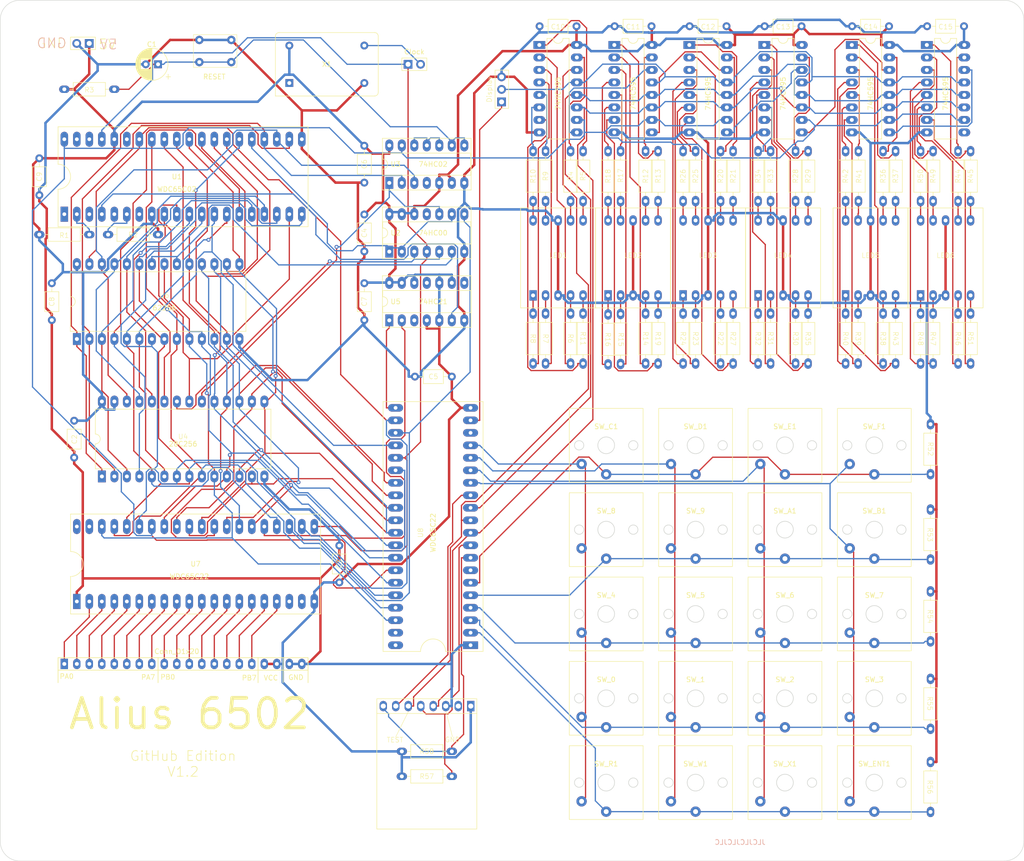
<source format=kicad_pcb>
(kicad_pcb (version 20221018) (generator pcbnew)
  (layers (0 "F.Cu" signal) (31 "B.Cu" signal) (34 "B.Paste" user) (35 "F.Paste" user) (36 "B.SilkS" user "B.Silkscreen") (37 "F.SilkS" user "F.Silkscreen") (38 "B.Mask" user) (39 "F.Mask" user) (44 "Edge.Cuts" user))
  (net 0 "")
  (net 1 "RESET")
  (net 2 "GND")
  (net 3 "CLOCK")
  (net 5 "VCC")
  (net 10 "IRQ")
  (net 13 "/A0")
  (net 14 "/A1")
  (net 15 "/A2")
  (net 16 "/A3")
  (net 17 "/A4")
  (net 18 "/A5")
  (net 19 "/A6")
  (net 20 "/A7")
  (net 21 "/A8")
  (net 22 "/A9")
  (net 23 "/A10")
  (net 24 "/A11")
  (net 25 "/A12")
  (net 26 "/A13")
  (net 27 "/A14")
  (net 28 "/A15")
  (net 29 "/D7")
  (net 30 "/D6")
  (net 31 "/D5")
  (net 32 "/D4")
  (net 33 "/D3")
  (net 34 "/D2")
  (net 35 "/D1")
  (net 36 "/D0")
  (net 37 "RW")
  (net 41 "ROM_OE")
  (net 42 "RAM_OE")
  (net 43 "IO_CS")
  (net 44 "ROM_CS")
  (net 45 "Net-(U3-3Y)")
  (net 49 "IRQ_A")
  (net 50 "IRQ_B")
  (net 55 "SD_Detect")
  (net 56 "SPI_MISO")
  (net 57 "SD_Card_CS")
  (net 58 "Net-(J1-Pin_2)")
  (net 59 "Net-(U10-SER)")
  (net 60 "Net-(U10-QH')")
  (net 61 "Net-(U11-QH')")
  (net 62 "Net-(U12-QH')")
  (net 63 "Net-(U13-QH')")
  (net 65 "SPI_CLK")
  (net 66 "7seg_OE")
  (net 67 "SPI_MOSI")
  (net 68 "KeyRow5")
  (net 69 "KeyRow4")
  (net 70 "KeyRow3")
  (net 71 "KeyRow2")
  (net 72 "KeyRow1")
  (net 73 "KeyCol1")
  (net 74 "KeyCol2")
  (net 75 "KeyCol3")
  (net 76 "KeyCol4")
  (net 77 "Net-(J2-Pin_1)")
  (net 78 "Net-(J2-Pin_2)")
  (net 79 "Net-(J2-Pin_3)")
  (net 80 "Net-(J2-Pin_4)")
  (net 81 "Net-(J2-Pin_5)")
  (net 82 "Net-(J2-Pin_6)")
  (net 83 "Net-(J2-Pin_7)")
  (net 84 "Net-(J2-Pin_8)")
  (net 85 "Net-(J2-Pin_9)")
  (net 86 "Net-(J2-Pin_10)")
  (net 87 "Net-(J2-Pin_11)")
  (net 88 "Net-(J2-Pin_12)")
  (net 89 "Net-(J2-Pin_13)")
  (net 90 "Net-(J2-Pin_14)")
  (net 91 "Net-(J2-Pin_15)")
  (net 92 "Net-(J2-Pin_16)")
  (net 94 "Net-(U1-RDY)")
  (net 95 "Net-(U1-NMIB)")
  (net 96 "RESET_BTN")
  (net 97 "Net-(U9-QA)")
  (net 98 "Net-(LED1-A)")
  (net 99 "Net-(U9-QB)")
  (net 100 "Net-(LED1-B)")
  (net 101 "Net-(U9-QC)")
  (net 102 "Net-(LED1-C)")
  (net 103 "Net-(U9-QD)")
  (net 104 "Net-(LED1-D)")
  (net 105 "Net-(U9-QE)")
  (net 106 "Net-(LED1-E)")
  (net 107 "Net-(U9-QF)")
  (net 108 "Net-(LED1-F)")
  (net 109 "Net-(U9-QG)")
  (net 110 "Net-(LED1-G)")
  (net 111 "Net-(U9-QH)")
  (net 112 "Net-(LED1-DP)")
  (net 113 "Net-(U10-QA)")
  (net 114 "Net-(LED2-A)")
  (net 115 "Net-(U10-QB)")
  (net 116 "Net-(LED2-B)")
  (net 117 "Net-(U10-QC)")
  (net 118 "Net-(LED2-C)")
  (net 119 "Net-(U10-QD)")
  (net 120 "Net-(LED2-D)")
  (net 121 "Net-(U10-QE)")
  (net 122 "Net-(LED2-E)")
  (net 123 "Net-(U10-QF)")
  (net 124 "Net-(LED2-F)")
  (net 125 "Net-(U10-QG)")
  (net 126 "Net-(LED2-G)")
  (net 127 "Net-(U10-QH)")
  (net 128 "Net-(LED2-DP)")
  (net 129 "Net-(U11-QA)")
  (net 130 "Net-(LED3-A)")
  (net 131 "Net-(U11-QB)")
  (net 132 "Net-(LED3-B)")
  (net 133 "Net-(U11-QC)")
  (net 134 "Net-(LED3-C)")
  (net 135 "Net-(U11-QD)")
  (net 136 "Net-(LED3-D)")
  (net 137 "Net-(U11-QE)")
  (net 138 "Net-(LED3-E)")
  (net 139 "Net-(U11-QF)")
  (net 140 "Net-(LED3-F)")
  (net 141 "Net-(U11-QG)")
  (net 142 "Net-(LED3-G)")
  (net 143 "Net-(U11-QH)")
  (net 144 "Net-(LED3-DP)")
  (net 145 "Net-(U12-QA)")
  (net 146 "Net-(LED4-A)")
  (net 147 "Net-(U12-QB)")
  (net 148 "Net-(LED4-B)")
  (net 149 "Net-(U12-QC)")
  (net 150 "Net-(LED4-C)")
  (net 151 "Net-(U12-QD)")
  (net 152 "Net-(LED4-D)")
  (net 153 "Net-(U12-QE)")
  (net 154 "Net-(LED4-E)")
  (net 155 "Net-(U12-QF)")
  (net 156 "Net-(LED4-F)")
  (net 157 "Net-(U12-QG)")
  (net 158 "Net-(LED4-G)")
  (net 159 "Net-(U12-QH)")
  (net 160 "Net-(LED4-DP)")
  (net 161 "Net-(U13-QA)")
  (net 162 "Net-(LED5-A)")
  (net 163 "Net-(U13-QB)")
  (net 164 "Net-(LED5-B)")
  (net 165 "Net-(U13-QC)")
  (net 166 "Net-(LED5-C)")
  (net 167 "Net-(U13-QD)")
  (net 168 "Net-(LED5-D)")
  (net 169 "Net-(U13-QE)")
  (net 170 "Net-(LED5-E)")
  (net 171 "Net-(U13-QF)")
  (net 172 "Net-(LED5-F)")
  (net 173 "Net-(U13-QG)")
  (net 174 "Net-(LED5-G)")
  (net 175 "Net-(U13-QH)")
  (net 176 "Net-(LED5-DP)")
  (net 177 "Net-(U14-QA)")
  (net 178 "Net-(LED6-A)")
  (net 179 "Net-(U14-QB)")
  (net 180 "Net-(LED6-B)")
  (net 181 "Net-(U14-QC)")
  (net 182 "Net-(LED6-C)")
  (net 183 "Net-(U14-QD)")
  (net 184 "Net-(LED6-D)")
  (net 185 "Net-(U14-QE)")
  (net 186 "Net-(LED6-E)")
  (net 187 "Net-(U14-QF)")
  (net 188 "Net-(LED6-F)")
  (net 189 "Net-(U14-QG)")
  (net 190 "Net-(LED6-G)")
  (net 191 "Net-(U14-QH)")
  (net 192 "Net-(LED6-DP)")
  (net 193 "DisplayPWM")
  (net 195 "7Seg_CS")
  (footprint "Alius_6502:C_Axial_L3.8mm_D2.6mm_P7.50mm_Horizontal" (layer "F.Cu") (at 30.48 81.28 90)
    (fp_text reference "C8")
    (fp_text value "C" hide)
  )
  (footprint "Alius_6502:R_Axial_DIN0207_L6.3mm_D2.5mm_P10.16mm_Horizontal" (layer "F.Cu") (at 214.63 55.765 90)
    (fp_text reference "R44")
    (fp_text value "R" hide)
  )
  (footprint "Alius_6502:R_Axial_DIN0207_L6.3mm_D2.5mm_P10.16mm_Horizontal" (layer "F.Cu") (at 194.39 55.765 90)
    (fp_text reference "R41")
    (fp_text value "R" hide)
  )
  (footprint "Alius_6502:R_Axial_DIN0207_L6.3mm_D2.5mm_P10.16mm_Horizontal" (layer "F.Cu") (at 151.13 88.785 -90)
    (fp_text reference "R14")
    (fp_text value "R" hide)
  )
  (footprint "Alius_6502:R_Axial_DIN0207_L6.3mm_D2.5mm_P10.16mm_Horizontal" (layer "F.Cu") (at 176.53 88.785 -90)
    (fp_text reference "R31")
    (fp_text value "R" hide)
  )
  (footprint "Alius_6502:R_Axial_DIN0207_L6.3mm_D2.5mm_P10.16mm_Horizontal" (layer "F.Cu") (at 168.91 88.785 -90)
    (fp_text reference "R27")
    (fp_text value "R" hide)
  )
  (footprint "Alius_6502:CP_Radial_D6.3mm_P2.50mm" (layer "F.Cu") (at 50.8 33.02 90)
    (fp_text reference "C1" hide)
    (fp_text value "C" hide)
  )
  (footprint "Alius_6502:DIP-16_W7.62mm_LongPads" (layer "F.Cu") (at 212.105 37.97)
    (fp_text reference "U14" hide)
    (fp_text value "74HC595")
  )
  (footprint "Alius_6502:R_Axial_DIN0207_L6.3mm_D2.5mm_P10.16mm_Horizontal" (layer "F.Cu") (at 194.31 88.785 -90)
    (fp_text reference "R39")
    (fp_text value "R" hide)
  )
  (footprint "Alius_6502:Kailh CHOC Low Profile" (layer "F.Cu") (at 143.129 110.49)
    (fp_text reference "SW_C1" hide)
    (fp_text value "SW_Push" hide)
    (fp_circle (center -5.5 0) (end -6.45 0) (stroke (width 0.12)) (fill none) (layer "Edge.Cuts"))
    (fp_circle (center 0 0) (end -1.7 0) (stroke (width 0.12)) (fill none) (layer "Edge.Cuts"))
    (fp_circle (center 5.5 0) (end 4.55 0) (stroke (width 0.12)) (fill none) (layer "Edge.Cuts"))
  )
  (footprint "Alius_6502:DIP-14_W7.62mm_Socket_LongPads" (layer "F.Cu") (at 106.68 53.34)
    (fp_text reference "U3")
    (fp_text value "74HC02")
  )
  (footprint "Alius_6502:R_Axial_DIN0207_L6.3mm_D2.5mm_P10.16mm_Horizontal" (layer "F.Cu") (at 209.029 145.27 -90)
    (fp_text reference "R54")
    (fp_text value "R" hide)
  )
  (footprint "Alius_6502:Kailh CHOC Low Profile" (layer "F.Cu") (at 143.129 144.78)
    (fp_text reference "SW_4" hide)
    (fp_text value "SW_Push" hide)
    (fp_circle (center -5.5 0) (end -6.45 0) (stroke (width 0.12)) (fill none) (layer "Edge.Cuts"))
    (fp_circle (center 0 0) (end -1.7 0) (stroke (width 0.12)) (fill none) (layer "Edge.Cuts"))
    (fp_circle (center 5.5 0) (end 4.55 0) (stroke (width 0.12)) (fill none) (layer "Edge.Cuts"))
  )
  (footprint "Alius_6502:R_Axial_DIN0207_L6.3mm_D2.5mm_P10.16mm_Horizontal" (layer "F.Cu") (at 135.89 55.765 90)
    (fp_text reference "R4")
    (fp_text value "R" hide)
  )
  (footprint "Alius_6502:R_Axial_DIN0207_L6.3mm_D2.5mm_P10.16mm_Horizontal" (layer "F.Cu") (at 173.99 55.765 90)
    (fp_text reference "R34")
    (fp_text value "R" hide)
  )
  (footprint "Alius_6502:R_Axial_DIN0207_L6.3mm_D2.5mm_P10.16mm_Horizontal" (layer "F.Cu") (at 214.63 88.785 -90)
    (fp_text reference "R46")
    (fp_text value "R" hide)
  )
  (footprint "Alius_6502:R_Axial_DIN0207_L6.3mm_D2.5mm_P10.16mm_Horizontal" (layer "F.Cu") (at 181.61 55.765 90)
    (fp_text reference "R28")
    (fp_text value "R" hide)
  )
  (footprint "Alius_6502:DIP-16_W7.62mm_LongPads" (layer "F.Cu") (at 196.865 37.97)
    (fp_text reference "U13" hide)
    (fp_text value "74HC595")
  )
  (footprint "Alius_6502:R_Axial_DIN0207_L6.3mm_D2.5mm_P10.16mm_Horizontal" (layer "F.Cu") (at 153.67 88.785 -90)
    (fp_text reference "R19")
    (fp_text value "R" hide)
  )
  (footprint "Alius_6502:Kailh CHOC Low Profile" (layer "F.Cu") (at 179.451 127.635)
    (fp_text reference "SW_A1" hide)
    (fp_text value "SW_Push" hide)
    (fp_circle (center -5.5 0) (end -6.45 0) (stroke (width 0.12)) (fill none) (layer "Edge.Cuts"))
    (fp_circle (center 0 0) (end -1.7 0) (stroke (width 0.12)) (fill none) (layer "Edge.Cuts"))
    (fp_circle (center 5.5 0) (end 4.55 0) (stroke (width 0.12)) (fill none) (layer "Edge.Cuts"))
  )
  (footprint "MountingHole:MountingHole_3.5mm" (layer "F.Cu") (at 124 191)
    (fp_text reference "HOLE8" hide)
    (fp_text value "MountingHole_3.5mm" hide)
  )
  (footprint "Alius_6502:R_Axial_DIN0207_L6.3mm_D2.5mm_P10.16mm_Horizontal" (layer "F.Cu") (at 130.81 88.785 -90)
    (fp_text reference "R7")
    (fp_text value "R" hide)
  )
  (footprint "Alius_6502:R_Axial_DIN0207_L6.3mm_D2.5mm_P10.16mm_Horizontal" (layer "F.Cu") (at 46.99 67.6449)
    (fp_text reference "R2")
    (fp_text value "R" hide)
  )
  (footprint "Alius_6502:R_Axial_DIN0207_L6.3mm_D2.5mm_P10.16mm_Horizontal" (layer "F.Cu") (at 161.29 88.785 -90)
    (fp_text reference "R23")
    (fp_text value "R" hide)
  )
  (footprint "Alius_6502:R_Axial_DIN0207_L6.3mm_D2.5mm_P10.16mm_Horizontal" (layer "F.Cu") (at 130.81 55.765 90)
    (fp_text reference "R9")
    (fp_text value "R" hide)
  )
  (footprint "Alius_6502:C_Axial_L3.8mm_D2.6mm_P7.50mm_Horizontal" (layer "F.Cu") (at 163.83 25.285)
    (fp_text reference "C12")
    (fp_text value "C" hide)
  )
  (footprint "Alius_6502:R_Axial_DIN0207_L6.3mm_D2.5mm_P10.16mm_Horizontal" (layer "F.Cu") (at 209.55 55.765 90)
    (fp_text reference "R49")
    (fp_text value "R" hide)
  )
  (footprint "Alius_6502:R_Axial_DIN0207_L6.3mm_D2.5mm_P10.16mm_Horizontal" (layer "F.Cu") (at 176.53 55.765 90)
    (fp_text reference "R33")
    (fp_text value "R" hide)
  )
  (footprint "Alius_6502:R_Axial_DIN0207_L6.3mm_D2.5mm_P10.16mm_Horizontal" (layer "F.Cu") (at 158.75 55.765 90)
    (fp_text reference "R26")
    (fp_text value "R" hide)
  )
  (footprint "Alius_6502:R_Axial_DIN0207_L6.3mm_D2.5mm_P10.16mm_Horizontal" (layer "F.Cu") (at 106.68 177.8)
    (fp_text reference "R57")
    (fp_text value "R" hide)
  )
  (footprint "Alius_6502:R_Axial_DIN0207_L6.3mm_D2.5mm_P10.16mm_Horizontal" (layer "F.Cu") (at 138.43 88.785 -90)
    (fp_text reference "R11")
    (fp_text value "R" hide)
  )
  (footprint "Alius_6502:2_pin_header" (layer "F.Cu") (at 38.0812 28.7745 180)
    (fp_text reference "J3" hide)
    (fp_text value "Power" hide)
  )
  (footprint "Alius_6502:C_Axial_L3.8mm_D2.6mm_P7.50mm_Horizontal" (layer "F.Cu") (at 27.94 55.88 90)
    (fp_text reference "C9")
    (fp_text value "C" hide)
  )
  (footprint "Alius_6502:C_Axial_L3.8mm_D2.6mm_P7.50mm_Horizontal" (layer "F.Cu") (at 212.09 25.285)
    (fp_text reference "C15")
    (fp_text value "C" hide)
  )
  (footprint "Alius_6502:R_Axial_DIN0207_L6.3mm_D2.5mm_P10.16mm_Horizontal" (layer "F.Cu") (at 184.15 88.785 -90)
    (fp_text reference "R35")
    (fp_text value "R" hide)
  )
  (footprint "Alius_6502:DIP-14_W7.62mm_Socket_LongPads" (layer "F.Cu") (at 106.68 81.28)
    (fp_text reference "U5")
    (fp_text value "74HC21")
  )
  (footprint "Alius_6502:Kailh CHOC Low Profile" (layer "F.Cu") (at 179.451 110.49)
    (fp_text reference "SW_E1" hide)
    (fp_text value "SW_Push" hide)
    (fp_circle (center -5.5 0) (end -6.45 0) (stroke (width 0.12)) (fill none) (layer "Edge.Cuts"))
    (fp_circle (center 0 0) (end -1.7 0) (stroke (width 0.12)) (fill none) (layer "Edge.Cuts"))
    (fp_circle (center 5.5 0) (end 4.55 0) (stroke (width 0.12)) (fill none) (layer "Edge.Cuts"))
  )
  (footprint "Alius_6502:R_Axial_DIN0207_L6.3mm_D2.5mm_P10.16mm_Horizontal" (layer "F.Cu") (at 217.17 88.785 -90)
    (fp_text reference "R51")
    (fp_text value "R" hide)
  )
  (footprint "Alius_6502:R_Axial_DIN0207_L6.3mm_D2.5mm_P10.16mm_Horizontal" (layer "F.Cu") (at 209.029 111.285 -90)
    (fp_text reference "R52")
    (fp_text value "R" hide)
  )
  (footprint "Alius_6502:R_Axial_DIN0207_L6.3mm_D2.5mm_P10.16mm_Horizontal" (layer "F.Cu") (at 161.29 55.765 90)
    (fp_text reference "R25")
    (fp_text value "R" hide)
  )
  (footprint "Alius_6502:R_Axial_DIN0207_L6.3mm_D2.5mm_P10.16mm_Horizontal" (layer "F.Cu") (at 146.05 55.765 90)
    (fp_text reference "R17")
    (fp_text value "R" hide)
  )
  (footprint "Alius_6502:R_Axial_DIN0207_L6.3mm_D2.5mm_P10.16mm_Horizontal" (layer "F.Cu") (at 138.43 55.765 90)
    (fp_text reference "R5")
    (fp_text value "R" hide)
  )
  (footprint "MountingHole:MountingHole_3.5mm" (layer "F.Cu") (at 24 24)
    (fp_text reference "HOLE1" hide)
    (fp_text value "MountingHole_3.5mm" hide)
  )
  (footprint "Alius_6502:R_Axial_DIN0207_L6.3mm_D2.5mm_P10.16mm_Horizontal" (layer "F.Cu") (at 106.68 172.72 180)
    (fp_text reference "R58")
    (fp_text value "R" hide)
  )
  (footprint "Alius_6502:R_Axial_DIN0207_L6.3mm_D2.5mm_P10.16mm_Horizontal" (layer "F.Cu") (at 166.37 55.765 90)
    (fp_text reference "R20")
    (fp_text value "R" hide)
  )
  (footprint "Alius_6502:2_pin_header" (layer "F.Cu") (at 102.87 33.02)
    (fp_text reference "J1" hide)
    (fp_text value "Conn_01x02_Male" hide)
  )
  (footprint "Alius_6502:C_Axial_L3.8mm_D2.6mm_P7.50mm_Horizontal" (layer "F.Cu") (at 179.07 25.285)
    (fp_text reference "C13")
    (fp_text value "C" hide)
  )
  (footprint "Alius_6502:28-pin-DIP" (layer "F.Cu") (at 57.15 109.22)
    (fp_text reference "U4")
    (fp_text value "28C256")
  )
  (footprint "Alius_6502:Kailh CHOC Low Profile" (layer "F.Cu") (at 197.612 179.07)
    (fp_text reference "SW_ENT1" hide)
    (fp_text value "SW_Push" hide)
    (fp_circle (center -5.5 0) (end -6.45 0) (stroke (width 0.12)) (fill none) (layer "Edge.Cuts"))
    (fp_circle (center 0 0) (end -1.7 0) (stroke (width 0.12)) (fill none) (layer "Edge.Cuts"))
    (fp_circle (center 5.5 0) (end 4.55 0) (stroke (width 0.12)) (fill none) (layer "Edge.Cuts"))
  )
  (footprint "Alius_6502:SD_Card_Header" (layer "F.Cu") (at 106.68 163.51)
    (fp_text reference "J4" hide)
    (fp_text value "SD_Card" hide)
  )
  (footprint "Alius_6502:R_Axial_DIN0207_L6.3mm_D2.5mm_P10.16mm_Horizontal" (layer "F.Cu") (at 151.13 55.765 90)
    (fp_text reference "R12")
    (fp_text value "R" hide)
  )
  (footprint "Alius_6502:DIP-16_W7.62mm_LongPads" (layer "F.Cu") (at 133.365 37.97)
    (fp_text reference "U9" hide)
    (fp_text value "74HC595")
  )
  (footprint "Alius_6502:R_Axial_DIN0207_L6.3mm_D2.5mm_P10.16mm_Horizontal" (layer "F.Cu") (at 207.01 88.785 -90)
    (fp_text reference "R48")
    (fp_text value "R" hide)
  )
  (footprint "Alius_6502:C_Axial_L3.8mm_D2.6mm_P7.50mm_Horizontal" (layer "F.Cu") (at 93.975 53.33 90)
    (fp_text reference "C6")
    (fp_text value "C" hide)
  )
  (footprint "Alius_6502:3_pin_header" (layer "F.Cu") (at 121.8692 40.6654 90)
    (fp_text reference "Display")
    (fp_text value "~" hide)
  )
  (footprint "Alius_6502:R_Axial_DIN0207_L6.3mm_D2.5mm_P10.16mm_Horizontal" (layer "F.Cu") (at 199.39 55.765 90)
    (fp_text reference "R36")
    (fp_text value "R" hide)
  )
  (footprint "Alius_6502:R_Axial_DIN0207_L6.3mm_D2.5mm_P10.16mm_Horizontal" (layer "F.Cu") (at 143.51 55.765 90)
    (fp_text reference "R18")
    (fp_text value "R" hide)
  )
  (footprint "Alius_6502:R_Axial_DIN0207_L6.3mm_D2.5mm_P10.16mm_Horizontal" (layer "F.Cu") (at 209.55 88.785 -90)
    (fp_text reference "R47")
    (fp_text value "R" hide)
  )
  (footprint "Alius_6502:R_Axial_DIN0207_L6.3mm_D2.5mm_P10.16mm_Horizontal" (layer "F.Cu") (at 207.01 55.765 90)
    (fp_text reference "R50")
    (fp_text value "R" hide)
  )
  (footprint "MountingHole:MountingHole_3.5mm" (layer "F.Cu") (at 24 191)
    (fp_text reference "HOLE7" hide)
    (fp_text value "MountingHole_3.5mm" hide)
  )
  (footprint "Alius_6502:7-seg" (layer "F.Cu") (at 163.83 72.39)
    (fp_text reference "LED3")
    (fp_text value "7-SEG-SC56-11" hide)
  )
  (footprint "Alius_6502:R_Axial_DIN0207_L6.3mm_D2.5mm_P10.16mm_Horizontal" (layer "F.Cu") (at 143.51 88.955 -90)
    (fp_text reference "R16")
    (fp_text value "R" hide)
  )
  (footprint "Alius_6502:DIP-16_W7.62mm_LongPads" (layer "F.Cu") (at 148.605 37.97)
    (fp_text reference "U10" hide)
    (fp_text value "74HC595")
  )
  (footprint "Alius_6502:DIP-16_W7.62mm_LongPads" (layer "F.Cu") (at 163.845 37.97)
    (fp_text reference "U11" hide)
    (fp_text value "74HC595")
  )
  (footprint "Alius_6502:28-pin-DIP" (layer "F.Cu") (at 52.07 81.28)
    (fp_text reference "U6")
    (fp_text value "62256")
  )
  (footprint "Alius_6502:Kailh CHOC Low Profile" (layer "F.Cu") (at 179.451 144.78)
    (fp_text reference "SW_6" hide)
    (fp_text value "SW_Push" hide)
    (fp_circle (center -5.5 0) (end -6.45 0) (stroke (width 0.12)) (fill none) (layer "Edge.Cuts"))
    (fp_circle (center 0 0) (end -1.7 0) (stroke (width 0.12)) (fill none) (layer "Edge.Cuts"))
    (fp_circle (center 5.5 0) (end 4.55 0) (stroke (width 0.12)) (fill none) (layer "Edge.Cuts"))
  )
  (footprint "MountingHole:MountingHole_3.5mm" (layer "F.Cu") (at 224 24)
    (fp_text reference "Hole3" hide)
    (fp_text value "MountingHole_3.5mm" hide)
  )
  (footprint "Alius_6502:R_Axial_DIN0207_L6.3mm_D2.5mm_P10.16mm_Horizontal" (layer "F.Cu") (at 168.91 55.765 90)
    (fp_text reference "R21")
    (fp_text value "R" hide)
  )
  (footprint "Alius_6502:DIP-14_W7.62mm_Socket_LongPads" (layer "F.Cu") (at 106.68 67.31)
    (fp_text reference "U2")
    (fp_text value "74HC00")
  )
  (footprint "Alius_6502:R_Axial_DIN0207_L6.3mm_D2.5mm_P10.16mm_Horizontal" (layer "F.Cu") (at 166.37 88.785 -90)
    (fp_text reference "R22")
    (fp_text value "R" hide)
  )
  (footprint "Alius_6502:40-pin-DIP" (layer "F.Cu") (at 58.42 134.62)
    (fp_text reference "U7")
    (fp_text value "WDC65C22")
  )
  (footprint "Alius_6502:C_Axial_L3.8mm_D2.6mm_P7.50mm_Horizontal" (layer "F.Cu") (at 108.01 96.52)
    (fp_text reference "C5")
    (fp_text value "C" hide)
  )
  (footprint "Alius_6502:R_Axial_DIN0207_L6.3mm_D2.5mm_P10.16mm_Horizontal" (layer "F.Cu") (at 153.67 55.765 90)
    (fp_text reference "R13")
    (fp_text value "R" hide)
  )
  (footprint "Alius_6502:Kailh CHOC Low Profile" (layer "F.Cu") (at 179.451 161.925)
    (fp_text reference "SW_2" hide)
    (fp_text value "SW_Push" hide)
    (fp_circle (center -5.5 0) (end -6.45 0) (stroke (width 0.12)) (fill none) (layer "Edge.Cuts"))
    (fp_circle (center 0 0) (end -1.7 0) (stroke (width 0.12)) (fill none) (layer "Edge.Cuts"))
    (fp_circle (center 5.5 0) (end 4.55 0) (stroke (width 0.12)) (fill none) (layer "Edge.Cuts"))
  )
  (footprint "Alius_6502:R_Axial_DIN0207_L6.3mm_D2.5mm_P10.16mm_Horizontal" (layer "F.Cu") (at 201.93 88.785 -90)
    (fp_text reference "R43")
    (fp_text value "R" hide)
  )
  (footprint "Alius_6502:Kailh CHOC Low Profile" (layer "F.Cu") (at 143.129 127.635)
    (fp_text reference "SW_8" hide)
    (fp_text value "SW_Push" hide)
    (fp_circle (center -5.5 0) (end -6.45 0) (stroke (width 0.12)) (fill none) (layer "Edge.Cuts"))
    (fp_circle (center 0 0) (end -1.7 0) (stroke (width 0.12)) (fill none) (layer "Edge.Cuts"))
    (fp_circle (center 5.5 0) (end 4.55 0) (stroke (width 0.12)) (fill none) (layer "Edge.Cuts"))
  )
  (footprint "MountingHole:MountingHole_3.5mm" (layer "F.Cu") (at 224 191)
    (fp_text reference "HOLE9" hide)
    (fp_text value "MountingHole_3.5mm" hide)
  )
  (footprint "MountingHole:MountingHole_3.5mm" (layer "F.Cu") (at 124 107.5)
    (fp_text reference "HOLE5" hide)
    (fp_text value "MountingHole_3.5mm" hide)
  )
  (footprint "Alius_6502:Kailh CHOC Low Profile" (layer "F.Cu") (at 161.29 144.78)
    (fp_text reference "SW_5" hide)
    (fp_text value "SW_Push" hide)
    (fp_circle (center -5.5 0) (end -6.45 0) (stroke (width 0.12)) (fill none) (layer "Edge.Cuts"))
    (fp_circle (center 0 0) (end -1.7 0) (stroke (width 0.12)) (fill none) (layer "Edge.Cuts"))
    (fp_circle (center 5.5 0) (end 4.55 0) (stroke (width 0.12)) (fill none) (layer "Edge.Cuts"))
  )
  (footprint "Alius_6502:R_Axial_DIN0207_L6.3mm_D2.5mm_P10.16mm_Horizontal" (layer "F.Cu") (at 38.1 38.1 180)
    (fp_text reference "R3")
    (fp_text value "R" hide)
  )
  (footprint "MountingHole:MountingHole_3.5mm" (layer "F.Cu") (at 124 24)
    (fp_text reference "HOLE2" hide)
    (fp_text value "MountingHole_3.5mm" hide)
  )
  (footprint "Alius_6502:C_Axial_L3.8mm_D2.6mm_P7.50mm_Horizontal" (layer "F.Cu") (at 196.85 25.285)
    (fp_text reference "C14")
    (fp_text value "C" hide)
  )
  (footprint "Alius_6502:C_Axial_L3.8mm_D2.6mm_P7.50mm_Horizontal" (layer "F.Cu") (at 148.59 25.285)
    (fp_text reference "C11")
    (fp_text value "C" hide)
  )
  (footprint "Alius_6502:7-seg" (layer "F.Cu") (at 212.09 72.39)
    (fp_text reference "LED6")
    (fp_text value "7-SEG-SC56-11" hide)
  )
  (footprint "Alius_6502:R_Axial_DIN0207_L6.3mm_D2.5mm_P10.16mm_Horizontal" (layer "F.Cu") (at 209.029 128.625 -90)
    (fp_text reference "R53")
    (fp_text value "R" hide)
  )
  (footprint "Alius_6502:R_Axial_DIN0207_L6.3mm_D2.5mm_P10.16mm_Horizontal" (layer "F.Cu") (at 191.77 88.785 -90)
    (fp_text reference "R40")
    (fp_text value "R" hide)
  )
  (footprint "Alius_6502:R_Axial_DIN0207_L6.3mm_D2.5mm_P10.16mm_Horizontal" (layer "F.Cu") (at 184.15 55.765 90)
    (fp_text reference "R29")
    (fp_text value "R" hide)
  )
  (footprint "Alius_6502:DIP-16_W7.62mm_LongPads" (layer "F.Cu") (at 179.085 37.97)
    (fp_text reference "U12" hide)
    (fp_text value "74HC595")
  )
  (footprint "Alius_6502:Kailh CHOC Low Profile" (layer "F.Cu") (at 161.29 161.925)
    (fp_text reference "SW_1" hide)
    (fp_text value "SW_Push" hide)
    (fp_circle (center -5.5 0) (end -6.45 0) (stroke (width 0.12)) (fill none) (layer "Edge.Cuts"))
    (fp_circle (center 0 0) (end -1.7 0) (stroke (width 0.12)) (fill none) (layer "Edge.Cuts"))
    (fp_circle (center 5.5 0) (end 4.55 0) (stroke (width 0.12)) (fill none) (layer "Edge.Cuts"))
  )
  (footprint "Alius_6502:Kailh CHOC Low Profile" (layer "F.Cu") (at 161.29 179.07)
    (fp_text reference "SW_W1" hide)
    (fp_text value "SW_Push" hide)
    (fp_circle (center -5.5 0) (end -6.45 0) (stroke (width 0.12)) (fill none) (layer "Edge.Cuts"))
    (fp_circle (center 0 0) (end -1.7 0) (stroke (width 0.12)) (fill none) (layer "Edge.Cuts"))
    (fp_circle (center 5.5 0) (end 4.55 0) (stroke (width 0.12)) (fill none) (layer "Edge.Cuts"))
  )
  (footprint "Oscillator:Oscillator_DIP-14" (layer "F.Cu") (at 78.74 36.83)
    (fp_text reference "X1")
    (fp_text value "ACO-xxxMHz" hide)
  )
  (footprint "Alius_6502:R_Axial_DIN0207_L6.3mm_D2.5mm_P10.16mm_Horizontal" (layer "F.Cu") (at 135.89 88.785 -90)
    (fp_text reference "R6")
    (fp_text value "R" hide)
  )
  (footprint "Alius_6502:push_switch" (layer "F.Cu") (at 63.5 30.48)
    (fp_text reference "SW1" hide)
    (fp_text value "SW_Push" hide)
  )
  (footprint "Alius_6502:Kailh CHOC Low Profile" (layer "F.Cu") (at 161.29 127.635)
    (fp_text reference "SW_9" hide)
    (fp_text value "SW_Push" hide)
    (fp_circle (center -5.5 0) (end -6.45 0) (stroke (width 0.12)) (fill none) (layer "Edge.Cuts"))
    (fp_circle (center 0 0) (end -1.7 0) (stroke (width 0.12)) (fill none) (layer "Edge.Cuts"))
    (fp_circle (center 5.5 0) (end 4.55 0) (stroke (width 0.12)) (fill none) (layer "Edge.Cuts"))
  )
  (footprint "Alius_6502:R_Axial_DIN0207_L6.3mm_D2.5mm_P10.16mm_Horizontal" (layer "F.Cu") (at 128.27 88.785 -90)
    (fp_text reference "R8")
    (fp_text value "R" hide)
  )
  (footprint "Alius_6502:R_Axial_DIN0207_L6.3mm_D2.5mm_P10.16mm_Horizontal" (layer "F.Cu") (at 217.17 55.765 90)
    (fp_text reference "R45")
    (fp_text value "R" hide)
  )
  (footprint "Alius_6502:R_Axial_DIN0207_L6.3mm_D2.5mm_P10.16mm_Horizontal" (layer "F.Cu") (at 146.05 88.87 -90)
    (fp_text reference "R15")
    (fp_text value "R" hide)
  )
  (footprint "Alius_6502:Kailh CHOC Low Profile" (layer "F.Cu") (at 143.129 179.07)
    (fp_text reference "SW_R1" hide)
    (fp_text value "SW_Push" hide)
    (fp_circle (center -5.5 0) (end -6.45 0) (stroke (width 0.12)) (fill none) (layer "Edge.Cuts"))
    (fp_circle (center 0 0) (end -1.7 0) (stroke (width 0.12)) (fill none) (layer "Edge.Cuts"))
    (fp_circle (center 5.5 0) (end 4.55 0) (stroke (width 0.12)) (fill none) (layer "Edge.Cuts"))
  )
  (footprint "Alius_6502:R_Axial_DIN0207_L6.3mm_D2.5mm_P10.16mm_Horizontal" (layer "F.Cu") (at 33.02 67.6422 180)
    (fp_text reference "R1")
    (fp_text value "R" hide)
  )
  (footprint "Alius_6502:Kailh CHOC Low Profile" (layer "F.Cu") (at 197.612 110.49)
    (fp_text reference "SW_F1" hide)
    (fp_text value "SW_Push" hide)
    (fp_circle (center -5.5 0) (end -6.45 0) (stroke (width 0.12)) (fill none) (layer "Edge.Cuts"))
    (fp_circle (center 0 0) (end -1.7 0) (stroke (width 0.12)) (fill none) (layer "Edge.Cuts"))
    (fp_circle (center 5.5 0) (end 4.55 0) (stroke (width 0.12)) (fill none) (layer "Edge.Cuts"))
  )
  (footprint "Alius_6502:R_Axial_DIN0207_L6.3mm_D2.5mm_P10.16mm_Horizontal" (layer "F.Cu") (at 173.99 88.785 -90)
    (fp_text reference "R32")
    (fp_text value "R" hide)
  )
  (footprint "Alius_6502:R_Axial_DIN0207_L6.3mm_D2.5mm_P10.16mm_Horizontal" (layer "F.Cu") (at 209.029 179.95 -90)
    (fp_text reference "R56")
    (fp_text value "R" hide)
  )
  (footprint "Alius_6502:C_Axial_L3.8mm_D2.6mm_P7.50mm_Horizontal" (layer "F.Cu") (at 93.98 81.28 90)
    (fp_text reference "C7")
    (fp_text value "C" hide)
  )
  (footprint "Alius_6502:C_Axial_L3.8mm_D2.6mm_P7.50mm_Horizontal" (layer "F.Cu") (at 35.0232 109.235 90)
    (fp_text reference "C2")
    (fp_text value "C" hide)
  )
  (footprint "Alius_6502:7-seg" (layer "F.Cu") (at 196.85 72.39)
    (fp_text reference "LED5")
    (fp_text value "7-SEG-SC56-11" hide)
  )
  (footprint "Alius_6502:C_Axial_L3.8mm_D2.6mm_P7.50mm_Horizontal" (layer "F.Cu") (at 88.9 134.62 -90)
    (fp_text reference "C3")
    (fp_text value "C" hide)
  )
  (footprint "Alius_6502:R_Axial_DIN0207_L6.3mm_D2.5mm_P10.16mm_Horizontal" (layer "F.Cu") (at 158.75 88.785 -90)
    (fp_text reference "R24")
    (fp_text value "R" hide)
  )
  (footprint "Alius_6502:C_Axial_L3.8mm_D2.6mm_P7.50mm_Horizontal" (layer "F.Cu") (at 93.98 67.31 90)
    (fp_text reference "C4")
    (fp_text value "C" hide)
  )
  (footprint "Alius_6502:R_Axial_DIN0207_L6.3mm_D2.5mm_P10.16mm_Horizontal" (layer "F.Cu") (at 128.27 55.765 90)
    (fp_text reference "R10")
    (fp_text value "R" hide)
  )
  (footprint "Alius_6502:Kailh CHOC Low Profile" (layer "F.Cu") (at 197.612 144.78)
    (fp_text reference "SW_7" hide)
    (fp_text value "SW_Push" hide)
    (fp_circle (center -5.5 0) (end -6.45 0) (stroke (width 0.12)) (fill none) (layer "Edge.Cuts"))
    (fp_circle (center 0 0) (end -1.7 0) (stroke (width 0.12)) (fill none) (layer "Edge.Cuts"))
    (fp_circle (center 5.5 0) (end 4.55 0) (stroke (width 0.12)) (fill none) (layer "Edge.Cuts"))
  )
  (footprint "MountingHole:MountingHole_3.5mm" (layer "F.Cu") (at 24 107.5)
    (fp_text reference "HOLE4" hide)
    (fp_text value "MountingHole_3.5mm" hide)
  )
  (footprint "Alius_6502:R_Axial_DIN0207_L6.3mm_D2.5mm_P10.16mm_Horizontal" (layer "F.Cu") (at 201.93 55.765 90)
    (fp_text reference "R37")
    (fp_text value "R" hide)
  )
  (footprint "Alius_6502:R_Axial_DIN0207_L6.3mm_D2.5mm_P10.16mm_Horizontal" (layer "F.Cu") (at 191.77 55.765 90)
    (fp_text reference "R42")
    (fp_text value "R" hide)
  )
  (footprint "Alius_6502:R_Axial_DIN0207_L6.3mm_D2.5mm_P10.16mm_Horizontal" (layer "F.Cu") (at 181.61 88.785 -90)
    (fp_text reference "R30")
    (fp_text value "R" hide)
  )
  (footprint "Alius_6502:20pin header" (layer "F.Cu") (at 55.88 154.94)
    (fp_text reference "J2" hide)
    (fp_text value "Conn_01x20")
  )
  (footprint "Alius_6502:Kailh CHOC Low Profile" (layer "F.Cu") (at 197.612 127.635)
    (fp_text reference "SW_B1" hide)
    (fp_text value "SW_Push" hide)
    (fp_circle (center -5.5 0) (end -6.45 0) (stroke (width 0.12)) (fill none) (layer "Edge.Cuts"))
    (fp_circle (center 0 0) (end -1.7 0) (stroke (width 0.12)) (fill none) (layer "Edge.Cuts"))
    (fp_circle (center 5.5 0) (end 4.55 0) (stroke (width 0.12)) (fill none) (layer "Edge.Cuts"))
  )
  (footprint "Alius_6502:7-seg" (layer "F.Cu") (at 148.59 72.39)
    (fp_text reference "LED2")
    (fp_text value "7-SEG-SC56-11" hide)
  )
  (footprint "Alius_6502:40-pin-DIP" (layer "F.Cu") (at 55.88 55.88)
    (fp_text reference "U1")
    (fp_text value "WDC65C02")
  )
  (footprint "Alius_6502:Kailh CHOC Low Profile" (layer "F.Cu") (at 197.612 161.925)
    (fp_text reference "SW_3" hide)
    (fp_text value "SW_Push" hide)
    (fp_circle (center -5.5 0) (end -6.45 0) (stroke (width 0.12)) (fill none) (layer "Edge.Cuts"))
    (fp_circle (center 0 0) (end -1.7 0) (stroke (width 0.12)) (fill none) (layer "Edge.Cuts"))
    (fp_circle (center 5.5 0) (end 4.55 0) (stroke (width 0.12)) (fill none) (layer "Edge.Cuts"))
  )
  (footprint "Alius_6502:Kailh CHOC Low Profile" (layer "F.Cu") (at 143.129 161.925)
    (fp_text reference "SW_0" hide)
    (fp_text value "SW_Push" hide)
    (fp_circle (center -5.5 0) (end -6.45 0) (stroke (width 0.12)) (fill none) (layer "Edge.Cuts"))
    (fp_circle (center 0 0) (end -1.7 0) (stroke (width 0.12)) (fill none) (layer "Edge.Cuts"))
    (fp_circle (center 5.5 0) (end 4.55 0) (stroke (width 0.12)) (fill none) (layer "Edge.Cuts"))
  )
  (footprint "Alius_6502:R_Axial_DIN0207_L6.3mm_D2.5mm_P10.16mm_Horizontal" (layer "F.Cu") (at 209.029 163.05 -90)
    (fp_text reference "R55")
    (fp_text value "R" hide)
  )
  (footprint "Alius_6502:7-seg" (layer "F.Cu") (at 133.35 72.39)
    (fp_text reference "LED1")
    (fp_text value "7-SEG-SC56-11" hide)
  )
  (footprint "Alius_6502:7-seg" (layer "F.Cu") (at 179.07 72.39)
    (fp_text reference "LED4")
    (fp_text value "7-SEG-SC56-11" hide)
  )
  (footprint "Alius_6502:40-pin-DIP" (layer "F.Cu") (at 107.95 128.27 90)
    (fp_text reference "U8")
    (fp_text value "WDC65C22")
  )
  (footprint "Alius_6502:R_Axial_DIN0207_L6.3mm_D2.5mm_P10.16mm_Horizontal" (layer "F.Cu") (at 199.39 88.785 -90)
    (fp_text reference "R38")
    (fp_text value "R" hide)
  )
  (footprint "Alius_6502:C_Axial_L3.8mm_D2.6mm_P7.50mm_Horizontal" (layer "F.Cu") (at 133.35 25.285)
    (fp_text reference "C10")
    (fp_text value "C" hide)
  )
  (footprint "MountingHole:MountingHole_3.5mm" (layer "F.Cu") (at 224 107.5)
    (fp_text reference "HOLE6" hide)
    (fp_text value "MountingHole_3.5mm" hide)
  )
  (footprint "Alius_6502:Kailh CHOC Low Profile" (layer "F.Cu") (at 179.451 179.07)
    (fp_text reference "SW_X1" hide)
    (fp_text value "SW_Push" hide)
    (fp_circle (center -5.5 0) (end -6.45 0) (stroke (width 0.12)) (fill none) (layer "Edge.Cuts"))
    (fp_circle (center 0 0) (end -1.7 0) (stroke (width 0.12)) (fill none) (layer "Edge.Cuts"))
    (fp_circle (center 5.5 0) (end 4.55 0) (stroke (width 0.12)) (fill none) (layer "Edge.Cuts"))
  )
  (footprint "Alius_6502:Kailh CHOC Low Profile" (layer "F.Cu") (at 161.29 110.49)
    (fp_text reference "SW_D1" hide)
    (fp_text value "SW_Push" hide)
    (fp_circle (center -5.5 0) (end -6.45 0) (stroke (width 0.12)) (fill none) (layer "Edge.Cuts"))
    (fp_circle (center 0 0) (end -1.7 0) (stroke (width 0.12)) (fill none) (layer "Edge.Cuts"))
    (fp_circle (center 5.5 0) (end 4.55 0) (stroke (width 0.12)) (fill none) (layer "Edge.Cuts"))
  )
  (gr_line (start 72.39 153.67) (end 72.39 158.75) (stroke (width 0.15)) (layer "F.SilkS"))
  (gr_line (start 31.75 156.21) (end 31.75 158.75) (stroke (width 0.15)) (layer "F.SilkS"))
  (gr_line (start 77.47 153.67) (end 77.47 158.75) (stroke (width 0.15)) (layer "F.SilkS"))
  (gr_rect (start 31.75 153.67) (end 82.55 156.21) (stroke (width 0.15)) (fill none) (layer "F.SilkS"))
  (gr_line (start 82.55 156.21) (end 82.55 158.75) (stroke (width 0.15)) (layer "F.SilkS"))
  (gr_line (start 52.07 153.67) (end 52.07 158.75) (stroke (width 0.15)) (layer "F.SilkS"))
  (gr_line (start 228 191) (end 228 24) (stroke (width 0.1)) (layer "Edge.Cuts"))
  (gr_arc (start 24 195) (mid 21.16547 193.83453) (end 20 191) (stroke (width 0.1)) (layer "Edge.Cuts"))
  (gr_arc (start 224 20) (mid 226.83453 21.16547) (end 228 24) (stroke (width 0.1)) (layer "Edge.Cuts"))
  (gr_line (start 20 191) (end 20 24) (stroke (width 0.1)) (layer "Edge.Cuts"))
  (gr_arc (start 20 24) (mid 21.16547 21.16547) (end 24 20) (stroke (width 0.1)) (layer "Edge.Cuts"))
  (gr_line (start 24 195) (end 224 195) (stroke (width 0.1)) (layer "Edge.Cuts"))
  (gr_arc (start 228 191) (mid 226.83453 193.83453) (end 224 195) (stroke (width 0.1)) (layer "Edge.Cuts"))
  (gr_line (start 224 20) (end 24 20) (stroke (width 0.1)) (layer "Edge.Cuts"))
  (gr_text "5V" (at 42.000796 28.984676) (layer "B.SilkS") (effects (font (size 2 2)) (justify mirror)))
  (gr_text "JLCJLCJLCJLC" (at 165.1 191.77) (layer "B.SilkS") (effects (font (size 1 1)) (justify right bottom mirror)))
  (gr_text "GND" (at 30.445659 28.722572) (layer "B.SilkS") (effects (font (size 2 2)) (justify mirror)))
  (gr_text "PA0" (at 31.998558 158.051) (layer "F.SilkS") (effects (font (size 1 1)) (justify left bottom)))
  (gr_text "Alius 6502" (at 58.42 165.1) (layer "F.SilkS") (effects (font (size 6 6) (thickness 0.75))))
  (gr_text "GND" (at 78.456205 158.261951) (layer "F.SilkS") (effects (font (size 1 1)) (justify left bottom)))
  (gr_text "PB0" (at 52.476493 158.193244) (layer "F.SilkS") (effects (font (size 1 1)) (justify left bottom)))
  (gr_text "PB7" (at 69.026214 158.365011) (layer "F.SilkS") (effects (font (size 1 1)) (justify left bottom)))
  (gr_text "VCC" (at 73.459942 158.359643) (layer "F.SilkS") (effects (font (size 1 1)) (justify left bottom)))
  (gr_text "GitHub Edition\nV1.2" (at 57.15 175.26) (layer "F.SilkS") (effects (font (size 2 2))))
  (gr_text "5V" (at 41.772987 28.947692) (layer "F.SilkS") (effects (font (size 2 2))))
  (gr_text "PA7" (at 48.548279 158.222767) (layer "F.SilkS") (effects (font (size 1 1)) (justify left bottom)))
  (segment (start 87.7177 137.9611) (end 87.7177 138.8568) (width 0.25) (layer "F.Cu") (net 1))
  (segment (start 88.3576 139.4967) (end 94.8742 139.4967) (width 0.25) (layer "F.Cu") (net 1))
  (segment (start 62.065 129.7293) (end 89.4093 129.7293) (width 0.25) (layer "F.Cu") (net 1))
  (segment (start 90.0401 135.6387) (end 87.7177 137.9611) (width 0.25) (layer "F.Cu") (net 1))
  (segment (start 90.0401 130.3601) (end 90.0401 135.6387) (width 0.25) (layer "F.Cu") (net 1))
  (segment (start 50.8 128.8491) (end 51.7365 129.7856) (width 0.25) (layer "F.Cu") (net 1))
  (segment (start 50.8 127) (end 50.8 128.8491) (width 0.25) (layer "F.Cu") (net 1))
  (segment (start 89.4093 129.7293) (end 90.0401 130.3601) (width 0.25) (layer "F.Cu") (net 1))
  (segment (start 100.33 135.89) (end 98.4809 135.89) (width 0.25) (layer "F.Cu") (net 1))
  (segment (start 94.8742 139.4967) (end 98.4809 135.89) (width 0.25) (layer "F.Cu") (net 1))
  (segment (start 87.7177 138.8568) (end 88.3576 139.4967) (width 0.25) (layer "F.Cu") (net 1))
  (segment (start 51.7365 129.7856) (end 62.0087 129.7856) (width 0.25) (layer "F.Cu") (net 1))
  (segment (start 62.0087 129.7856) (end 62.065 129.7293) (width 0.25) (layer "F.Cu") (net 1))
  (segment (start 146.4422 48.8543) (end 156.2931 48.8543) (width 0.25) (layer "B.Cu") (net 1))
  (segment (start 142.7666 46.8564) (end 143.9103 48.0002) (width 0.25) (layer "B.Cu") (net 1))
  (segment (start 135.0547 48.2669) (end 137.8258 48.2669) (width 0.25) (layer "B.Cu") (net 1))
  (segment (start 156.7486 49.3098) (end 161.7622 49.3098) (width 0.25) (layer "B.Cu") (net 1))
  (segment (start 145.5881 48.0002) (end 146.4422 48.8543) (width 0.25) (layer "B.Cu") (net 1))
  (segment (start 101.595 49.52) (end 101.595 51.0451) (width 0.25) (layer "B.Cu") (net 1))
  (segment (start 200.66 44.335) (end 199.1349 44.335) (width 0.25) (layer "B.Cu") (net 1))
  (segment (start 33.02 48.26) (end 33.02 50.1091) (width 0.25) (layer "B.Cu") (net 1))
  (segment (start 102.6101 52.0602) (end 131.2614 52.0602) (width 0.25) (layer "B.Cu") (net 1))
  (segment (start 33.02 50.1091) (end 56.3992 50.1091) (width 0.25) (layer "B.Cu") (net 1))
  (segment (start 185.3965 45.7498) (end 185.5545 45.5918) (width 0.25) (layer "B.Cu") (net 1))
  (segment (start 142.7666 46.8564) (end 144.0974 45.5256) (width 0.25) (layer "B.Cu") (net 1))
  (segment (start 167.64 44.335) (end 166.1149 44.335) (width 0.25) (layer "B.Cu") (net 1))
  (segment (start 200.66 44.335) (end 202.1851 44.335) (width 0.25) (layer "B.Cu") (net 1))
  (segment (start 161.7622 49.3098) (end 164.5126 52.0602) (width 0.25) (layer "B.Cu") (net 1))
  (segment (start 137.16 44.335) (end 138.6851 44.335) (width 0.25) (layer "B.Cu") (net 1))
  (segment (start 184.4051 44.335) (end 185.5545 45.4844) (width 0.25) (layer "B.Cu") (net 1))
  (segment (start 183.1132 48.633) (end 185.3965 46.3497) (width 0.25) (layer "B.Cu") (net 1))
  (segment (start 47.1448 128.2294) (end 47.1448 122.4742) (width 0.25) (layer "B.Cu") (net 1))
  (segment (start 138.6851 46.8564) (end 142.7665 46.8564) (width 0.25) (layer "B.Cu") (net 1))
  (segment (start 57.15 49.3583) (end 57.15 47.1286) (width 0.25) (layer "B.Cu") (net 1))
  (segment (start 215.9 44.335) (end 214.3749 44.335) (width 0.25) (layer "B.Cu") (net 1))
  (segment (start 137.8258 48.2669) (end 138.6851 47.4076) (width 0.25) (layer "B.Cu") (net 1))
  (segment (start 152.4 44.335) (end 150.8749 44.335) (width 0.25) (layer "B.Cu") (net 1))
  (segment (start 185.3965 46.3497) (end 185.3965 45.7498) (width 0.25) (layer "B.Cu") (net 1))
  (segment (start 101.595 51.0451) (end 102.6101 52.0602) (width 0.25) (layer "B.Cu") (net 1))
  (segment (start 156.2931 48.8543) (end 156.7486 49.3098) (width 0.25) (layer "B.Cu") (net 1))
  (segment (start 138.6851 46.8564) (end 138.6851 44.335) (width 0.25) (layer "B.Cu") (net 1))
  (segment (start 164.9459 45.504) (end 166.1149 44.335) (width 0.25) (layer "B.Cu") (net 1))
  (segment (start 33.02 56.3037) (end 33.02 50.1091) (width 0.25) (layer "B.Cu") (net 1))
  (segment (start 56.3992 50.1091) (end 57.15 49.3583) (width 0.25) (layer "B.Cu") (net 1))
  (segment (start 50.8 127) (end 50.8 128.8491) (width 0.25) (layer "B.Cu") (net 1))
  (segment (start 153.1626 44.335) (end 152.4 44.335) (width 0.25) (layer "B.Cu") (net 1))
  (segment (start 213.1942 43.1543) (end 214.3749 44.335) (width 0.25) (layer "B.Cu") (net 1))
  (segment (start 202.1851 44.335) (end 203.3658 43.1543) (width 0.25) (layer "B.Cu") (net 1))
  (segment (start 57.15 47.1286) (end 58.3599 45.9187) (width 0.25) (layer "B.Cu") (net 1))
  (segment (start 182.0319 48.633) (end 183.1132 48.633) (width 0.25) (layer "B.Cu") (net 1))
  (segment (start 143.9103 48.0002) (end 145.5881 48.0002) (width 0.25) (layer "B.Cu") (net 1))
  (segment (start 138.6851 47.4076) (end 138.6851 46.8564) (width 0.25) (layer "B.Cu") (net 1))
  (segment (start 44.6048 119.9342) (end 44.6048 116.2087) (width 0.25) (layer "B.Cu") (net 1))
  (segment (start 86.8658 45.9187) (end 91.9922 51.0451) (width 0.25) (layer "B.Cu") (net 1))
  (segment (start 197.9855 45.4844) (end 199.1349 44.335) (width 0.25) (layer "B.Cu") (net 1))
  (segment (start 149.6843 45.5256) (end 150.8749 44.335) (width 0.25) (layer "B.Cu") (net 1))
  (segment (start 36.5804 108.1843) (end 36.1114 108.1843) (width 0.25) (layer "B.Cu") (net 1))
  (segment (start 36.1114 108.1843) (end 26.5537 98.6266) (width 0.25) (layer "B.Cu") (net 1))
  (segment (start 153.9251 44.335) (end 155.0941 45.504) (width 0.25) (layer "B.Cu") (net 1))
  (segment (start 181.1299 49.3098) (end 181.3551 49.3098) (width 0.25) (layer "B.Cu") (net 1))
  (segment (start 185.5545 45.5918) (end 185.5545 45.4844) (width 0.25) (layer "B.Cu") (net 1))
  (segment (start 142.7665 46.8564) (end 142.7666 46.8564) (width 0.25) (layer "B.Cu") (net 1))
  (segment (start 153.1626 44.335) (end 153.9251 44.335) (width 0.25) (layer "B.Cu") (net 1))
  (segment (start 47.1448 122.4742) (end 44.6048 119.9342) (width 0.25) (layer "B.Cu") (net 1))
  (segment (start 144.0974 45.5256) (end 149.6843 45.5256) (width 0.25) (layer "B.Cu") (net 1))
  (segment (start 181.3551 49.3098) (end 182.0319 48.633) (width 0.25) (layer "B.Cu") (net 1))
  (segment (start 178.3795 52.0602) (end 181.1299 49.3098) (width 0.25) (layer "B.Cu") (net 1))
  (segment (start 155.0941 45.504) (end 164.9459 45.504) (width 0.25) (layer "B.Cu") (net 1))
  (segment (start 50.8 128.8491) (end 47.7645 128.8491) (width 0.25) (layer "B.Cu") (net 1))
  (segment (start 91.9922 51.0451) (end 101.595 51.0451) (width 0.25) (layer "B.Cu") (net 1))
  (segment (start 203.3658 43.1543) (end 213.1942 43.1543) (width 0.25) (layer "B.Cu") (net 1))
  (segment (start 131.2614 52.0602) (end 135.0547 48.2669) (width 0.25) (layer "B.Cu") (net 1))
  (segment (start 26.5537 98.6266) (end 26.5537 62.77) (width 0.25) (layer "B.Cu") (net 1))
  (segment (start 185.5545 45.4844) (end 197.9855 45.4844) (width 0.25) (layer "B.Cu") (net 1))
  (segment (start 164.5126 52.0602) (end 178.3795 52.0602) (width 0.25) (layer "B.Cu") (net 1))
  (segment (start 44.6048 116.2087) (end 36.5804 108.1843) (width 0.25) (layer "B.Cu") (net 1))
  (segment (start 47.7645 128.8491) (end 47.1448 128.2294) (width 0.25) (layer "B.Cu") (net 1))
  (segment (start 26.5537 62.77) (end 33.02 56.3037) (width 0.25) (layer "B.Cu") (net 1))
  (segment (start 58.3599 45.9187) (end 86.8658 45.9187) (width 0.25) (layer "B.Cu") (net 1))
  (segment (start 182.88 44.335) (end 184.4051 44.335) (width 0.25) (layer "B.Cu") (net 1))
  (segment (start 127 38.1) (end 127 46.875) (width 0.5) (layer "F.Cu") (net 2))
  (segment (start 127 46.875) (end 129.54 46.875) (width 0.5) (layer "F.Cu") (net 2))
  (segment (start 29.4483 62.3884) (end 27.94 60.8801) (width 0.5) (layer "F.Cu") (net 2))
  (segment (start 114.295 85.08) (end 114.295 83.4299) (width 0.5) (layer "F.Cu") (net 2))
  (segment (start 196.85 64.77) (end 196.85 80.01) (width 0.5) (layer "F.Cu") (net 2))
  (segment (start 88.9 133.7138) (end 88.9 132.1201) (width 0.5) (layer "F.Cu") (net 2))
  (segment (start 36.7722 115.9841) (end 35.0232 114.2351) (width 0.5) (layer "F.Cu") (net 2))
  (segment (start 92.9025 57.08) (end 92.6786 57.08) (width 0.5) (layer "F.Cu") (net 2))
  (segment (start 210.2291 123.545) (end 210.2291 106.205) (width 0.5) (layer "F.Cu") (net 2))
  (segment (start 36.7722 137.5514) (end 85.0624 137.5514) (width 0.5) (layer "F.Cu") (net 2))
  (segment (start 163.83 80.01) (end 163.83 64.77) (width 0.5) (layer "F.Cu") (net 2))
  (segment (start 163.83 49.0349) (end 163.83 63.2699) (width 0.5) (layer "F.Cu") (net 2))
  (segment (start 93.98 71.06) (end 93.98 72.3101) (width 0.5) (layer "F.Cu") (net 2))
  (segment (start 148.59 80.01) (end 148.59 64.77) (width 0.5) (layer "F.Cu") (net 2))
  (segment (start 93.975 57.08) (end 92.9025 57.08) (width 0.5) (layer "F.Cu") (net 2))
  (segment (start 209.029 174.87) (end 210.2291 174.87) (width 0.5) (layer "F.Cu") (net 2))
  (segment (start 29.224 68.5237) (end 29.4483 68.2994) (width 0.5) (layer "F.Cu") (net 2))
  (segment (start 114.295 57.14) (end 114.295 55.4899) (width 0.5) (layer "F.Cu") (net 2))
  (segment (start 114.295 71.11) (end 114.295 72.7601) (width 0.5) (layer "F.Cu") (net 2))
  (segment (start 210.2291 123.545) (end 210.2291 140.19) (width 0.5) (layer "F.Cu") (net 2))
  (segment (start 81.28 42.3993) (end 81.28 48.26) (width 0.5) (layer "F.Cu") (net 2))
  (segment (start 210.0541 123.545) (end 210.2291 123.545) (width 0.5) (layer "F.Cu") (net 2))
  (segment (start 210.2291 157.97) (end 210.2291 140.19) (width 0.5) (layer "F.Cu") (net 2))
  (segment (start 49.57 33.02) (end 54.5166 28.0734) (width 0.5) (layer "F.Cu") (net 2))
  (segment (start 121.8362 36.1964) (end 121.8692 36.1634) (width 0.5) (layer "F.Cu") (net 2))
  (segment (start 116.3145 53.4704) (end 116.3145 38.9018) (width 0.5) (layer "F.Cu") (net 2))
  (segment (start 209.6291 157.97) (end 210.2291 157.97) (width 0.5) (layer "F.Cu") (net 2))
  (segment (start 30.48 83.7799) (end 29.224 82.5239) (width 0.5) (layer "F.Cu") (net 2))
  (segment (start 113.0251 82.16) (end 113.0251 74.03) (width 0.5) (layer "F.Cu") (net 2))
  (segment (start 209.029 106.205) (end 210.2291 106.205) (width 0.5) (layer "F.Cu") (net 2))
  (segment (start 93.98 71.06) (end 93.98 69.8099) (width 0.5) (layer "F.Cu") (net 2))
  (segment (start 30.48 107.1917) (end 30.48 85.03) (width 0.5) (layer "F.Cu") (net 2))
  (segment (start 121.92 35.56) (end 124.46 35.56) (width 0.5) (layer "F.Cu") (net 2))
  (segment (start 93.98 85.03) (end 93.98 83.7799) (width 0.5) (layer "F.Cu") (net 2))
  (segment (start 93.98 36.83) (end 88.4107 42.3993) (width 0.5) (layer "F.Cu") (net 2))
  (segment (start 88.1259 57.08) (end 81.28 50.2341) (width 0.5) (layer "F.Cu") (net 2))
  (segment (start 161.6701 46.875) (end 163.83 49.0349) (width 0.5) (layer "F.Cu") (net 2))
  (segment (start 35.0232 112.985) (end 35.0232 111.7349) (width 0.5) (layer "F.Cu") (net 2))
  (segment (start 54.5166 28.0734) (end 60.4541 28.0734) (width 0.5) (layer "F.Cu") (net 2))
  (segment (start 179.07 64.77) (end 179.07 80.01) (width 0.5) (layer "F.Cu") (net 2))
  (segment (start 85.0624 137.5514) (end 88.9 133.7138) (width 0.5) (layer "F.Cu") (net 2))
  (segment (start 210.2291 174.87) (end 210.2291 157.97) (width 0.5) (layer "F.Cu") (net 2))
  (segment (start 27.94 59.63) (end 27.94 60.8801) (width 0.5) (layer "F.Cu") (net 2))
  (segment (start 81.28 154.94) (end 82.4801 154.94) (width 0.5) (layer "F.Cu") (net 2))
  (segment (start 124.46 35.56) (end 127 38.1) (width 0.5) (layer "F.Cu") (net 2))
  (segment (start 209.029 140.19) (end 210.2291 140.19) (width 0.5) (layer "F.Cu") (net 2))
  (segment (start 121.1998 35.56) (end 121.8362 36.1964) (width 0.5) (layer "F.Cu") (net 2))
  (segment (start 66.9541 28.0734) (end 81.28 42.3993) (width 0.5) (layer "F.Cu") (net 2))
  (segment (start 114.295 83.4299) (end 113.0251 82.16) (width 0.5) (layer "F.Cu") (net 2))
  (segment (start 160.02 46.875) (end 161.6701 46.875) (width 0.5) (layer "F.Cu") (net 2))
  (segment (start 29.4483 68.2994) (end 29.4483 62.3884) (width 0.5) (layer "F.Cu") (net 2))
  (segment (start 93.98 72.3101) (end 92.7102 73.5799) (width 0.5) (layer "F.Cu") (net 2))
  (segment (start 92.6786 57.08) (end 88.1259 57.08) (width 0.5) (layer "F.Cu") (net 2))
  (segment (start 121.8692 36.1634) (end 121.8692 35.5854) (width 0.5) (layer "F.Cu") (net 2))
  (segment (start 29.224 82.5239) (end 29.224 68.5237) (width 0.5) (layer "F.Cu") (net 2))
  (segment (start 92.7102 82.5101) (end 93.98 83.7799) (width 0.5) (layer "F.Cu") (net 2))
  (segment (start 209.029 123.545) (end 210.0541 123.545) (width 0.5) (layer "F.Cu") (net 2))
  (segment (start 35.0232 112.985) (end 35.0232 114.2351) (width 0.5) (layer "F.Cu") (net 2))
  (segment (start 36.7722 139.0537) (end 36.7722 137.5514) (width 0.5) (layer "F.Cu") (net 2))
  (segment (start 35.56 140.2659) (end 36.7722 139.0537) (width 0.5) (layer "F.Cu") (net 2))
  (segment (start 85.0624 152.3577) (end 85.0624 137.5514) (width 0.5) (layer "F.Cu") (net 2))
  (segment (start 212.09 64.77) (end 212.09 80.01) (width 0.5) (layer "F.Cu") (net 2))
  (segment (start 35.56 142.24) (end 35.56 140.2659) (width 0.5) (layer "F.Cu") (net 2))
  (segment (start 92.6786 68.5085) (end 93.98 69.8099) (width 0.5) (layer "F.Cu") (net 2))
  (segment (start 163.83 64.77) (end 163.83 63.2699) (width 0.5) (layer "F.Cu") (net 2))
  (segment (start 88.9 130.87) (end 88.9 132.1201) (width 0.5) (layer "F.Cu") (net 2))
  (segment (start 36.7722 137.5514) (end 36.7722 115.9841) (width 0.5) (layer "F.Cu") (net 2))
  (segment (start 113.0251 74.03) (end 114.295 72.7601) (width 0.5) (layer "F.Cu") (net 2))
  (segment (start 81.28 48.26) (end 81.28 50.2341) (width 0.5) (layer "F.Cu") (net 2))
  (segment (start 92.6786 57.08) (end 92.6786 68.5085) (width 0.5) (layer "F.Cu") (net 2))
  (segment (start 92.7102 73.5799) (end 92.7102 82.5101) (width 0.5) (layer "F.Cu") (net 2))
  (segment (start 119.6563 35.56) (end 121.1998 35.56) (width 0.5) (layer "F.Cu") (net 2))
  (segment (start 209.029 157.97) (end 209.6291 157.97) (width 0.5) (layer "F.Cu") (net 2))
  (segment (start 88.4107 42.3993) (end 81.28 42.3993) (width 0.5) (layer "F.Cu") (net 2))
  (segment (start 82.4801 154.94) (end 85.0624 152.3577) (width 0.5) (layer "F.Cu") (net 2))
  (segment (start 30.48 85.03) (end 30.48 83.7799) (width 0.5) (layer "F.Cu") (net 2))
  (segment (start 35.0232 111.7349) (end 30.48 107.1917) (width 0.5) (layer "F.Cu") (net 2))
  (segment (start 114.295 55.4899) (end 116.3145 53.4704) (width 0.5) (layer "F.Cu") (net 2))
  (segment (start 133.35 64.77) (end 133.35 80.01) (width 0.5) (layer "F.Cu") (net 2))
  (segment (start 116.3145 38.9018) (end 119.6563 35.56) (width 0.5) (layer "F.Cu") (net 2))
  (segment (start 129.4099 26.5351) (end 121.8692 34.0758) (width 0.5) (layer "B.Cu") (net 2))
  (segment (start 212.09 80.01) (end 210.8899 80.01) (width 0.5) (layer "B.Cu") (net 2))
  (segment (start 114.295 85.08) (end 114.295 86.7301) (width 0.5) (layer "B.Cu") (net 2))
  (segment (start 195.6063 26.5412) (end 205.8337 26.5412) (width 0.5) (layer "B.Cu") (net 2))
  (segment (start 88.9 130.87) (end 88.9 129.564) (width 0.5) (layer "B.Cu") (net 2))
  (segment (start 160.08 25.285) (end 161.3301 25.285) (width 0.5) (layer "B.Cu") (net 2))
  (segment (start 27.94 59.63) (end 27.94 58.3799) (width 0.5) (layer "B.Cu") (net 2))
  (segment (start 134.5501 80.01) (end 134.5501 80.6851) (width 0.5) (layer "B.Cu") (net 2))
  (segment (start 127.2373 62.8075) (end 126.9571 62.5273) (width 0.5) (layer "B.Cu") (net 2))
  (segment (start 115.5553 62.3553) (end 114.4035 61.2034) (width 0.5) (layer "B.Cu") (net 2))
  (segment (start 193.04 46.875) (end 194.6901 46.875) (width 0.5) (layer "B.Cu") (net 2))
  (segment (start 194.835 81.5225) (end 195.6499 80.7076) (width 0.5) (layer "B.Cu") (net 2))
  (segment (start 148.59 80.01) (end 149.7901 80.01) (width 0.5) (layer "B.Cu") (net 2))
  (segment (start 134.5501 80.6851) (end 135.3752 81.5102) (width 0.5) (layer "B.Cu") (net 2))
  (segment (start 165.0301 64.0949) (end 165.8552 63.2698) (width 0.5) (layer "B.Cu") (net 2))
  (segment (start 179.07 64.77) (end 178.5511 64.77) (width 0.5) (layer "B.Cu") (net 2))
  (segment (start 196.85 64.77) (end 196.85 49.0349) (width 0.5) (layer "B.Cu") (net 2))
  (segment (start 114.295 58.7901) (end 114.295 61.095) (width 0.5) (layer "B.Cu") (net 2))
  (segment (start 147.3463 26.5412) (end 151.757722 26.5412) (width 0.5) (layer "B.Cu") (net 2))
  (segment (start 88.9 129.564) (end 82.8611 123.5251) (width 0.5) (layer "B.Cu") (net 2))
  (segment (start 161.6701 46.875) (end 162.9305 48.1354) (width 0.5) (layer "B.Cu") (net 2))
  (segment (start 113.5959 151.13) (end 111.7312 152.9947) (width 0.5) (layer "B.Cu") (net 2))
  (segment (start 159.195 46.875) (end 158.3699 46.875) (width 0.5) (layer "B.Cu") (net 2))
  (segment (start 75.2849 97.225) (end 82.41 97.225) (width 0.5) (layer "B.Cu") (net 2))
  (segment (start 152.922278 26.5412) (end 157.5737 26.5412) (width 0.5) (layer "B.Cu") (net 2))
  (segment (start 129.6 26.5351) (end 142.3398 26.5351) (width 0.5) (layer "B.Cu") (net 2))
  (segment (start 176.5701 25.285) (end 177.8704 23.9847) (width 0.5) (layer "B.Cu") (net 2))
  (segment (start 126.9571 62.5273) (end 118.0664 62.5273) (width 0.5) (layer "B.Cu") (net 2))
  (segment (start 181.1075 81.5225) (end 194.835 81.5225) (width 0.5) (layer "B.Cu") (net 2))
  (segment (start 129.6 26.5351) (end 129.4099 26.5351) (width 0.5) (layer "B.Cu") (net 2))
  (segment (start 81.28 154.94) (end 78.74 154.94) (width 0.5) (layer "B.Cu") (net 2))
  (segment (start 29.1901 57.1298) (end 29.1901 44.9488) (width 0.5) (layer "B.Cu") (net 2))
  (segment (start 68.59 88.88) (end 68.59 90.5301) (width 0.5) (layer "B.Cu") (net 2))
  (segment (start 196.85 49.0349) (end 194.6901 46.875) (width 0.5) (layer "B.Cu") (net 2))
  (segment (start 210.0353 81.5622) (end 208.28 81.5622) (width 0.5) (layer "B.Cu") (net 2))
  (segment (start 111.7312 152.9947) (end 111.7312 154.94) (width 0.5) (layer "B.Cu") (net 2))
  (segment (start 180.2701 80.01) (end 180.2701 80.6851) (width 0.5) (layer "B.Cu") (net 2))
  (segment (start 82.8611 123.5251) (end 78.725 123.5251) (width 0.5) (layer "B.Cu") (net 2))
  (segment (start 157.5737 26.5412) (end 158.8299 25.285) (width 0.5) (layer "B.Cu") (net 2))
  (segment (start 93.98 85.655) (end 93.98 86.2801) (width 0.5) (layer "B.Cu") (net 2))
  (segment (start 150.605 81.5225) (end 149.7901 80.7076) (width 0.5) (layer "B.Cu") (net 2))
  (segment (start 39.7867 33.02) (end 49.57 33.02) (width 0.5) (layer "B.Cu") (net 2))
  (segment (start 144.84 25.285) (end 143.5899 25.285) (width 0.5) (layer "B.Cu") (net 2))
  (segment (start 172.8137 26.5412) (end 174.0699 25.285) (width 0.5) (layer "B.Cu") (net 2))
  (segment (start 110.5311 163.51) (end 111.7312 163.51) (width 0.5) (layer "B.Cu") (net 2))
  (segment (start 68.59 90.5301) (end 75.2849 97.225) (width 0.5) (layer "B.Cu") (net 2))
  (segment (start 132.1499 64.77) (end 132.1499 64.0724) (width 0.5) (layer "B.Cu") (net 2))
  (segment (start 160.02 46.875) (end 161.6701 46.875) (width 0.5) (layer "B.Cu") (net 2))
  (segment (start 151.757722 26.5412) (end 151.801522 26.585) (width 0.5) (layer "B.Cu") (net 2))
  (segment (start 129.6 25.285) (end 129.6 26.5351) (width 0.5) (layer "B.Cu") (net 2))
  (segment (start 198.9272 81.5622) (end 208.28 81.5622) (width 0.5) (layer "B.Cu") (net 2))
  (segment (start 152.878478 26.585) (end 152.922278 26.5412) (width 0.5) (layer "B.Cu") (net 2))
  (segment (start 209.029 106.205) (end 209.029 104.7049) (width 0.5) (layer "B.Cu") (net 2))
  (segment (start 142.3398 26.5351) (end 143.5899 25.285) (width 0.5) (layer "B.Cu") (net 2))
  (segment (start 78.725 123.5251) (end 73.67 118.4701) (width 0.5) (layer "B.Cu") (net 2))
  (segment (start 196.85 80.01) (end 195.6499 80.01) (width 0.5) (layer "B.Cu") (net 2))
  (segment (start 198.0501 80.01) (end 198.0501 80.6851) (width 0.5) (layer "B.Cu") (net 2))
  (segment (start 146.5873 81.5102) (end 147.3899 80.7076) (width 0.5) (layer "B.Cu") (net 2))
  (segment (start 210.8899 80.01) (end 210.8899 80.7076) (width 0.5) (layer "B.Cu") (net 2))
  (segment (start 144.84 25.285) (end 146.0901 25.285) (width 0.5) (layer "B.Cu") (net 2))
  (segment (start 103.0099 95.31) (end 103.0099 96.52) (width 0.5) (layer "B.Cu") (net 2))
  (segment (start 159.195 46.875) (end 160.02 46.875) (width 0.5) (layer "B.Cu") (net 2))
  (segment (start 193.1 25.285) (end 191.8499 25.285) (width 0.5) (layer "B.Cu") (net 2))
  (segment (start 162.6299 80.01) (end 162.6299 80.6851) (width 0.5) (layer "B.Cu") (net 2))
  (segment (start 208.28 103.9559) (end 209.029 104.7049) (width 0.5) (layer "B.Cu") (net 2))
  (segment (start 158.3699 46.875) (end 157.1028 48.1421) (width 0.5) (layer "B.Cu") (net 2))
  (segment (start 111.7312 154.94) (end 81.28 154.94) (width 0.5) (layer "B.Cu") (net 2))
  (segment (start 105.5101 95.515) (end 105.5101 96.52) (width 0.5) (layer "B.Cu") (net 2))
  (segment (start 162.5863 26.5412) (end 172.8137 26.5412) (width 0.5) (layer "B.Cu") (net 2))
  (segment (start 114.295 69.4599) (end 113.0251 68.19) (width 0.5) (layer "B.Cu") (net 2))
  (segment (start 114.295 57.1838) (end 114.295 57.14) (width 0.5) (layer "B.Cu") (net 2))
  (segment (start 114.295 57.1838) (end 114.295 58.7901) (width 0.5) (layer "B.Cu") (net 2))
  (segment (start 29.1901 44.9488) (end 39.7867 34.3522) (width 0.5) (layer "B.Cu") (net 2))
  (segment (start 114.295 71.11) (end 114.295 69.4599) (width 0.5) (layer "B.Cu") (net 2))
  (segment (start 148.59 80.01) (end 147.3899 80.01) (width 0.5) (layer "B.Cu") (net 2))
  (segment (start 151.801522 26.585) (end 152.878478 26.585) (width 0.5) (layer "B.Cu") (net 2))
  (segment (start 93.98 86.2801) (end 103.0099 95.31) (width 0.5) (layer "B.Cu") (net 2))
  (segment (start 114.295 61.095) (end 114.4035 61.2034) (width 0.5) (layer "B.Cu") (net 2))
  (segment (start 146.0901 25.285) (end 147.3463 26.5412) (width 0.5) (layer "B.Cu") (net 2))
  (segment (start 158.8299 25.285) (end 160.08 25.285) (width 0.5) (layer "B.Cu") (net 2))
  (segment (start 205.8337 26.5412) (end 207.0899 25.285) (width 0.5) (layer "B.Cu") (net 2))
  (segment (start 208.34 25.285) (end 207.0899 25.285) (width 0.5) (layer "B.Cu") (net 2))
  (segment (start 194.3501 25.285) (end 195.6063 26.5412) (width 0.5) (layer "B.Cu") (net 2))
  (segment (start 175.32 25.285) (end 174.0699 25.285) (width 0.5) (layer "B.Cu") (net 2))
  (segment (start 177.8704 23.9847) (end 190.5496 23.9847) (width 0.5) (layer "B.Cu") (net 2))
  (segment (start 172.3495 48.1354) (end 173.6099 46.875) (width 0.5) (layer "B.Cu") (net 2))
  (segment (start 177.0509 63.2698) (end 178.5511 64.77) (width 0.5) (layer "B.Cu") (net 2))
  (segment (start 113.0251 62.5818) (end 114.4035 61.2034) (width 0.5) (layer "B.Cu") (net 2))
  (segment (start 196.85 80.01) (end 198.0501 80.01) (width 0.5) (layer "B.Cu") (net 2))
  (segment (start 208.28 81.5622) (end 208.28 103.9559) (width 0.5) (layer "B.Cu") (net 2))
  (segment (start 210.8899 80.7076) (end 210.0353 81.5622) (width 0.5) (layer "B.Cu") (net 2))
  (segment (start 35.5412 28.7745) (end 39.7867 33.02) (width 0.5) (layer "B.Cu") (net 2))
  (segment (start 135.3752 81.5102) (end 146.5873 81.5102) (width 0.5) (layer "B.Cu") (net 2))
  (segment (start 104.26 96.52) (end 103.0099 96.52) (width 0.5) (layer "B.Cu") (net 2))
  (segment (start 163.83 64.77) (end 165.0301 64.77) (width 0.5) (layer "B.Cu") (net 2))
  (segment (start 165.8552 63.2698) (end 177.0509 63.2698) (width 0.5) (layer "B.Cu") (net 2))
  (segment (start 117.4022 62.3553) (end 115.5553 62.3553) (width 0.5) (layer "B.Cu") (net 2))
  (segment (start 117.5193 62.4724) (end 117.4022 62.3553) (width 0.5) (layer "B.Cu") (net 2))
  (segment (start 190.5496 23.9847) (end 191.8499 25.285) (width 0.5) (layer "B.Cu") (net 2))
  (segment (start 73.67 116.82) (end 73.67 118.4701) (width 0.5) (layer "B.Cu") (net 2))
  (segment (start 179.07 80.01) (end 180.2701 80.01) (width 0.5) (layer "B.Cu") (net 2))
  (segment (start 133.35 64.77) (end 132.1499 64.77) (width 0.5) (layer "B.Cu") (net 2))
  (segment (start 27.94 58.3799) (end 29.1901 57.1298) (width 0.5) (layer "B.Cu") (net 2))
  (segment (start 208.28 46.875) (end 206.6299 46.875) (width 0.5) (layer "B.Cu") (net 2))
  (segment (start 118.0115 62.4724) (end 117.5193 62.4724) (width 0.5) (layer "B.Cu") (net 2))
  (segment (start 66.9541 28.0734) (end 60.4541 28.0734) (width 0.5) (layer "B.Cu") (net 2))
  (segment (start 196.85 49.0349) (end 204.47 49.0349) (width 0.5) (layer "B.Cu") (net 2))
  (segment (start 115.57 151.13) (end 113.5959 151.13) (width 0.5) (layer "B.Cu") (net 2))
  (segment (start 113.0251 68.19) (end 113.0251 62.5818) (width 0.5) (layer "B.Cu") (net 2))
  (segment (start 147.6972 48.1421) (end 146.4301 46.875) (width 0.5) (layer "B.Cu") (net 2))
  (segment (start 161.3301 25.285) (end 162.5863 26.5412) (width 0.5) (layer "B.Cu") (net 2))
  (segment (start 149.7901 80.7076) (end 149.7901 80.01) (width 0.5) (layer "B.Cu") (net 2))
  (segment (start 162.6299 80.6851) (end 161.7925 81.5225) (width 0.5) (layer "B.Cu") (net 2))
  (segment (start 144.78 46.875) (end 146.4301 46.875) (width 0.5) (layer "B.Cu") (net 2))
  (segment (start 175.32 25.285) (end 176.5701 25.285) (width 0.5) (layer "B.Cu") (net 2))
  (segment (start 175.26 46.875) (end 173.6099 46.875) (width 0.5) (layer "B.Cu") (net 2))
  (segment (start 118.0664 62.5273) (end 118.0115 62.4724) (width 0.5) (layer "B.Cu") (net 2))
  (segment (start 204.47 49.0349) (end 206.6299 46.875) (width 0.5) (layer "B.Cu") (net 2))
  (segment (start 39.7867 34.3522) (end 39.7867 33.02) (width 0.5) (layer "B.Cu") (net 2))
  (segment (start 180.2701 80.6851) (end 181.1075 81.5225) (width 0.5) (layer "B.Cu") (net 2))
  (segment (start 82.41 97.225) (end 93.98 85.655) (width 0.5) (layer "B.Cu") (net 2))
  (segment (start 132.1499 64.0724) (end 130.885 62.8075) (width 0.5) (layer "B.Cu") (net 2))
  (segment (start 193.1 25.285) (end 194.3501 25.285) (width 0.5) (layer "B.Cu") (net 2))
  (segment (start 195.6499 80.7076) (end 195.6499 80.01) (width 0.5) (layer "B.Cu") (net 2))
  (segment (start 133.35 80.01) (end 134.5501 80.01) (width 0.5) (layer "B.Cu") (net 2))
  (segment (start 121.8692 34.0758) (end 121.8692 35.5854) (width 0.5) (layer "B.Cu") (net 2))
  (segment (start 157.1028 48.1421) (end 147.6972 48.1421) (width 0.5) (layer "B.Cu") (net 2))
  (segment (start 93.98 85.03) (end 93.98 85.655) (width 0.5) (layer "B.Cu") (net 2))
  (segment (start 163.83 80.01) (end 162.6299 80.01) (width 0.5) (layer "B.Cu") (net 2))
  (segment (start 111.7312 154.94) (end 111.7312 163.51) (width 0.5) (layer "B.Cu") (net 2))
  (segment (start 162.9305 48.1354) (end 172.3495 48.1354) (width 0.5) (layer "B.Cu") (net 2))
  (segment (start 114.295 86.7301) (end 105.5101 95.515) (width 0.5) (layer "B.Cu") (net 2))
  (segment (start 104.26 96.52) (end 105.5101 96.52) (width 0.5) (layer "B.Cu") (net 2))
  (segment (start 198.0501 80.6851) (end 198.9272 81.5622) (width 0.5) (layer "B.Cu") (net 2))
  (segment (start 147.3899 80.7076) (end 147.3899 80.01) (width 0.5) (layer "B.Cu") (net 2))
  (segment (start 165.0301 64.77) (end 165.0301 64.0949) (width 0.5) (layer "B.Cu") (net 2))
  (segment (start 130.885 62.8075) (end 127.2373 62.8075) (width 0.5) (layer "B.Cu") (net 2))
  (segment (start 161.7925 81.5225) (end 150.605 81.5225) (width 0.5) (layer "B.Cu") (net 2))
  (segment (start 73.66 127) (end 73.66 128.8491) (width 0.25) (layer "F.Cu") (net 3))
  (segment (start 102.664 130.8489) (end 102.664 113.5149) (width 0.25) (layer "F.Cu") (net 3))
  (segment (start 93.3682 131.9171) (end 101.5958 131.9171) (width 0.25) (layer "F.Cu") (net 3))
  (segment (start 90.3002 128.8491) (end 93.3682 131.9171) (width 0.25) (layer "F.Cu") (net 3))
  (segment (start 73.66 128.8491) (end 90.3002 128.8491) (width 0.25) (layer "F.Cu") (net 3))
  (segment (start 100.33 113.03) (end 102.1791 113.03) (width 0.25) (layer "F.Cu") (net 3))
  (segment (start 105.405 73.9051) (end 106.675 72.6351) (width 0.25) (layer "F.Cu") (net 3))
  (segment (start 102.664 113.5149) (end 102.1791 113.03) (width 0.25) (layer "F.Cu") (net 3))
  (segment (start 102.87 65.7799) (end 102.87 33.02) (width 0.25) (layer "F.Cu") (net 3))
  (segment (start 105.405 109.8041) (end 105.405 73.9051) (width 0.25) (layer "F.Cu") (net 3))
  (segment (start 106.675 71.11) (end 106.675 69.5849) (width 0.25) (layer "F.Cu") (net 3))
  (segment (start 106.675 71.11) (end 106.675 72.6351) (width 0.25) (layer "F.Cu") (net 3))
  (segment (start 101.5958 131.9171) (end 102.664 130.8489) (width 0.25) (layer "F.Cu") (net 3))
  (segment (start 102.1791 113.03) (end 105.405 109.8041) (width 0.25) (layer "F.Cu") (net 3))
  (segment (start 106.675 69.5849) (end 102.87 65.7799) (width 0.25) (layer "F.Cu") (net 3))
  (segment (start 67.1691 30.6965) (end 52.2863 30.6965) (width 0.25) (layer "B.Cu") (net 3))
  (segment (start 40.64 48.26) (end 40.64 46.4109) (width 0.25) (layer "B.Cu") (net 3))
  (segment (start 50.9448 36.1061) (end 40.64 46.4109) (width 0.25) (layer "B.Cu") (net 3))
  (segment (start 85.0897 27.6261) (end 70.2395 27.6261) (width 0.25) (layer "B.Cu") (net 3))
  (segment (start 90.4836 33.02) (end 85.0897 27.6261) (width 0.25) (layer "B.Cu") (net 3))
  (segment (start 50.9448 32.038) (end 50.9448 36.1061) (width 0.25) (layer "B.Cu") (net 3))
  (segment (start 70.2395 27.6261) (end 67.1691 30.6965) (width 0.25) (layer "B.Cu") (net 3))
  (segment (start 102.87 33.02) (end 90.4836 33.02) (width 0.25) (layer "B.Cu") (net 3))
  (segment (start 52.2863 30.6965) (end 50.9448 32.038) (width 0.25) (layer "B.Cu") (net 3))
  (segment (start 109.215 93.975) (end 109.215 86.7301) (width 0.5) (layer "F.Cu") (net 5))
  (segment (start 111.76 96.52) (end 109.215 93.975) (width 0.5) (layer "F.Cu") (net 5))
  (segment (start 109.215 57.14) (end 109.215 55.4899) (width 0.5) (layer "F.Cu") (net 5))
  (segment (start 38.0812 35.0129) (end 34.9941 38.1) (width 0.5) (layer "F.Cu") (net 5))
  (segment (start 26.6884 65.1905) (end 27.94 66.4421) (width 0.5) (layer "F.Cu") (net 5))
  (segment (start 152.4 29.095) (end 152.4 25.345) (width 0.5) (layer "F.Cu") (net 5))
  (segment (start 92.65 134.62) (end 101.5503 134.62) (width 0.5) (layer "F.Cu") (net 5))
  (segment (start 111.2052 105.2607) (end 113.5959 102.87) (width 0.5) (layer "F.Cu") (net 5))
  (segment (start 50.8 63.5) (end 50.8 65.4741) (width 0.5) (layer "F.Cu") (net 5))
  (segment (start 200.66 29.095) (end 199.0099 29.095) (width 0.5) (layer "F.Cu") (net 5))
  (segment (start 106.1652 61.8399) (end 109.215 58.7901) (width 0.5) (layer "F.Cu") (net 5))
  (segment (start 104.135 61.8399) (end 106.1652 61.8399) (width 0.5) (layer "F.Cu") (net 5))
  (segment (start 50.8 65.4741) (end 51.0993 65.4741) (width 0.5) (layer "F.Cu") (net 5))
  (segment (start 111.76 96.52) (end 111.76 101.0341) (width 0.5) (layer "F.Cu") (net 5))
  (segment (start 110.93 55.4899) (end 113.0249 53.395) (width 0.5) (layer "F.Cu") (net 5))
  (segment (start 26.6884 53.3816) (end 26.6884 65.1905) (width 0.5) (layer "F.Cu") (net 5))
  (segment (start 169.2901 26.9951) (end 167.58 25.285) (width 0.5) (layer "F.Cu") (net 5))
  (segment (start 111.755 56.3149) (end 110.93 55.4899) (width 0.5) (layer "F.Cu") (net 5))
  (segment (start 99.055 77.46) (end 99.055 75.8099) (width 0.5) (layer "F.Cu") (net 5))
  (segment (start 95.5651 51.1701) (end 93.975 49.58) (width 0.5) (layer "F.Cu") (net 5))
  (segment (start 169.2901 29.095) (end 169.2901 26.9951) (width 0.5) (layer "F.Cu") (net 5))
  (segment (start 27.94 67.6422) (end 27.94 66.4421) (width 0.5) (layer "F.Cu") (net 5))
  (segment (start 100.3051 66.3902) (end 99.055 65.1401) (width 0.5) (layer "F.Cu") (net 5))
  (segment (start 167.64 29.095) (end 169.2901 29.095) (width 0.5) (layer "F.Cu") (net 5))
  (segment (start 99.055 63.49) (end 99.055 61.8399) (width 0.5) (layer "F.Cu") (net 5))
  (segment (start 104.135 63.49) (end 104.135 61.8399) (width 0.5) (layer "F.Cu") (net 5))
  (segment (start 38.0812 28.7745) (end 38.0812 35.0129) (width 0.5) (layer "F.Cu") (net 5))
  (segment (start 34.9941 38.1) (end 33.02 38.1) (width 0.5) (layer "F.Cu") (net 5))
  (segment (start 137.1 28.33) (end 137.1 25.285) (width 0.5) (layer "F.Cu") (net 5))
  (segment (start 51.0993 65.4741) (end 52.07 66.4448) (width 0.5) (layer "F.Cu") (net 5))
  (segment (start 99.055 75.8099) (end 100.3051 74.5598) (width 0.5) (layer "F.Cu") (net 5))
  (segment (start 96.3335 61.2065) (end 93.98 63.56) (width 0.5) (layer "F.Cu") (net 5))
  (segment (start 73.66 154.94) (end 74.8601 154.94) (width 0.5) (layer "F.Cu") (net 5))
  (segment (start 109.215 57.14) (end 109.215 58.7901) (width 0.5) (layer "F.Cu") (net 5))
  (segment (start 97.7882 61.2065) (end 97.7882 51.1701) (width 0.5) (layer "F.Cu") (net 5))
  (segment (start 181.2299 26.9951) (end 181.2299 26.8751) (width 0.5) (layer "F.Cu") (net 5))
  (segment (start 137.16 29.095) (end 136.335 29.095) (width 0.5) (layer "F.Cu") (net 5))
  (segment (start 135.5099 29.095) (end 136.335 29.095) (width 0.5) (layer "F.Cu") (net 5))
  (segment (start 27.94 52.13) (end 26.6884 53.3816) (width 0.5) (layer "F.Cu") (net 5))
  (segment (start 88.9 138.37) (end 92.65 134.62) (width 0.5) (layer "F.Cu") (net 5))
  (segment (start 134.2597 30.3452) (end 135.5099 29.095) (width 0.5) (layer "F.Cu") (net 5))
  (segment (start 152.4 25.345) (end 152.34 25.285) (width 0.5) (layer "F.Cu") (net 5))
  (segment (start 27.94 52.13) (end 41.522816 52.13) (width 0.5) (layer "F.Cu") (net 5))
  (segment (start 199.0099 29.095) (end 199.0099 26.8751) (width 0.5) (layer "F.Cu") (net 5))
  (segment (start 109.215 86.7301) (end 109.215 85.08) (width 0.5) (layer "F.Cu") (net 5))
  (segment (start 181.2299 26.9951) (end 169.2901 26.9951) (width 0.5) (layer "F.Cu") (net 5))
  (segment (start 52.07 67.6449) (end 52.07 66.4448) (width 0.5) (layer "F.Cu") (net 5))
  (segment (start 136.335 29.095) (end 137.1 28.33) (width 0.5) (layer "F.Cu") (net 5))
  (segment (start 106.675 85.08) (end 106.675 86.7301) (width 0.5) (layer "F.Cu") (net 5))
  (segment (start 97.7882 61.2065) (end 96.3335 61.2065) (width 0.5) (layer "F.Cu") (net 5))
  (segment (start 181.2299 29.095) (end 181.2299 26.9951) (width 0.5) (layer "F.Cu") (net 5))
  (segment (start 199.0099 26.8751) (end 200.6 25.285) (width 0.5) (layer "F.Cu") (net 5))
  (segment (start 111.2052 124.9651) (end 111.2052 105.2607) (width 0.5) (layer "F.Cu") (net 5))
  (segment (start 122.0548 30.3452) (end 134.2597 30.3452) (width 0.5) (layer "F.Cu") (net 5))
  (segment (start 97.7882 51.1701) (end 95.5651 51.1701) (width 0.5) (layer "F.Cu") (net 5))
  (segment (start 184.4101 26.8751) (end 199.0099 26.8751) (width 0.5) (layer "F.Cu") (net 5))
  (segment (start 43.18 48.26) (end 43.18 46.2859) (width 0.5) (layer "F.Cu") (net 5))
  (segment (start 98.4216 61.2065) (end 97.7882 61.2065) (width 0.5) (layer "F.Cu") (net 5))
  (segment (start 113.0249 39.3751) (end 122.0548 30.3452) (width 0.5) (layer "F.Cu") (net 5))
  (segment (start 101.5503 134.62) (end 111.2052 124.9651) (width 0.5) (layer "F.Cu") (net 5))
  (segment (start 99.055 61.8399) (end 98.4216 61.2065) (width 0.5) (layer "F.Cu") (net 5))
  (segment (start 43.18 46.2859) (end 34.9941 38.1) (width 0.5) (layer "F.Cu") (net 5))
  (segment (start 113.0249 53.395) (end 113.0249 39.3751) (width 0.5) (layer "F.Cu") (net 5))
  (segment (start 181.2299 26.8751) (end 182.82 25.285) (width 0.5) (layer "F.Cu") (net 5))
  (segment (start 43.18 50.472816) (end 43.18 48.26) (width 0.5) (layer "F.Cu") (net 5))
  (segment (start 115.57 102.87) (end 113.5959 102.87) (width 0.5) (layer "F.Cu") (net 5))
  (segment (start 111.76 101.0341) (end 113.5959 102.87) (width 0.5) (layer "F.Cu") (net 5))
  (segment (start 99.055 63.49) (end 99.055 65.1401) (width 0.5) (layer "F.Cu") (net 5))
  (segment (start 100.3051 74.5598) (end 100.3051 66.3902) (width 0.5) (layer "F.Cu") (net 5))
  (segment (start 110.93 55.4899) (end 109.215 55.4899) (width 0.5) (layer "F.Cu") (net 5))
  (segment (start 182.88 29.095) (end 181.2299 29.095) (width 0.5) (layer "F.Cu") (net 5))
  (segment (start 76.2 154.94) (end 74.8601 154.94) (width 0.5) (layer "F.Cu") (net 5))
  (segment (start 109.215 86.7301) (end 106.675 86.7301) (width 0.5) (layer "F.Cu") (net 5))
  (segment (start 99.055 51.1701) (end 97.7882 51.1701) (width 0.5) (layer "F.Cu") (net 5))
  (segment (start 41.522816 52.13) (end 43.18 50.472816) (width 0.5) (layer "F.Cu") (net 5))
  (segment (start 182.82 25.285) (end 184.4101 26.8751) (width 0.5) (layer "F.Cu") (net 5))
  (segment (start 99.055 49.52) (end 99.055 51.1701) (width 0.5) (layer "F.Cu") (net 5))
  (segment (start 111.755 57.14) (end 111.755 56.3149) (width 0.5) (layer "F.Cu") (net 5))
  (segment (start 41.1683 75.2901) (end 36.84 75.2901) (width 0.5) (layer "B.Cu") (net 5))
  (segment (start 112.5728 173.9201) (end 101.6 173.9201) (width 0.5) (layer "B.Cu") (net 5))
  (segment (start 137.16 29.095) (end 138.8101 29.095) (width 0.5) (layer "B.Cu") (net 5))
  (segment (start 78.74 35.1375) (end 78.74 29.21) (width 0.5) (layer "B.Cu") (net 5))
  (segment (start 32.7199 75.2901) (end 30.48 77.53) (width 0.5) (layer "B.Cu") (net 5))
  (segment (start 104.135 77.46) (end 104.135 75.9849) (width 0.5) (layer "B.Cu") (net 5))
  (segment (start 101.595 63.2837) (end 101.595 63.0774) (width 0.5) (layer "B.Cu") (net 5))
  (segment (start 101.6 172.72) (end 101.6 173.32) (width 0.5) (layer "B.Cu") (net 5))
  (segment (start 50.8 65.4741) (end 49.1181 65.4741) (width 0.5) (layer "B.Cu") (net 5))
  (segment (start 215.84 28.33) (end 215.84 25.285) (width 0.5) (layer "B.Cu") (net 5))
  (segment (start 43.18 46.2859) (end 43.18 48.26) (width 0.5) (layer "B.Cu") (net 5))
  (segment (start 77.4001 158.6801) (end 91.44 172.72) (width 0.5) (layer "B.Cu") (net 5))
  (segment (start 101.6 173.9201) (end 101.6 177.8) (width 0.5) (layer "B.Cu") (net 5))
  (segment (start 200.66 29.095) (end 202.3101 29.095) (width 0.5) (layer "B.Cu") (net 5))
  (segment (start 101.595 77.2537) (end 102.8638 75.9849) (width 0.5) (layer "B.Cu") (net 5))
  (segment (start 101.595 77.3568) (end 101.595 77.2537) (width 0.5) (layer "B.Cu") (net 5))
  (segment (start 203.5602 30.3451) (end 212.9998 30.3451) (width 0.5) (layer "B.Cu") (net 5))
  (segment (start 101.6 173.32) (end 101.6 173.9201) (width 0.5) (layer "B.Cu") (net 5))
  (segment (start 50.8 63.5) (end 50.8 65.4741) (width 0.5) (layer "B.Cu") (net 5))
  (segment (start 111.755 77.46) (end 111.755 75.8099) (width 0.5) (layer "B.Cu") (net 5))
  (segment (start 101.595 63.0774) (end 99.055 63.0774) (width 0.5) (layer "B.Cu") (net 5))
  (segment (start 36.84 75.2901) (end 35.57 75.2901) (width 0.5) (layer "B.Cu") (net 5))
  (segment (start 85.7159 138.37) (end 83.82 140.2659) (width 0.5) (layer "B.Cu") (net 5))
  (segment (start 215.075 29.095) (end 215.84 28.33) (width 0.5) (layer "B.Cu") (net 5))
  (segment (start 101.595 63.49) (end 101.595 63.2837) (width 0.5) (layer "B.Cu") (net 5))
  (segment (start 40.65 101.58) (end 40.65 99.9299) (width 0.5) (layer "B.Cu") (net 5))
  (segment (start 49.1181 65.4741) (end 41.92 72.6722) (width 0.5) (layer "B.Cu") (net 5))
  (segment (start 77.4001 150.634) (end 77.4001 154.94) (width 0.5) (layer "B.Cu") (net 5))
  (segment (start 140.0602 30.3451) (end 149.4998 30.3451) (width 0.5) (layer "B.Cu") (net 5))
  (segment (start 109.215 85.08) (end 109.215 77.46) (width 0.5) (layer "B.Cu") (net 5))
  (segment (start 99.055 63.49) (end 99.055 63.0774) (width 0.5) (layer "B.Cu") (net 5))
  (segment (start 109.215 77.46) (end 109.215 75.8099) (width 0.5) (layer "B.Cu") (net 5))
  (segment (start 48.8259 40.64) (end 43.18 46.2859) (width 0.5) (layer "B.Cu") (net 5))
  (segment (start 91.44 172.72) (end 101.6 172.72) (width 0.5) (layer "B.Cu") (net 5))
  (segment (start 77.4001 154.94) (end 77.4001 158.6801) (width 0.5) (layer "B.Cu") (net 5))
  (segment (start 88.9 138.37) (end 85.7159 138.37) (width 0.5) (layer "B.Cu") (net 5))
  (segment (start 103.9287 63.2837) (end 104.135 63.49) (width 0.5) (layer "B.Cu") (net 5))
  (segment (start 167.64 29.095) (end 165.9899 29.095) (width 0.5) (layer "B.Cu") (net 5))
  (segment (start 41.92 74.5384) (end 41.1683 75.2901) (width 0.5) (layer "B.Cu") (net 5))
  (segment (start 77.8325 35.1375) (end 72.33 40.64) (width 0.5) (layer "B.Cu") (net 5))
  (segment (start 215.075 29.095) (end 214.2499 29.095) (width 0.5) (layer "B.Cu") (net 5))
  (segment (start 109.215 75.8099) (end 111.755 75.8099) (width 0.5) (layer "B.Cu") (net 5))
  (segment (start 212.9998 30.3451) (end 214.2499 29.095) (width 0.5) (layer "B.Cu") (net 5))
  (segment (start 41.92 72.6722) (end 41.92 74.5384) (width 0.5) (layer "B.Cu") (net 5))
  (segment (start 102.8638 75.9849) (end 104.135 75.9849) (width 0.5) (layer "B.Cu") (net 5))
  (segment (start 101.595 77.46) (end 101.595 77.3568) (width 0.5) (layer "B.Cu") (net 5))
  (segment (start 93.975 49.58) (end 79.5325 35.1375) (width 0.5) (layer "B.Cu") (net 5))
  (segment (start 40.65 101.58) (end 40.65 102.405) (width 0.5) (layer "B.Cu") (net 5))
  (segment (start 99.055 77.46) (end 99.055 77.4084) (width 0.5) (layer "B.Cu") (net 5))
  (segment (start 155.3046 27.8405) (end 164.7354 27.8405) (width 0.5) (layer "B.Cu") (net 5))
  (segment (start 78.74 35.1375) (end 77.8325 35.1375) (width 0.5) (layer "B.Cu") (net 5))
  (segment (start 27.94 67.6422) (end 27.94 68.8423) (width 0.5) (layer "B.Cu") (net 5))
  (segment (start 202.3101 29.095) (end 203.5602 30.3451) (width 0.5) (layer "B.Cu") (net 5))
  (segment (start 215.9 29.095) (end 215.075 29.095) (width 0.5) (layer "B.Cu") (net 5))
  (segment (start 36.84 75.2901) (end 36.84 96.1199) (width 0.5) (layer "B.Cu") (net 5))
  (segment (start 32.7199 73.6222) (end 32.7199 75.2901) (width 0.5) (layer "B.Cu") (net 5))
  (segment (start 99.055 77.4084) (end 99.055 77.3568) (width 0.5) (layer "B.Cu") (net 5))
  (segment (start 101.595 77.3568) (end 99.055 77.3568) (width 0.5) (layer "B.Cu") (net 5))
  (segment (start 115.6111 163.51) (end 115.6111 170.8818) (width 0.5) (layer "B.Cu") (net 5))
  (segment (start 83.82 144.2141) (end 77.4001 150.634) (width 0.5) (layer "B.Cu") (net 5))
  (segment (start 36.84 96.1199) (end 40.65 99.9299) (width 0.5) (layer "B.Cu") (net 5))
  (segment (start 104.135 75.9849) (end 104.31 75.8099) (width 0.5) (layer "B.Cu") (net 5))
  (segment (start 101.595 63.2837) (end 103.9287 63.2837) (width 0.5) (layer "B.Cu") (net 5))
  (segment (start 35.0232 105.485) (end 37.57 105.485) (width 0.5) (layer "B.Cu") (net 5))
  (segment (start 72.33 40.64) (end 48.8259 40.64) (width 0.5) (layer "B.Cu") (net 5))
  (segment (start 35.57 73.64) (end 35.57 75.2901) (width 0.5) (layer "B.Cu") (net 5))
  (segment (start 76.2 154.94) (end 77.4001 154.94) (width 0.5) (layer "B.Cu") (net 5))
  (segment (start 32.7199 75.2901) (end 35.57 75.2901) (width 0.5) (layer "B.Cu") (net 5))
  (segment (start 152.4 29.095) (end 150.7499 29.095) (width 0.5) (layer "B.Cu") (net 5))
  (segment (start 37.57 105.485) (end 40.65 102.405) (width 0.5) (layer "B.Cu") (net 5))
  (segment (start 99.055 77.4084) (end 94.1016 77.4084) (width 0.5) (layer "B.Cu") (net 5))
  (segment (start 104.31 75.8099) (end 109.215 75.8099) (width 0.5) (layer "B.Cu") (net 5))
  (segment (start 41.4751 103.2301) (end 43.19 103.2301) (width 0.5) (layer "B.Cu") (net 5))
  (segment (start 40.65 102.405) (end 41.4751 103.2301) (width 0.5) (layer "B.Cu") (net 5))
  (segment (start 149.4998 30.3451) (end 150.7499 29.095) (width 0.5) (layer "B.Cu") (net 5))
  (segment (start 138.8101 29.095) (end 140.0602 30.3451) (width 0.5) (layer "B.Cu") (net 5))
  (segment (start 43.19 101.58) (end 43.19 103.2301) (width 0.5) (layer "B.Cu") (net 5))
  (segment (start 79.5325 35.1375) (end 78.74 35.1375) (width 0.5) (layer "B.Cu") (net 5))
  (segment (start 83.82 142.24) (end 83.82 144.2141) (width 0.5) (layer "B.Cu") (net 5))
  (segment (start 154.0501 29.095) (end 155.3046 27.8405) (width 0.5) (layer "B.Cu") (net 5))
  (segment (start 115.6111 170.8818) (end 112.5728 173.9201) (width 0.5) (layer "B.Cu") (net 5))
  (segment (start 94.1016 77.4084) (end 93.98 77.53) (width 0.5) (layer "B.Cu") (net 5))
  (segment (start 152.4 29.095) (end 154.0501 29.095) (width 0.5) (layer "B.Cu") (net 5))
  (segment (start 83.82 142.24) (end 83.82 140.2659) (width 0.5) (layer "B.Cu") (net 5))
  (segment (start 164.7354 27.8405) (end 165.9899 29.095) (width 0.5) (layer "B.Cu") (net 5))
  (segment (start 27.94 68.8423) (end 32.7199 73.6222) (width 0.5) (layer "B.Cu") (net 5))
  (segment (start 111.755 83.5549) (end 112.923 82.3869) (width 0.25) (layer "B.Cu") (net 10))
  (segment (start 103.699 69.5493) (end 102.865 70.3833) (width 0.25) (layer "B.Cu") (net 10))
  (segment (start 89.1589 72.6836) (end 84.137 67.6617) (width 0.25) (layer "B.Cu") (net 10))
  (segment (start 79.5537 59.3898) (end 42.9011 59.3898) (width 0.25) (layer "B.Cu") (net 10))
  (segment (start 84.137 67.6617) (end 84.137 63.9731) (width 0.25) (layer "B.Cu") (net 10))
  (segment (start 111.755 85.08) (end 111.755 83.5549) (width 0.25) (layer "B.Cu") (net 10))
  (segment (start 102.865 71.8313) (end 102.0127 72.6836) (width 0.25) (layer "B.Cu") (net 10))
  (segment (start 84.137 63.9731) (end 79.5537 59.3898) (width 0.25) (layer "B.Cu") (net 10))
  (segment (start 42.9011 59.3898) (end 40.64 61.6509) (width 0.25) (layer "B.Cu") (net 10))
  (segment (start 112.923 70.2621) (end 112.2102 69.5493) (width 0.25) (layer "B.Cu") (net 10))
  (segment (start 40.64 63.5) (end 40.64 61.6509) (width 0.25) (layer "B.Cu") (net 10))
  (segment (start 102.0127 72.6836) (end 89.1589 72.6836) (width 0.25) (layer "B.Cu") (net 10))
  (segment (start 102.865 70.3833) (end 102.865 71.8313) (width 0.25) (layer "B.Cu") (net 10))
  (segment (start 112.923 82.3869) (end 112.923 70.2621) (width 0.25) (layer "B.Cu") (net 10))
  (segment (start 112.2102 69.5493) (end 103.699 69.5493) (width 0.25) (layer "B.Cu") (net 10))
  (segment (start 58.43 88.88) (end 58.43 84.8149) (width 0.25) (layer "F.Cu") (net 13))
  (segment (start 63.51 115.2949) (end 62.3058 114.0907) (width 0.25) (layer "F.Cu") (net 13))
  (segment (start 62.3058 100.2151) (end 61.9643 99.8736) (width 0.25) (layer "F.Cu") (net 13))
  (segment (start 54.6955 66.7046) (end 53.34 65.3491) (width 0.25) (layer "F.Cu") (net 13))
  (segment (start 62.3058 114.0907) (end 62.3058 100.2151) (width 0.25) (layer "F.Cu") (net 13))
  (segment (start 58.43 84.8149) (end 54.6955 81.0804) (width 0.25) (layer "F.Cu") (net 13))
  (segment (start 54.6955 81.0804) (end 54.6955 66.7046) (width 0.25) (layer "F.Cu") (net 13))
  (segment (start 53.34 63.5) (end 53.34 65.3491) (width 0.25) (layer "F.Cu") (net 13))
  (segment (start 63.51 116.82) (end 63.51 115.2949) (width 0.25) (layer "F.Cu") (net 13))
  (via (at 61.9643 99.8736) (size 0.8) (drill 0.4) (layers "F.Cu" "B.Cu") (net 13))
  (segment (start 41.1141 129.3232) (end 40.64 128.8491) (width 0.25) (layer "B.Cu") (net 13))
  (segment (start 63.51 120.6327) (end 63.51 116.82) (width 0.25) (layer "B.Cu") (net 13))
  (segment (start 58.43 88.88) (end 58.43 90.4051) (width 0.25) (layer "B.Cu") (net 13))
  (segment (start 67.1319 129.3232) (end 41.1141 129.3232) (width 0.25) (layer "B.Cu") (net 13))
  (segment (start 72.4287 134.62) (end 67.1319 129.3232) (width 0.25) (layer "B.Cu") (net 13))
  (segment (start 61.9643 99.8736) (end 61.9643 93.9394) (width 0.25) (layer "B.Cu") (net 13))
  (segment (start 67.1319 129.3232) (end 67.1319 124.2546) (width 0.25) (layer "B.Cu") (net 13))
  (segment (start 98.4809 146.05) (end 87.0509 134.62) (width 0.25) (layer "B.Cu") (net 13))
  (segment (start 67.1319 124.2546) (end 63.51 120.6327) (width 0.25) (layer "B.Cu") (net 13))
  (segment (start 87.0509 134.62) (end 72.4287 134.62) (width 0.25) (layer "B.Cu") (net 13))
  (segment (start 100.33 146.05) (end 98.4809 146.05) (width 0.25) (layer "B.Cu") (net 13))
  (segment (start 40.64 127) (end 40.64 128.8491) (width 0.25) (layer "B.Cu") (net 13))
  (segment (start 61.9643 93.9394) (end 58.43 90.4051) (width 0.25) (layer "B.Cu") (net 13))
  (segment (start 52.2313 64.8773) (end 52.2313 62.2844) (width 0.25) (layer "F.Cu") (net 14))
  (segment (start 55.89 83.7627) (end 52.2225 80.0952) (width 0.25) (layer "F.Cu") (net 14))
  (segment (start 52.2313 62.2844) (end 52.8648 61.6509) (width 0.25) (layer "F.Cu") (net 14))
  (segment (start 55.89 91.0417) (end 55.89 90.4051) (width 0.25) (layer "F.Cu") (net 14))
  (segment (start 60.97 116.4716) (end 52.5581 124.8835) (width 0.25) (layer "F.Cu") (net 14))
  (segment (start 43.18 127) (end 43.18 128.8491) (width 0.25) (layer "F.Cu") (net 14))
  (segment (start 55.89 87.3549) (end 55.89 83.7627) (width 0.25) (layer "F.Cu") (net 14))
  (segment (start 55.88 63.5) (end 55.88 61.6509) (width 0.25) (layer "F.Cu") (net 14))
  (segment (start 54.7189 92.2128) (end 55.89 91.0417) (width 0.25) (layer "F.Cu") (net 14))
  (segment (start 60.97 116.82) (end 60.97 116.4716) (width 0.25) (layer "F.Cu") (net 14))
  (segment (start 55.89 89.2283) (end 55.89 88.88) (width 0.25) (layer "F.Cu") (net 14))
  (segment (start 52.8648 61.6509) (end 55.88 61.6509) (width 0.25) (layer "F.Cu") (net 14))
  (segment (start 46.99 128.0322) (end 46.1731 128.8491) (width 0.25) (layer "F.Cu") (net 14))
  (segment (start 46.99 125.9606) (end 46.99 128.0322) (width 0.25) (layer "F.Cu") (net 14))
  (segment (start 54.7189 109.0438) (end 54.7189 92.2128) (width 0.25) (layer "F.Cu") (net 14))
  (segment (start 55.89 88.88) (end 55.89 87.3549) (width 0.25) (layer "F.Cu") (net 14))
  (segment (start 53.5046 68.0382) (end 53.5046 66.1506) (width 0.25) (layer "F.Cu") (net 14))
  (segment (start 55.89 89.2283) (end 55.89 90.4051) (width 0.25) (layer "F.Cu") (net 14))
  (segment (start 60.97 115.2949) (end 54.7189 109.0438) (width 0.25) (layer "F.Cu") (net 14))
  (segment (start 52.5581 124.8835) (end 48.0671 124.8835) (width 0.25) (layer "F.Cu") (net 14))
  (segment (start 53.5046 66.1506) (end 52.2313 64.8773) (width 0.25) (layer "F.Cu") (net 14))
  (segment (start 52.2225 80.0952) (end 52.2225 69.3203) (width 0.25) (layer "F.Cu") (net 14))
  (segment (start 46.1731 128.8491) (end 43.18 128.8491) (width 0.25) (layer "F.Cu") (net 14))
  (segment (start 60.97 116.4716) (end 60.97 115.2949) (width 0.25) (layer "F.Cu") (net 14))
  (segment (start 48.0671 124.8835) (end 46.99 125.9606) (width 0.25) (layer "F.Cu") (net 14))
  (segment (start 52.2225 69.3203) (end 53.5046 68.0382) (width 0.25) (layer "F.Cu") (net 14))
  (segment (start 69.86 118.1535) (end 69.86 116.0661) (width 0.25) (layer "B.Cu") (net 14))
  (segment (start 77.6293 125.9228) (end 69.86 118.1535) (width 0.25) (layer "B.Cu") (net 14))
  (segment (start 80.8365 131.4111) (end 77.6293 128.2039) (width 0.25) (layer "B.Cu") (net 14))
  (segment (start 77.6293 128.2039) (end 77.6293 125.9228) (width 0.25) (layer "B.Cu") (net 14))
  (segment (start 69.86 116.0661) (end 68.286 114.4921) (width 0.25) (layer "B.Cu") (net 14))
  (segment (start 61.7728 114.4921) (end 60.97 115.2949) (width 0.25) (layer "B.Cu") (net 14))
  (segment (start 60.97 116.82) (end 60.97 115.2949) (width 0.25) (layer "B.Cu") (net 14))
  (segment (start 68.286 114.4921) (end 61.7728 114.4921) (width 0.25) (layer "B.Cu") (net 14))
  (segment (start 97.2846 143.51) (end 85.1857 131.4111) (width 0.25) (layer "B.Cu") (net 14))
  (segment (start 85.1857 131.4111) (end 80.8365 131.4111) (width 0.25) (layer "B.Cu") (net 14))
  (segment (start 100.33 143.51) (end 97.2846 143.51) (width 0.25) (layer "B.Cu") (net 14))
  (segment (start 47.1428 72.7477) (end 48.5263 71.3642) (width 0.25) (layer "F.Cu") (net 15))
  (segment (start 45.72 127) (end 45.72 125.1509) (width 0.25) (layer "F.Cu") (net 15))
  (segment (start 58.43 116.82) (end 58.43 118.3451) (width 0.25) (layer "F.Cu") (net 15))
  (segment (start 58.43 118.3451) (end 52.5258 118.3451) (width 0.25) (layer "F.Cu") (net 15))
  (segment (start 53.35 90.4051) (end 52.1781 91.577) (width 0.25) (layer "F.Cu") (net 15))
  (segment (start 58.43 116.82) (end 58.43 115.2949) (width 0.25) (layer "F.Cu") (net 15))
  (segment (start 47.1428 83.1064) (end 47.1428 72.7477) (width 0.25) (layer "F.Cu") (net 15))
  (segment (start 52.1781 91.577) (end 52.1781 109.043) (width 0.25) (layer "F.Cu") (net 15))
  (segment (start 53.35 89.3136) (end 47.1428 83.1064) (width 0.25) (layer "F.Cu") (net 15))
  (segment (start 53.35 88.88) (end 53.35 89.3136) (width 0.25) (layer "F.Cu") (net 15))
  (segment (start 52.5258 118.3451) (end 45.72 125.1509) (width 0.25) (layer "F.Cu") (net 15))
  (segment (start 53.35 89.3136) (end 53.35 90.4051) (width 0.25) (layer "F.Cu") (net 15))
  (segment (start 52.1781 109.043) (end 58.43 115.2949) (width 0.25) (layer "F.Cu") (net 15))
  (via (at 48.5263 71.3642) (size 0.8) (drill 0.4) (layers "F.Cu" "B.Cu") (net 15))
  (segment (start 96.0946 140.97) (end 100.33 140.97) (width 0.25) (layer "B.Cu") (net 15))
  (segment (start 58.42 65.3491) (end 53.6713 70.0978) (width 0.25) (layer "B.Cu") (net 15))
  (segment (start 72.2552 115.9174) (end 72.2552 117.9043) (width 0.25) (layer "B.Cu") (net 15))
  (segment (start 70.3285 113.9907) (end 72.2552 115.9174) (width 0.25) (layer "B.Cu") (net 15))
  (segment (start 59.7342 113.9907) (end 70.3285 113.9907) (width 0.25) (layer "B.Cu") (net 15))
  (segment (start 72.2552 117.9043) (end 79.8508 125.4999) (width 0.25) (layer "B.Cu") (net 15))
  (segment (start 79.8508 127.918) (end 81.5698 129.637) (width 0.25) (layer "B.Cu") (net 15))
  (segment (start 58.43 116.82) (end 58.43 115.2949) (width 0.25) (layer "B.Cu") (net 15))
  (segment (start 58.43 115.2949) (end 59.7342 113.9907) (width 0.25) (layer "B.Cu") (net 15))
  (segment (start 49.7927 70.0978) (end 48.5263 71.3642) (width 0.25) (layer "B.Cu") (net 15))
  (segment (start 84.7616 129.637) (end 96.0946 140.97) (width 0.25) (layer "B.Cu") (net 15))
  (segment (start 79.8508 125.4999) (end 79.8508 127.918) (width 0.25) (layer "B.Cu") (net 15))
  (segment (start 53.6713 70.0978) (end 49.7927 70.0978) (width 0.25) (layer "B.Cu") (net 15))
  (segment (start 58.42 63.5) (end 58.42 65.3491) (width 0.25) (layer "B.Cu") (net 15))
  (segment (start 81.5698 129.637) (end 84.7616 129.637) (width 0.25) (layer "B.Cu") (net 15))
  (segment (start 82.6176 122.4623) (end 81.3441 122.4623) (width 0.25) (layer "B.Cu") (net 16))
  (segment (start 100.33 138.43) (end 98.4809 138.43) (width 0.25) (layer "B.Cu") (net 16))
  (segment (start 51.2871 70.9985) (end 55.3106 70.9985) (width 0.25) (layer "B.Cu") (net 16))
  (segment (start 72.4223 113.5405) (end 57.6444 113.5405) (width 0.25) (layer "B.Cu") (net 16))
  (segment (start 49.54 72.7456) (end 51.2871 70.9985) (width 0.25) (layer "B.Cu") (net 16))
  (segment (start 55.89 116.82) (end 55.89 118.3451) (width 0.25) (layer "B.Cu") (net 16))
  (segment (start 44.5563 85.9886) (end 49.54 81.0049) (width 0.25) (layer "B.Cu") (net 16))
  (segment (start 60.96 63.5) (end 60.96 65.3491) (width 0.25) (layer "B.Cu") (net 16))
  (segment (start 55.89 118.3451) (end 52.8757 118.3451) (width 0.25) (layer "B.Cu") (net 16))
  (segment (start 51.9352 91.5303) (end 50.81 90.4051) (width 0.25) (layer "B.Cu") (net 16))
  (segment (start 57.6444 113.5405) (end 55.89 115.2949) (width 0.25) (layer "B.Cu") (net 16))
  (segment (start 49.6848 123.7261) (end 48.26 125.1509) (width 0.25) (layer "B.Cu") (net 16))
  (segment (start 52.8757 118.3451) (end 52.1539 117.6233) (width 0.25) (layer "B.Cu") (net 16))
  (segment (start 50.81 88.88) (end 50.81 90.4051) (width 0.25) (layer "B.Cu") (net 16))
  (segment (start 98.4809 138.3256) (end 82.6176 122.4623) (width 0.25) (layer "B.Cu") (net 16))
  (segment (start 55.3106 70.9985) (end 60.96 65.3491) (width 0.25) (layer "B.Cu") (net 16))
  (segment (start 48.26 127) (end 48.26 125.1509) (width 0.25) (layer "B.Cu") (net 16))
  (segment (start 51.3084 115.2862) (end 50.3294 115.2862) (width 0.25) (layer "B.Cu") (net 16))
  (segment (start 44.5563 89.7366) (end 44.5563 85.9886) (width 0.25) (layer "B.Cu") (net 16))
  (segment (start 51.3084 115.2862) (end 51.9352 114.6594) (width 0.25) (layer "B.Cu") (net 16))
  (segment (start 51.9352 114.6594) (end 51.9352 91.5303) (width 0.25) (layer "B.Cu") (net 16))
  (segment (start 50.3294 115.2862) (end 49.6848 115.9308) (width 0.25) (layer "B.Cu") (net 16))
  (segment (start 52.1539 116.1317) (end 51.3084 115.2862) (width 0.25) (layer "B.Cu") (net 16))
  (segment (start 98.4809 138.43) (end 98.4809 138.3256) (width 0.25) (layer "B.Cu") (net 16))
  (segment (start 52.1539 117.6233) (end 52.1539 116.1317) (width 0.25) (layer "B.Cu") (net 16))
  (segment (start 50.81 90.4051) (end 45.2248 90.4051) (width 0.25) (layer "B.Cu") (net 16))
  (segment (start 55.89 116.82) (end 55.89 115.2949) (width 0.25) (layer "B.Cu") (net 16))
  (segment (start 49.6848 115.9308) (end 49.6848 123.7261) (width 0.25) (layer "B.Cu") (net 16))
  (segment (start 49.54 81.0049) (end 49.54 72.7456) (width 0.25) (layer "B.Cu") (net 16))
  (segment (start 45.2248 90.4051) (end 44.5563 89.7366) (width 0.25) (layer "B.Cu") (net 16))
  (segment (start 81.3441 122.4623) (end 72.4223 113.5405) (width 0.25) (layer "B.Cu") (net 16))
  (segment (start 49.54 111.4849) (end 53.35 115.2949) (width 0.25) (layer "F.Cu") (net 17))
  (segment (start 53.35 116.82) (end 53.35 115.2949) (width 0.25) (layer "F.Cu") (net 17))
  (segment (start 49.54 99.9149) (end 49.54 111.4849) (width 0.25) (layer "F.Cu") (net 17))
  (segment (start 48.27 98.6449) (end 49.54 99.9149) (width 0.25) (layer "F.Cu") (net 17))
  (segment (start 48.27 88.88) (end 48.27 98.6449) (width 0.25) (layer "F.Cu") (net 17))
  (segment (start 48.27 88.88) (end 48.27 87.3549) (width 0.25) (layer "B.Cu") (net 17))
  (segment (start 87.7365 110.49) (end 100.33 110.49) (width 0.25) (layer "B.Cu") (net 17))
  (segment (start 64.909 75.4341) (end 67.32 77.8451) (width 0.25) (layer "B.Cu") (net 17))
  (segment (start 48.27 87.3549) (end 59.8448 75.7801) (width 0.25) (layer "B.Cu") (net 17))
  (segment (start 63.0405 71.1735) (end 64.909 73.042) (width 0.25) (layer "B.Cu") (net 17))
  (segment (start 61.4402 71.1735) (end 63.0405 71.1735) (width 0.25) (layer "B.Cu") (net 17))
  (segment (start 63.0405 71.1735) (end 63.0405 65.8086) (width 0.25) (layer "B.Cu") (net 17))
  (segment (start 63.0405 65.8086) (end 63.5 65.3491) (width 0.25) (layer "B.Cu") (net 17))
  (segment (start 63.5 63.5) (end 63.5 65.3491) (width 0.25) (layer "B.Cu") (net 17))
  (segment (start 67.32 90.0735) (end 87.7365 110.49) (width 0.25) (layer "B.Cu") (net 17))
  (segment (start 67.32 77.8451) (end 67.32 90.0735) (width 0.25) (layer "B.Cu") (net 17))
  (segment (start 59.8448 72.7689) (end 61.4402 71.1735) (width 0.25) (layer "B.Cu") (net 17))
  (segment (start 64.909 73.042) (end 64.909 75.4341) (width 0.25) (layer "B.Cu") (net 17))
  (segment (start 59.8448 75.7801) (end 59.8448 72.7689) (width 0.25) (layer "B.Cu") (net 17))
  (segment (start 50.81 115.2949) (end 47.135 111.6199) (width 0.25) (layer "F.Cu") (net 18))
  (segment (start 47.135 111.6199) (end 47.135 91.8101) (width 0.25) (layer "F.Cu") (net 18))
  (segment (start 65.6685 65.3491) (end 62.3128 68.7048) (width 0.25) (layer "F.Cu") (net 18))
  (segment (start 66.04 63.5) (end 66.04 65.3491) (width 0.25) (layer "F.Cu") (net 18))
  (segment (start 66.04 65.3491) (end 65.6685 65.3491) (width 0.25) (layer "F.Cu") (net 18))
  (segment (start 45.73 88.88) (end 45.73 90.4051) (width 0.25) (layer "F.Cu") (net 18))
  (segment (start 50.81 116.82) (end 50.81 115.2949) (width 0.25) (layer "F.Cu") (net 18))
  (segment (start 47.135 91.8101) (end 45.73 90.4051) (width 0.25) (layer "F.Cu") (net 18))
  (via (at 62.3128 68.7048) (size 0.8) (drill 0.4) (layers "F.Cu" "B.Cu") (net 18))
  (segment (start 76.2 127) (end 76.2 125.1509) (width 0.25) (layer "B.Cu") (net 18))
  (segment (start 50.81 116.82) (end 50.81 118.3451) (width 0.25) (layer "B.Cu") (net 18))
  (segment (start 51.2746 118.8097) (end 60.9741 118.8097) (width 0.25) (layer "B.Cu") (net 18))
  (segment (start 66.2085 114.976) (end 67.32 116.0875) (width 0.25) (layer "B.Cu") (net 18))
  (segment (start 50.81 118.3451) (end 51.2746 118.8097) (width 0.25) (layer "B.Cu") (net 18))
  (segment (start 60.9741 118.8097) (end 62.24 117.5438) (width 0.25) (layer "B.Cu") (net 18))
  (segment (start 61.3434 68.7048) (end 62.3128 68.7048) (width 0.25) (layer "B.Cu") (net 18))
  (segment (start 62.24 117.5438) (end 62.24 116.0913) (width 0.25) (layer "B.Cu") (net 18))
  (segment (start 67.32 117.5969) (end 74.874 125.1509) (width 0.25) (layer "B.Cu") (net 18))
  (segment (start 63.3553 114.976) (end 66.2085 114.976) (width 0.25) (layer "B.Cu") (net 18))
  (segment (start 74.874 125.1509) (end 76.2 125.1509) (width 0.25) (layer "B.Cu") (net 18))
  (segment (start 45.73 88.88) (end 45.73 87.3549) (width 0.25) (layer "B.Cu") (net 18))
  (segment (start 57.16 75.9249) (end 57.16 72.8882) (width 0.25) (layer "B.Cu") (net 18))
  (segment (start 57.16 72.8882) (end 61.3434 68.7048) (width 0.25) (layer "B.Cu") (net 18))
  (segment (start 45.73 87.3549) (end 57.16 75.9249) (width 0.25) (layer "B.Cu") (net 18))
  (segment (start 67.32 116.0875) (end 67.32 117.5969) (width 0.25) (layer "B.Cu") (net 18))
  (segment (start 62.24 116.0913) (end 63.3553 114.976) (width 0.25) (layer "B.Cu") (net 18))
  (segment (start 50.3642 46.3766) (end 49.7128 47.028) (width 0.25) (layer "F.Cu") (net 19))
  (segment (start 68.58 63.5) (end 68.58 58.366) (width 0.25) (layer "F.Cu") (net 19))
  (segment (start 44.46 86.0849) (end 43.19 87.3549) (width 0.25) (layer "F.Cu") (net 19))
  (segment (start 46.99 61.2938) (end 46.99 68.1946) (width 0.25) (layer "F.Cu") (net 19))
  (segment (start 58.8895 46.3766) (end 50.3642 46.3766) (width 0.25) (layer "F.Cu") (net 19))
  (segment (start 44.46 70.7246) (end 44.46 86.0849) (width 0.25) (layer "F.Cu") (net 19))
  (segment (start 49.7128 47.028) (end 49.7128 58.571) (width 0.25) (layer "F.Cu") (net 19))
  (segment (start 49.7128 58.571) (end 46.99 61.2938) (width 0.25) (layer "F.Cu") (net 19))
  (segment (start 43.19 88.88) (end 43.19 87.3549) (width 0.25) (layer "F.Cu") (net 19))
  (segment (start 59.69 49.476) (end 59.69 47.1771) (width 0.25) (layer "F.Cu") (net 19))
  (segment (start 59.69 47.1771) (end 58.8895 46.3766) (width 0.25) (layer "F.Cu") (net 19))
  (segment (start 46.99 68.1946) (end 44.46 70.7246) (width 0.25) (layer "F.Cu") (net 19))
  (segment (start 68.58 58.366) (end 59.69 49.476) (width 0.25) (layer "F.Cu") (net 19))
  (segment (start 49.4063 96.6214) (end 49.4063 102.9335) (width 0.25) (layer "B.Cu") (net 19))
  (segment (start 43.19 90.4051) (end 49.4063 96.6214) (width 0.25) (layer "B.Cu") (net 19))
  (segment (start 48.27 104.0698) (end 48.27 116.82) (width 0.25) (layer "B.Cu") (net 19))
  (segment (start 43.19 88.88) (end 43.19 90.4051) (width 0.25) (layer "B.Cu") (net 19))
  (segment (start 49.4063 102.9335) (end 48.27 104.0698) (width 0.25) (layer "B.Cu") (net 19))
  (segment (start 40.65 99.38) (end 41.92 100.65) (width 0.25) (layer "F.Cu") (net 20))
  (segment (start 45.73 116.82) (end 45.73 115.2949) (width 0.25) (layer "F.Cu") (net 20))
  (segment (start 40.65 88.88) (end 40.65 99.38) (width 0.25) (layer "F.Cu") (net 20))
  (segment (start 41.92 100.65) (end 41.92 111.4849) (width 0.25) (layer "F.Cu") (net 20))
  (segment (start 41.92 111.4849) (end 45.73 115.2949) (width 0.25) (layer "F.Cu") (net 20))
  (segment (start 71.12 61.6509) (end 70.2092 60.7401) (width 0.25) (layer "B.Cu") (net 20))
  (segment (start 47 81.0049) (end 40.65 87.3549) (width 0.25) (layer "B.Cu") (net 20))
  (segment (start 40.65 88.88) (end 40.65 87.3549) (width 0.25) (layer "B.Cu") (net 20))
  (segment (start 58.838 60.7401) (end 56.9848 62.5933) (width 0.25) (layer "B.Cu") (net 20))
  (segment (start 70.2092 60.7401) (end 58.838 60.7401) (width 0.25) (layer "B.Cu") (net 20))
  (segment (start 56.9848 62.5933) (end 56.9848 64.7024) (width 0.25) (layer "B.Cu") (net 20))
  (segment (start 49.6973 69.1566) (end 47 71.8539) (width 0.25) (layer "B.Cu") (net 20))
  (segment (start 47 71.8539) (end 47 81.0049) (width 0.25) (layer "B.Cu") (net 20))
  (segment (start 71.12 63.5) (end 71.12 61.6509) (width 0.25) (layer "B.Cu") (net 20))
  (segment (start 52.5306 69.1566) (end 49.6973 69.1566) (width 0.25) (layer "B.Cu") (net 20))
  (segment (start 56.9848 64.7024) (end 52.5306 69.1566) (width 0.25) (layer "B.Cu") (net 20))
  (segment (start 39.516 78.8391) (end 39.516 91.3009) (width 0.25) (layer "B.Cu") (net 21))
  (segment (start 39.516 91.3009) (end 48.27 100.0549) (width 0.25) (layer "B.Cu") (net 21))
  (segment (start 73.66 63.5) (end 73.66 61.6509) (width 0.25) (layer "B.Cu") (net 21))
  (segment (start 73.66 61.6509) (end 71.849 59.8399) (width 0.25) (layer "B.Cu") (net 21))
  (segment (start 48.27 101.58) (end 48.27 100.0549) (width 0.25) (layer "B.Cu") (net 21))
  (segment (start 43.19 73.64) (end 43.19 75.1651) (width 0.25) (layer "B.Cu") (net 21))
  (segment (start 54.643 59.8399) (end 51.9118 62.5711) (width 0.25) (layer "B.Cu") (net 21))
  (segment (start 71.849 59.8399) (end 54.643 59.8399) (width 0.25) (layer "B.Cu") (net 21))
  (segment (start 43.19 75.1651) (end 39.516 78.8391) (width 0.25) (layer "B.Cu") (net 21))
  (segment (start 51.9118 62.5711) (end 51.9118 65.1837) (width 0.25) (layer "B.Cu") (net 21))
  (segment (start 43.4555 73.64) (end 43.19 73.64) (width 0.25) (layer "B.Cu") (net 21))
  (segment (start 51.9118 65.1837) (end 43.4555 73.64) (width 0.25) (layer "B.Cu") (net 21))
  (segment (start 45.73 73.64) (end 45.73 83.4049) (width 0.25) (layer "F.Cu") (net 22))
  (segment (start 50.81 101.58) (end 50.81 100.0549) (width 0.25) (layer "F.Cu") (net 22))
  (segment (start 49.54 98.7849) (end 50.81 100.0549) (width 0.25) (layer "F.Cu") (net 22))
  (segment (start 49.54 87.2149) (end 49.54 98.7849) (width 0.25) (layer "F.Cu") (net 22))
  (segment (start 45.73 83.4049) (end 49.54 87.2149) (width 0.25) (layer "F.Cu") (net 22))
  (segment (start 72.5728 62.467) (end 70.3958 60.29) (width 0.25) (layer "B.Cu") (net 22))
  (segment (start 70.3958 60.29) (end 56.7848 60.29) (width 0.25) (layer "B.Cu") (net 22))
  (segment (start 72.5728 64.7123) (end 72.5728 62.467) (width 0.25) (layer "B.Cu") (net 22))
  (segment (start 45.73 72.1076) (end 45.73 73.64) (width 0.25) (layer "B.Cu") (net 22))
  (segment (start 54.61 62.4648) (end 54.61 64.5499) (width 0.25) (layer "B.Cu") (net 22))
  (segment (start 76.2 65.3491) (end 73.2096 65.3491) (width 0.25) (layer "B.Cu") (net 22))
  (segment (start 52.1916 65.646) (end 45.73 72.1076) (width 0.25) (layer "B.Cu") (net 22))
  (segment (start 76.2 63.5) (end 76.2 65.3491) (width 0.25) (layer "B.Cu") (net 22))
  (segment (start 53.5139 65.646) (end 52.1916 65.646) (width 0.25) (layer "B.Cu") (net 22))
  (segment (start 56.7848 60.29) (end 54.61 62.4648) (width 0.25) (layer "B.Cu") (net 22))
  (segment (start 73.2096 65.3491) (end 72.5728 64.7123) (width 0.25) (layer "B.Cu") (net 22))
  (segment (start 54.61 64.5499) (end 53.5139 65.646) (width 0.25) (layer "B.Cu") (net 22))
  (segment (start 58.43 92.8767) (end 64.0927 92.8767) (width 0.25) (layer "F.Cu") (net 23))
  (segment (start 53.35 80.5861) (end 53.35 75.1651) (width 0.25) (layer "F.Cu") (net 23))
  (segment (start 58.43 92.8767) (end 57.16 91.6067) (width 0.25) (layer "F.Cu") (net 23))
  (segment (start 57.16 91.6067) (end 57.16 84.3961) (width 0.25) (layer "F.Cu") (net 23))
  (segment (start 67.2461 88.1917) (end 78.74 76.6978) (width 0.25) (layer "F.Cu") (net 23))
  (segment (start 67.2461 89.7233) (end 67.2461 88.1917) (width 0.25) (layer "F.Cu") (net 23))
  (segment (start 57.16 84.3961) (end 53.35 80.5861) (width 0.25) (layer "F.Cu") (net 23))
  (segment (start 58.43 101.58) (end 58.43 100.0549) (width 0.25) (layer "F.Cu") (net 23))
  (segment (start 64.0927 92.8767) (end 67.2461 89.7233) (width 0.25) (layer "F.Cu") (net 23))
  (segment (start 53.35 73.64) (end 53.35 75.1651) (width 0.25) (layer "F.Cu") (net 23))
  (segment (start 58.43 100.0549) (end 58.43 92.8767) (width 0.25) (layer "F.Cu") (net 23))
  (segment (start 78.74 76.6978) (end 78.74 63.5) (width 0.25) (layer "F.Cu") (net 23))
  (segment (start 54.4939 87.3548) (end 48.27 81.1309) (width 0.25) (layer "F.Cu") (net 24))
  (segment (start 48.27 73.64) (end 48.27 75.1651) (width 0.25) (layer "F.Cu") (net 24))
  (segment (start 48.27 81.1309) (end 48.27 75.1651) (width 0.25) (layer "F.Cu") (net 24))
  (segment (start 54.4939 91.483) (end 54.4939 87.3548) (width 0.25) (layer "F.Cu") (net 24))
  (segment (start 53.35 92.6269) (end 54.4939 91.483) (width 0.25) (layer "F.Cu") (net 24))
  (segment (start 53.35 101.58) (end 53.35 92.6269) (width 0.25) (layer "F.Cu") (net 24))
  (segment (start 69.85 64.5353) (end 69.85 62.4489) (width 0.25) (layer "B.Cu") (net 24))
  (segment (start 81.28 63.5) (end 81.28 65.3491) (width 0.25) (layer "B.Cu") (net 24))
  (segment (start 59.69 62.4596) (end 59.69 64.7317) (width 0.25) (layer "B.Cu") (net 24))
  (segment (start 81.28 65.3491) (end 80.8026 65.8265) (width 0.25) (layer "B.Cu") (net 24))
  (segment (start 48.27 73.64) (end 48.27 72.1149) (width 0.25) (layer "B.Cu") (net 24))
  (segment (start 53.8737 70.548) (end 50.4733 70.548) (width 0.25) (layer "B.Cu") (net 24))
  (segment (start 68.5913 61.1902) (end 60.9594 61.1902) (width 0.25) (layer "B.Cu") (net 24))
  (segment (start 59.69 64.7317) (end 53.8737 70.548) (width 0.25) (layer "B.Cu") (net 24))
  (segment (start 60.9594 61.1902) (end 59.69 62.4596) (width 0.25) (layer "B.Cu") (net 24))
  (segment (start 48.9064 72.1149) (end 48.27 72.1149) (width 0.25) (layer "B.Cu") (net 24))
  (segment (start 71.1412 65.8265) (end 69.85 64.5353) (width 0.25) (layer "B.Cu") (net 24))
  (segment (start 69.85 62.4489) (end 68.5913 61.1902) (width 0.25) (layer "B.Cu") (net 24))
  (segment (start 80.8026 65.8265) (end 71.1412 65.8265) (width 0.25) (layer "B.Cu") (net 24))
  (segment (start 50.4733 70.548) (end 48.9064 72.1149) (width 0.25) (layer "B.Cu") (net 24))
  (segment (start 38.11 88.88) (end 38.11 90.4051) (width 0.25) (layer "F.Cu") (net 25))
  (segment (start 72.39 49.291) (end 72.39 47.2102) (width 0.25) (layer "F.Cu") (net 25))
  (segment (start 78.74 48.26) (end 78.74 50.1091) (width 0.25) (layer "F.Cu") (net 25))
  (segment (start 46.99 50.1092) (end 36.6953 60.4039) (width 0.25) (layer "F.Cu") (net 25))
  (segment (start 70.656 45.4762) (end 48.7229 45.4762) (width 0.25) (layer "F.Cu") (net 25))
  (segment (start 46.99 47.2091) (end 46.99 50.1092) (width 0.25) (layer "F.Cu") (net 25))
  (segment (start 78.74 50.1091) (end 73.2081 50.1091) (width 0.25) (layer "F.Cu") (net 25))
  (segment (start 38.11 110.2149) (end 43.19 115.2949) (width 0.25) (layer "F.Cu") (net 25))
  (segment (start 36.6953 60.4039) (end 36.6953 85.9402) (width 0.25) (layer "F.Cu") (net 25))
  (segment (start 73.2081 50.1091) (end 72.39 49.291) (width 0.25) (layer "F.Cu") (net 25))
  (segment (start 38.11 88.88) (end 38.11 87.3549) (width 0.25) (layer "F.Cu") (net 25))
  (segment (start 43.19 116.82) (end 43.19 115.2949) (width 0.25) (layer "F.Cu") (net 25))
  (segment (start 38.11 90.4051) (end 38.11 110.2149) (width 0.25) (layer "F.Cu") (net 25))
  (segment (start 72.39 47.2102) (end 70.656 45.4762) (width 0.25) (layer "F.Cu") (net 25))
  (segment (start 48.7229 45.4762) (end 46.99 47.2091) (width 0.25) (layer "F.Cu") (net 25))
  (segment (start 36.6953 85.9402) (end 38.11 87.3549) (width 0.25) (layer "F.Cu") (net 25))
  (segment (start 40.65 75.1651) (end 41.92 76.4351) (width 0.25) (layer "F.Cu") (net 26))
  (segment (start 45.73 101.58) (end 45.73 100.0549) (width 0.25) (layer "F.Cu") (net 26))
  (segment (start 40.65 73.64) (end 40.65 75.1651) (width 0.25) (layer "F.Cu") (net 26))
  (segment (start 41.92 96.2449) (end 45.73 100.0549) (width 0.25) (layer "F.Cu") (net 26))
  (segment (start 41.92 76.4351) (end 41.92 96.2449) (width 0.25) (layer "F.Cu") (net 26))
  (segment (start 39.5413 71.0062) (end 40.65 72.1149) (width 0.25) (layer "B.Cu") (net 26))
  (segment (start 47.1721 54.4821) (end 39.5413 62.1129) (width 0.25) (layer "B.Cu") (net 26))
  (segment (start 76.2 48.26) (end 76.2 46.4109) (width 0.25) (layer "B.Cu") (net 26))
  (segment (start 76.2 48.3802) (end 76.2 48.26) (width 0.25) (layer "B.Cu") (net 26))
  (segment (start 102.0751 53.555) (end 104.135 55.6149) (width 0.25) (layer "B.Cu") (net 26))
  (segment (start 67.2335 47.2541) (end 67.2335 49.3789) (width 0.25) (layer "B.Cu") (net 26))
  (segment (start 39.5413 62.1129) (end 39.5413 71.0062) (width 0.25) (layer "B.Cu") (net 26))
  (segment (start 68.0767 46.4109) (end 67.2335 47.2541) (width 0.25) (layer "B.Cu") (net 26))
  (segment (start 67.2335 49.3789) (end 62.1303 54.4821) (width 0.25) (layer "B.Cu") (net 26))
  (segment (start 76.2 48.5005) (end 81.2545 53.555) (width 0.25) (layer "B.Cu") (net 26))
  (segment (start 104.135 57.14) (end 104.135 55.6149) (width 0.25) (layer "B.Cu") (net 26))
  (segment (start 76.2 48.3802) (end 76.2 48.5005) (width 0.25) (layer "B.Cu") (net 26))
  (segment (start 76.2 46.4109) (end 68.0767 46.4109) (width 0.25) (layer "B.Cu") (net 26))
  (segment (start 81.2545 53.555) (end 102.0751 53.555) (width 0.25) (layer "B.Cu") (net 26))
  (segment (start 62.1303 54.4821) (end 47.1721 54.4821) (width 0.25) (layer "B.Cu") (net 26))
  (segment (start 40.65 73.64) (end 40.65 72.1149) (width 0.25) (layer "B.Cu") (net 26))
  (segment (start 37.4693 92.3044) (end 37.4693 112.1142) (width 0.25) (layer "F.Cu") (net 27))
  (segment (start 35.57 90.4051) (end 37.4693 92.3044) (width 0.25) (layer "F.Cu") (net 27))
  (segment (start 73.66 46.4109) (end 72.2751 45.026) (width 0.25) (layer "F.Cu") (net 27))
  (segment (start 46.6514 45.026) (end 44.45 47.2274) (width 0.25) (layer "F.Cu") (net 27))
  (segment (start 34.4449 86.2298) (end 35.57 87.3549) (width 0.25) (layer "F.Cu") (net 27))
  (segment (start 37.4693 112.1142) (end 40.65 115.2949) (width 0.25) (layer "F.Cu") (net 27))
  (segment (start 72.2751 45.026) (end 46.6514 45.026) (width 0.25) (layer "F.Cu") (net 27))
  (segment (start 44.45 50.0867) (end 34.4449 60.0918) (width 0.25) (layer "F.Cu") (net 27))
  (segment (start 44.45 47.2274) (end 44.45 50.0867) (width 0.25) (layer "F.Cu") (net 27))
  (segment (start 73.66 48.26) (end 73.66 46.4109) (width 0.25) (layer "F.Cu") (net 27))
  (segment (start 34.4449 60.0918) (end 34.4449 86.2298) (width 0.25) (layer "F.Cu") (net 27))
  (segment (start 35.57 88.88) (end 35.57 90.4051) (width 0.25) (layer "F.Cu") (net 27))
  (segment (start 35.57 88.88) (end 35.57 87.3549) (width 0.25) (layer "F.Cu") (net 27))
  (segment (start 40.65 116.82) (end 40.65 115.2949) (width 0.25) (layer "F.Cu") (net 27))
  (segment (start 73.66 50.1091) (end 79.1658 55.6149) (width 0.25) (layer "B.Cu") (net 27))
  (segment (start 79.1658 55.6149) (end 101.595 55.6149) (width 0.25) (layer "B.Cu") (net 27))
  (segment (start 101.595 57.14) (end 101.595 55.6149) (width 0.25) (layer "B.Cu") (net 27))
  (segment (start 73.66 48.26) (end 73.66 50.1091) (width 0.25) (layer "B.Cu") (net 27))
  (segment (start 101.595 70.3474) (end 99.055 70.3474) (width 0.25) (layer "B.Cu") (net 28))
  (segment (start 86.4689 69.3569) (end 88.033 70.921) (width 0.25) (layer "B.Cu") (net 28))
  (segment (start 71.12 48.26) (end 71.12 50.1091) (width 0.25) (layer "B.Cu") (net 28))
  (segment (start 98.6075 69.8999) (end 99.055 70.3474) (width 0.25) (layer "B.Cu") (net 28))
  (segment (start 88.033 70.921) (end 91.6088 70.921) (width 0.25) (layer "B.Cu") (net 28))
  (segment (start 101.595 70.3474) (end 106.9273 65.0151) (width 0.25) (layer "B.Cu") (net 28))
  (segment (start 71.12 50.1091) (end 86.4689 65.458) (width 0.25) (layer "B.Cu") (net 28))
  (segment (start 99.055 71.11) (end 99.055 70.3474) (width 0.25) (layer "B.Cu") (net 28))
  (segment (start 101.595 71.11) (end 101.595 70.3474) (width 0.25) (layer "B.Cu") (net 28))
  (segment (start 111.755 63.49) (end 111.755 65.0151) (width 0.25) (layer "B.Cu") (net 28))
  (segment (start 86.4689 65.458) (end 86.4689 69.3569) (width 0.25) (layer "B.Cu") (net 28))
  (segment (start 91.6088 70.921) (end 92.6299 69.8999) (width 0.25) (layer "B.Cu") (net 28))
  (segment (start 106.9273 65.0151) (end 111.755 65.0151) (width 0.25) (layer "B.Cu") (net 28))
  (segment (start 92.6299 69.8999) (end 98.6075 69.8999) (width 0.25) (layer "B.Cu") (net 28))
  (segment (start 79.1056 119.0144) (end 79.1056 118.5581) (width 0.25) (layer "F.Cu") (net 29))
  (segment (start 59.7172 66.0652) (end 59.7172 58.6504) (width 0.25) (layer "F.Cu") (net 29))
  (segment (start 63.5884 92.1494) (end 64.6742 91.0636) (width 0.25) (layer "F.Cu") (net 29))
  (segment (start 58.43 73.64) (end 58.43 67.3524) (width 0.25) (layer "F.Cu") (net 29))
  (segment (start 71.12 127) (end 79.1056 119.0144) (width 0.25) (layer "F.Cu") (net 29))
  (segment (start 58.43 81.6382) (end 58.43 73.64) (width 0.25) (layer "F.Cu") (net 29))
  (segment (start 58.43 67.3524) (end 59.7172 66.0652) (width 0.25) (layer "F.Cu") (net 29))
  (segment (start 64.6742 91.0636) (end 64.6742 87.8824) (width 0.25) (layer "F.Cu") (net 29))
  (segment (start 64.6742 87.8824) (end 58.43 81.6382) (width 0.25) (layer "F.Cu") (net 29))
  (via (at 63.5884 92.1494) (size 0.8) (drill 0.4) (layers "F.Cu" "B.Cu") (net 29))
  (via (at 79.1056 118.5581) (size 0.8) (drill 0.4) (layers "F.Cu" "B.Cu") (net 29))
  (via (at 59.7172 58.6504) (size 0.8) (drill 0.4) (layers "F.Cu" "B.Cu") (net 29))
  (segment (start 82.4973 120.1294) (end 94.3133 131.9454) (width 0.25) (layer "B.Cu") (net 29))
  (segment (start 63.51 102.3425) (end 63.51 103.1051) (width 0.25) (layer "B.Cu") (net 29))
  (segment (start 78.963 118.5581) (end 63.51 103.1051) (width 0.25) (layer "B.Cu") (net 29))
  (segment (start 100.33 115.57) (end 102.1791 115.57) (width 0.25) (layer "B.Cu") (net 29))
  (segment (start 63.51 101.58) (end 63.51 100.0549) (width 0.25) (layer "B.Cu") (net 29))
  (segment (start 68.58 50.1091) (end 68.2585 50.1091) (width 0.25) (layer "B.Cu") (net 29))
  (segment (start 102.1791 131.2616) (end 102.1791 115.57) (width 0.25) (layer "B.Cu") (net 29))
  (segment (start 94.3133 131.9454) (end 101.4953 131.9454) (width 0.25) (layer "B.Cu") (net 29))
  (segment (start 101.4953 131.9454) (end 102.1791 131.2616) (width 0.25) (layer "B.Cu") (net 29))
  (segment (start 68.2585 50.1091) (end 59.7172 58.6504) (width 0.25) (layer "B.Cu") (net 29))
  (segment (start 79.1056 118.5581) (end 78.963 118.5581) (width 0.25) (layer "B.Cu") (net 29))
  (segment (start 63.5884 99.9765) (end 63.5884 92.1494) (width 0.25) (layer "B.Cu") (net 29))
  (segment (start 63.51 102.3425) (end 63.51 101.58) (width 0.25) (layer "B.Cu") (net 29))
  (segment (start 68.58 48.26) (end 68.58 50.1091) (width 0.25) (layer "B.Cu") (net 29))
  (segment (start 63.51 100.0549) (end 63.5884 99.9765) (width 0.25) (layer "B.Cu") (net 29))
  (segment (start 80.6769 120.1294) (end 82.4973 120.1294) (width 0.25) (layer "B.Cu") (net 29))
  (segment (start 79.1056 118.5581) (end 80.6769 120.1294) (width 0.25) (layer "B.Cu") (net 29))
  (segment (start 74.776 70.7587) (end 69.4153 76.1194) (width 0.25) (layer "F.Cu") (net 30))
  (segment (start 66.04 50.1091) (end 74.776 58.8451) (width 0.25) (layer "F.Cu") (net 30))
  (segment (start 69.4153 76.1194) (end 61.9243 76.1194) (width 0.25) (layer "F.Cu") (net 30))
  (segment (start 66.05 103.1051) (end 64.78 104.3751) (width 0.25) (layer "F.Cu") (net 30))
  (segment (start 74.776 58.8451) (end 74.776 70.7587) (width 0.25) (layer "F.Cu") (net 30))
  (segment (start 66.05 101.58) (end 66.05 100.0549) (width 0.25) (layer "F.Cu") (net 30))
  (segment (start 66.04 48.26) (end 66.04 50.1091) (width 0.25) (layer "F.Cu") (net 30))
  (segment (start 98.0306 117.6597) (end 98.0306 116.0298) (width 0.25) (layer "F.Cu") (net 30))
  (segment (start 98.4809 118.11) (end 98.0306 117.6597) (width 0.25) (layer "F.Cu") (net 30))
  (segment (start 66.05 101.58) (end 66.05 103.1051) (width 0.25) (layer "F.Cu") (net 30))
  (segment (start 64.78 104.3751) (end 64.78 115.71) (width 0.25) (layer "F.Cu") (net 30))
  (segment (start 61.9243 76.1194) (end 60.97 75.1651) (width 0.25) (layer "F.Cu") (net 30))
  (segment (start 71.8345 94.2704) (end 66.05 100.0549) (width 0.25) (layer "F.Cu") (net 30))
  (segment (start 60.97 73.64) (end 60.97 75.1651) (width 0.25) (layer "F.Cu") (net 30))
  (segment (start 98.0306 116.0298) (end 76.2712 94.2704) (width 0.25) (layer "F.Cu") (net 30))
  (segment (start 76.2712 94.2704) (end 71.8345 94.2704) (width 0.25) (layer "F.Cu") (net 30))
  (segment (start 100.33 118.11) (end 98.4809 118.11) (width 0.25) (layer "F.Cu") (net 30))
  (via (at 64.78 115.71) (size 0.8) (drill 0.4) (layers "F.Cu" "B.Cu") (net 30))
  (segment (start 64.78 118.9599) (end 64.78 115.71) (width 0.25) (layer "B.Cu") (net 30))
  (segment (start 66.05 100.0549) (end 66.05 93.5856) (width 0.25) (layer "B.Cu") (net 30))
  (segment (start 66.05 101.58) (end 66.05 100.0549) (width 0.25) (layer "B.Cu") (net 30))
  (segment (start 62.3451 76.5402) (end 60.97 75.1651) (width 0.25) (layer "B.Cu") (net 30))
  (segment (start 62.3451 89.8807) (end 62.3451 76.5402) (width 0.25) (layer "B.Cu") (net 30))
  (segment (start 68.58 122.7599) (end 64.78 118.9599) (width 0.25) (layer "B.Cu") (net 30))
  (segment (start 60.97 73.64) (end 60.97 75.1651) (width 0.25) (layer "B.Cu") (net 30))
  (segment (start 68.58 127) (end 68.58 122.7599) (width 0.25) (layer "B.Cu") (net 30))
  (segment (start 66.05 93.5856) (end 62.3451 89.8807) (width 0.25) (layer "B.Cu") (net 30))
  (segment (start 63.5 48.26) (end 63.5 50.1091) (width 0.25) (layer "F.Cu") (net 31))
  (segment (start 68.59 100.8174) (end 68.59 101.58) (width 0.25) (layer "F.Cu") (net 31))
  (segment (start 69.2512 75.6344) (end 63.9793 75.6344) (width 0.25) (layer "F.Cu") (net 31))
  (segment (start 68.59 100.8174) (end 68.59 100.0549) (width 0.25) (layer "F.Cu") (net 31))
  (segment (start 76.0396 94.748) (end 95.5951 114.3035) (width 0.25) (layer "F.Cu") (net 31))
  (segment (start 78.7412 117.8283) (end 80.4269 117.8283) (width 0.25) (layer "F.Cu") (net 31))
  (segment (start 72.2406 58.8497) (end 72.2406 72.645) (width 0.25) (layer "F.Cu") (net 31))
  (segment (start 73.8969 94.748) (end 76.0396 94.748) (width 0.25) (layer "F.Cu") (net 31))
  (segment (start 100.33 120.65) (end 98.4809 120.65) (width 0.25) (layer "F.Cu") (net 31))
  (segment (start 63.9793 75.6344) (end 63.51 75.1651) (width 0.25) (layer "F.Cu") (net 31))
  (segment (start 80.4269 117.8283) (end 80.5996 118.001) (width 0.25) (layer "F.Cu") (net 31))
  (segment (start 95.5951 117.7642) (end 98.4809 120.65) (width 0.25) (layer "F.Cu") (net 31))
  (segment (start 66.04 125.1509) (end 71.4186 125.1509) (width 0.25) (layer "F.Cu") (net 31))
  (segment (start 71.4186 125.1509) (end 78.7412 117.8283) (width 0.25) (layer "F.Cu") (net 31))
  (segment (start 72.2406 72.645) (end 69.2512 75.6344) (width 0.25) (layer "F.Cu") (net 31))
  (segment (start 63.5 50.1091) (end 72.2406 58.8497) (width 0.25) (layer "F.Cu") (net 31))
  (segment (start 95.5951 114.3035) (end 95.5951 117.7642) (width 0.25) (layer "F.Cu") (net 31))
  (segment (start 66.04 127) (end 66.04 125.1509) (width 0.25) (layer "F.Cu") (net 31))
  (segment (start 68.59 100.0549) (end 73.8969 94.748) (width 0.25) (layer "F.Cu") (net 31))
  (segment (start 63.51 73.64) (end 63.51 75.1651) (width 0.25) (layer "F.Cu") (net 31))
  (via (at 80.5996 118.001) (size 0.8) (drill 0.4) (layers "F.Cu" "B.Cu") (net 31))
  (segment (start 68.59 101.58) (end 68.59 93.9564) (width 0.25) (layer "B.Cu") (net 31))
  (segment (start 68.59 101.58) (end 68.59 103.1051) (width 0.25) (layer "B.Cu") (net 31))
  (segment (start 68.59 103.1051) (end 80.5996 115.1147) (width 0.25) (layer "B.Cu") (net 31))
  (segment (start 80.5996 115.1147) (end 80.5996 118.001) (width 0.25) (layer "B.Cu") (net 31))
  (segment (start 68.59 93.9564) (end 64.78 90.1464) (width 0.25) (layer "B.Cu") (net 31))
  (segment (start 63.51 73.64) (end 63.51 75.1651) (width 0.25) (layer "B.Cu") (net 31))
  (segment (start 64.78 76.4351) (end 63.51 75.1651) (width 0.25) (layer "B.Cu") (net 31))
  (segment (start 64.78 90.1464) (end 64.78 76.4351) (width 0.25) (layer "B.Cu") (net 31))
  (segment (start 54.7788 128.2018) (end 54.7788 125.5706) (width 0.25) (layer "F.Cu") (net 32))
  (segment (start 60.9175 119.4319) (end 65.4841 119.4319) (width 0.25) (layer "F.Cu") (net 32))
  (segment (start 71.13 101.58) (end 71.13 100.0549) (width 0.25) (layer "F.Cu") (net 32))
  (segment (start 75.4092 95.5117) (end 75.5412 95.6437) (width 0.25) (layer "F.Cu") (net 32))
  (segment (start 75.5412 95.6437) (end 71.13 100.0549) (width 0.25) (layer "F.Cu") (net 32))
  (segment (start 76.255 95.6437) (end 75.5412 95.6437) (width 0.25) (layer "F.Cu") (net 32))
  (segment (start 98.4809 123.19) (end 77.2811 101.9902) (width 0.25) (layer "F.Cu") (net 32))
  (segment (start 71.13 101.58) (end 71.13 103.1051) (width 0.25) (layer "F.Cu") (net 32))
  (segment (start 55.9125 129.3355) (end 54.7788 128.2018) (width 0.25) (layer "F.Cu") (net 32))
  (segment (start 61.64 129.3355) (end 55.9125 129.3355) (width 0.25) (layer "F.Cu") (net 32))
  (segment (start 77.2811 96.6698) (end 76.255 95.6437) (width 0.25) (layer "F.Cu") (net 32))
  (segment (start 62.1264 128.8491) (end 61.64 129.3355) (width 0.25) (layer "F.Cu") (net 32))
  (segment (start 65.4841 119.4319) (end 67.4648 117.4512) (width 0.25) (layer "F.Cu") (net 32))
  (segment (start 100.33 123.19) (end 98.4809 123.19) (width 0.25) (layer "F.Cu") (net 32))
  (segment (start 69.7151 74.5183) (end 69.0683 75.1651) (width 0.25) (layer "F.Cu") (net 32))
  (segment (start 63.5 128.8491) (end 62.1264 128.8491) (width 0.25) (layer "F.Cu") (net 32))
  (segment (start 67.4648 117.4512) (end 67.4648 106.7703) (width 0.25) (layer "F.Cu") (net 32))
  (segment (start 77.2811 101.9902) (end 77.2811 96.6698) (width 0.25) (layer "F.Cu") (net 32))
  (segment (start 60.96 50.1091) (end 69.7151 58.8642) (width 0.25) (layer "F.Cu") (net 32))
  (segment (start 66.05 73.64) (end 66.05 75.1651) (width 0.25) (layer "F.Cu") (net 32))
  (segment (start 54.7788 125.5706) (end 60.9175 119.4319) (width 0.25) (layer "F.Cu") (net 32))
  (segment (start 69.7151 58.8642) (end 69.7151 74.5183) (width 0.25) (layer "F.Cu") (net 32))
  (segment (start 60.96 48.26) (end 60.96 50.1091) (width 0.25) (layer "F.Cu") (net 32))
  (segment (start 67.4648 106.7703) (end 71.13 103.1051) (width 0.25) (layer "F.Cu") (net 32))
  (segment (start 63.5 127) (end 63.5 128.8491) (width 0.25) (layer "F.Cu") (net 32))
  (segment (start 69.0683 75.1651) (end 66.05 75.1651) (width 0.25) (layer "F.Cu") (net 32))
  (via (at 75.4092 95.5117) (size 0.8) (drill 0.4) (layers "F.Cu" "B.Cu") (net 32))
  (segment (start 75.4092 84.5243) (end 75.4092 95.5117) (width 0.25) (layer "B.Cu") (net 32))
  (segment (start 66.05 75.1651) (end 75.4092 84.5243) (width 0.25) (layer "B.Cu") (net 32))
  (segment (start 66.05 73.64) (end 66.05 75.1651) (width 0.25) (layer "B.Cu") (net 32))
  (segment (start 68.59 72.1149) (end 67.31 70.8349) (width 0.25) (layer "F.Cu") (net 33))
  (segment (start 67.31 58.9991) (end 58.42 50.1091) (width 0.25) (layer "F.Cu") (net 33))
  (segment (start 73.67 102.0136) (end 73.67 103.1051) (width 0.25) (layer "F.Cu") (net 33))
  (segment (start 69.8916 117.5709) (end 69.8916 115.9967) (width 0.25) (layer "F.Cu") (net 33))
  (segment (start 67.31 70.8349) (end 67.31 58.9991) (width 0.25) (layer "F.Cu") (net 33))
  (segment (start 73.67 101.58) (end 73.67 102.0136) (width 0.25) (layer "F.Cu") (net 33))
  (segment (start 58.42 48.26) (end 58.42 50.1091) (width 0.25) (layer "F.Cu") (net 33))
  (segment (start 73.7806 112.1077) (end 84.8586 112.1077) (width 0.25) (layer "F.Cu") (net 33))
  (segment (start 75.9604 99.7232) (end 75.9604 96.3748) (width 0.25) (layer "F.Cu") (net 33))
  (segment (start 60.96 127) (end 60.96 125.1509) (width 0.25) (layer "F.Cu") (net 33))
  (segment (start 73.7806 103.2157) (end 73.67 103.1051) (width 0.25) (layer "F.Cu") (net 33))
  (segment (start 84.8586 112.1077) (end 98.4809 125.73) (width 0.25) (layer "F.Cu") (net 33))
  (segment (start 69.8916 115.9967) (end 73.7806 112.1077) (width 0.25) (layer "F.Cu") (net 33))
  (segment (start 68.59 73.64) (end 68.59 72.1149) (width 0.25) (layer "F.Cu") (net 33))
  (segment (start 100.33 125.73) (end 98.4809 125.73) (width 0.25) (layer "F.Cu") (net 33))
  (segment (start 73.67 102.0136) (end 75.9604 99.7232) (width 0.25) (layer "F.Cu") (net 33))
  (segment (start 62.3116 125.1509) (end 69.8916 117.5709) (width 0.25) (layer "F.Cu") (net 33))
  (segment (start 73.7806 112.1077) (end 73.7806 103.2157) (width 0.25) (layer "F.Cu") (net 33))
  (segment (start 60.96 125.1509) (end 62.3116 125.1509) (width 0.25) (layer "F.Cu") (net 33))
  (via (at 75.9604 96.3748) (size 0.8) (drill 0.4) (layers "F.Cu" "B.Cu") (net 33))
  (segment (start 68.59 75.1651) (end 76.1381 82.7132) (width 0.25) (layer "B.Cu") (net 33))
  (segment (start 76.1381 82.7132) (end 76.1381 96.1971) (width 0.25) (layer "B.Cu") (net 33))
  (segment (start 76.1381 96.1971) (end 75.9604 96.3748) (width 0.25) (layer "B.Cu") (net 33))
  (segment (start 68.59 73.64) (end 68.59 75.1651) (width 0.25) (layer "B.Cu") (net 33))
  (segment (start 62.0638 56.2929) (end 55.88 50.1091) (width 0.25) (layer "F.Cu") (net 34))
  (segment (start 61.4897 128.8491) (end 62.1096 128.2292) (width 0.25) (layer "F.Cu") (net 34))
  (segment (start 59.8136 69.1707) (end 62.0638 66.9205) (width 0.25) (layer "F.Cu") (net 34))
  (segment (start 98.4809 128.27) (end 87.4868 117.2759) (width 0.25) (layer "F.Cu") (net 34))
  (segment (start 59.8136 81.1185) (end 59.8136 69.1707) (width 0.25) (layer "F.Cu") (net 34))
  (segment (start 58.42 128.8491) (end 61.4897 128.8491) (width 0.25) (layer "F.Cu") (net 34))
  (segment (start 55.88 48.26) (end 55.88 50.1091) (width 0.25) (layer "F.Cu") (net 34))
  (segment (start 100.33 128.27) (end 98.4809 128.27) (width 0.25) (layer "F.Cu") (net 34))
  (segment (start 62.0638 66.9205) (end 62.0638 56.2929) (width 0.25) (layer "F.Cu") (net 34))
  (segment (start 71.13 116.82) (end 71.13 118.3451) (width 0.25) (layer "F.Cu") (net 34))
  (segment (start 66.05 88.88) (end 66.05 87.3549) (width 0.25) (layer "F.Cu") (net 34))
  (segment (start 62.1096 128.2292) (end 62.1096 126.0891) (width 0.25) (layer "F.Cu") (net 34))
  (segment (start 75.5393 118.3451) (end 71.13 118.3451) (width 0.25) (layer "F.Cu") (net 34))
  (segment (start 58.42 127) (end 58.42 128.8491) (width 0.25) (layer "F.Cu") (net 34))
  (segment (start 69.8536 118.3451) (end 71.13 118.3451) (width 0.25) (layer "F.Cu") (net 34))
  (segment (start 76.6085 117.2759) (end 75.5393 118.3451) (width 0.25) (layer "F.Cu") (net 34))
  (segment (start 87.4868 117.2759) (end 76.6085 117.2759) (width 0.25) (layer "F.Cu") (net 34))
  (segment (start 62.1096 126.0891) (end 69.8536 118.3451) (width 0.25) (layer "F.Cu") (net 34))
  (segment (start 66.05 87.3549) (end 59.8136 81.1185) (width 0.25) (layer "F.Cu") (net 34))
  (segment (start 98.4809 128.27) (end 98.4809 122.836) (width 0.25) (layer "B.Cu") (net 34))
  (segment (start 100.33 128.27) (end 98.4809 128.27) (width 0.25) (layer "B.Cu") (net 34))
  (segment (start 66.05 88.88) (end 66.05 90.4051) (width 0.25) (layer "B.Cu") (net 34))
  (segment (start 98.4809 122.836) (end 66.05 90.4051) (width 0.25) (layer "B.Cu") (net 34))
  (segment (start 53.34 48.26) (end 53.34 50.1091) (width 0.25) (layer "F.Cu") (net 35))
  (segment (start 68.59 116.82) (end 68.59 115.2949) (width 0.25) (layer "F.Cu") (net 35))
  (segment (start 73.0409 111.4539) (end 73.0409 111.4538) (width 0.25) (layer "F.Cu") (net 35))
  (segment (start 68.59 117.0048) (end 68.59 116.82) (width 0.25) (layer "F.Cu") (net 35))
  (segment (start 57.15 80.9949) (end 57.15 53.9191) (width 0.25) (layer "F.Cu") (net 35))
  (segment (start 62.4138 123.181) (end 68.59 117.0048) (width 0.25) (layer "F.Cu") (net 35))
  (segment (start 72.431 111.4539) (end 73.0409 111.4539) (width 0.25) (layer "F.Cu") (net 35))
  (segment (start 63.51 87.3549) (end 57.15 80.9949) (width 0.25) (layer "F.Cu") (net 35))
  (segment (start 63.51 88.88) (end 63.51 87.3549) (width 0.25) (layer "F.Cu") (net 35))
  (segment (start 57.15 53.9191) (end 53.34 50.1091) (width 0.25) (layer "F.Cu") (net 35))
  (segment (start 68.59 115.2949) (end 72.431 111.4539) (width 0.25) (layer "F.Cu") (net 35))
  (segment (start 55.88 125.1509) (end 57.8499 123.181) (width 0.25) (layer "F.Cu") (net 35))
  (segment (start 55.88 127) (end 55.88 125.1509) (width 0.25) (layer "F.Cu") (net 35))
  (segment (start 57.8499 123.181) (end 62.4138 123.181) (width 0.25) (layer "F.Cu") (net 35))
  (via (at 73.0409 111.4538) (size 0.8) (drill 0.4) (layers "F.Cu" "B.Cu") (net 35))
  (segment (start 67.32 94.2151) (end 67.32 105.7329) (width 0.25) (layer "B.Cu") (net 35))
  (segment (start 67.32 105.7329) (end 73.0409 111.4538) (width 0.25) (layer "B.Cu") (net 35))
  (segment (start 63.51 88.88) (end 63.51 90.4051) (width 0.25) (layer "B.Cu") (net 35))
  (segment (start 63.51 90.4051) (end 67.32 94.2151) (width 0.25) (layer "B.Cu") (net 35))
  (segment (start 98.4809 130.81) (end 86.8614 119.1905) (width 0.25) (layer "B.Cu") (net 35))
  (segment (start 80.7636 119.1905) (end 73.0409 111.4678) (width 0.25) (layer "B.Cu") (net 35))
  (segment (start 86.8614 119.1905) (end 80.7636 119.1905) (width 0.25) (layer "B.Cu") (net 35))
  (segment (start 100.33 130.81) (end 98.4809 130.81) (width 0.25) (layer "B.Cu") (net 35))
  (segment (start 73.0409 111.4678) (end 73.0409 111.4538) (width 0.25) (layer "B.Cu") (net 35))
  (segment (start 53.9038 82.8019) (end 49.6784 78.5765) (width 0.25) (layer "F.Cu") (net 36))
  (segment (start 50.8 61.0138) (end 50.8 48.26) (width 0.25) (layer "F.Cu") (net 36))
  (segment (start 53.34 125.1509) (end 59.7168 118.7741) (width 0.25) (layer "F.Cu") (net 36))
  (segment (start 66.6506 112.4478) (end 66.6506 114.6943) (width 0.25) (layer "F.Cu") (net 36))
  (segment (start 66.6506 114.6943) (end 66.05 115.2949) (width 0.25) (layer "F.Cu") (net 36))
  (segment (start 49.6784 78.5765) (end 49.6784 62.1354) (width 0.25) (layer "F.Cu") (net 36))
  (segment (start 66.05 116.82) (end 66.05 115.2949) (width 0.25) (layer "F.Cu") (net 36))
  (segment (start 64.0959 118.7741) (end 66.05 116.82) (width 0.25) (layer "F.Cu") (net 36))
  (segment (start 53.34 127) (end 53.34 125.1509) (width 0.25) (layer "F.Cu") (net 36))
  (segment (start 59.7168 118.7741) (end 64.0959 118.7741) (width 0.25) (layer "F.Cu") (net 36))
  (segment (start 49.6784 62.1354) (end 50.8 61.0138) (width 0.25) (layer "F.Cu") (net 36))
  (via (at 66.6506 112.4478) (size 0.8) (drill 0.4) (layers "F.Cu" "B.Cu") (net 36))
  (via (at 53.9038 82.8019) (size 0.8) (drill 0.4) (layers "F.Cu" "B.Cu") (net 36))
  (segment (start 67.0223 112.0761) (end 66.6506 112.4478) (width 0.25) (layer "B.Cu") (net 36))
  (segment (start 95.0428 133.35) (end 100.33 133.35) (width 0.25) (layer "B.Cu") (net 36))
  (segment (start 60.97 87.3549) (end 58.4568 87.3549) (width 0.25) (layer "B.Cu") (net 36))
  (segment (start 62.6894 100.174) (end 62.6894 92.1245) (width 0.25) (layer "B.Cu") (net 36))
  (segment (start 67.0223 112.0761) (end 71.5946 112.0761) (width 0.25) (layer "B.Cu") (net 36))
  (segment (start 60.97 89.3136) (end 60.97 90.4051) (width 0.25) (layer "B.Cu") (net 36))
  (segment (start 71.5946 112.0761) (end 80.0981 120.5796) (width 0.25) (layer "B.Cu") (net 36))
  (segment (start 62.6894 92.1245) (end 60.97 90.4051) (width 0.25) (layer "B.Cu") (net 36))
  (segment (start 67.0223 112.0761) (end 62.3848 107.4386) (width 0.25) (layer "B.Cu") (net 36))
  (segment (start 82.2724 120.5796) (end 95.0428 133.35) (width 0.25) (layer "B.Cu") (net 36))
  (segment (start 80.0981 120.5796) (end 82.2724 120.5796) (width 0.25) (layer "B.Cu") (net 36))
  (segment (start 62.3848 107.4386) (end 62.3848 100.4786) (width 0.25) (layer "B.Cu") (net 36))
  (segment (start 60.97 88.88) (end 60.97 87.3549) (width 0.25) (layer "B.Cu") (net 36))
  (segment (start 58.4568 87.3549) (end 53.9038 82.8019) (width 0.25) (layer "B.Cu") (net 36))
  (segment (start 60.97 89.3136) (end 60.97 88.88) (width 0.25) (layer "B.Cu") (net 36))
  (segment (start 62.3848 100.4786) (end 62.6894 100.174) (width 0.25) (layer "B.Cu") (net 36))
  (segment (start 89.1746 96.1037) (end 89.1746 69.029) (width 0.25) (layer "F.Cu") (net 37))
  (segment (start 48.26 49.1845) (end 48.26 50.1091) (width 0.25) (layer "F.Cu") (net 37))
  (segment (start 89.1746 69.029) (end 76.6452 56.4996) (width 0.25) (layer "F.Cu") (net 37))
  (segment (start 67.31 49.3364) (end 67.31 47.1422) (width 0.25) (layer "F.Cu") (net 37))
  (segment (start 38.11 73.64) (end 38.11 72.1149) (width 0.25) (layer "F.Cu") (net 37))
  (segment (start 48.26 47.8441) (end 48.26 48.26) (width 0.25) (layer "F.Cu") (net 37))
  (segment (start 100.33 105.41) (end 98.4809 105.41) (width 0.25) (layer "F.Cu") (net 37))
  (segment (start 67.31 47.1422) (end 66.0942 45.9264) (width 0.25) (layer "F.Cu") (net 37))
  (segment (start 39.5026 58.8665) (end 39.5026 70.7223) (width 0.25) (layer "F.Cu") (net 37))
  (segment (start 39.5026 70.7223) (end 38.11 72.1149) (width 0.25) (layer "F.Cu") (net 37))
  (segment (start 50.1777 45.9264) (end 48.26 47.8441) (width 0.25) (layer "F.Cu") (net 37))
  (segment (start 66.0942 45.9264) (end 50.1777 45.9264) (width 0.25) (layer "F.Cu") (net 37))
  (segment (start 74.4732 56.4996) (end 67.31 49.3364) (width 0.25) (layer "F.Cu") (net 37))
  (segment (start 76.6452 56.4996) (end 74.4732 56.4996) (width 0.25) (layer "F.Cu") (net 37))
  (segment (start 48.26 50.1091) (end 39.5026 58.8665) (width 0.25) (layer "F.Cu") (net 37))
  (segment (start 48.26 49.1845) (end 48.26 48.26) (width 0.25) (layer "F.Cu") (net 37))
  (segment (start 98.4809 105.41) (end 89.1746 96.1037) (width 0.25) (layer "F.Cu") (net 37))
  (segment (start 102.6436 110.4975) (end 102.6436 138.477) (width 0.25) (layer "B.Cu") (net 37))
  (segment (start 102.6436 138.477) (end 101.575 139.5456) (width 0.25) (layer "B.Cu") (net 37))
  (segment (start 99.2879 109.22) (end 101.3661 109.22) (width 0.25) (layer "B.Cu") (net 37))
  (segment (start 84.798 128.9232) (end 83.2032 128.9232) (width 0.25) (layer "B.Cu") (net 37))
  (segment (start 95.4204 139.5456) (end 84.798 128.9232) (width 0.25) (layer "B.Cu") (net 37))
  (segment (start 101.575 139.5456) (end 95.4204 139.5456) (width 0.25) (layer "B.Cu") (net 37))
  (segment (start 98.4809 105.41) (end 98.4809 108.413) (width 0.25) (layer "B.Cu") (net 37))
  (segment (start 101.3661 109.22) (end 102.6436 110.4975) (width 0.25) (layer "B.Cu") (net 37))
  (segment (start 100.33 105.41) (end 98.4809 105.41) (width 0.25) (layer "B.Cu") (net 37))
  (segment (start 83.2032 128.9232) (end 81.28 127) (width 0.25) (layer "B.Cu") (net 37))
  (segment (start 98.4809 108.413) (end 99.2879 109.22) (width 0.25) (layer "B.Cu") (net 37))
  (segment (start 55.89 101.58) (end 55.89 103.1051) (width 0.25) (layer "F.Cu") (net 41))
  (segment (start 59.7739 102.2494) (end 59.7739 100.2584) (width 0.25) (layer "F.Cu") (net 41))
  (segment (start 55.89 103.1051) (end 58.9182 103.1051) (width 0.25) (layer "F.Cu") (net 41))
  (segment (start 58.9182 103.1051) (end 59.7739 102.2494) (width 0.25) (layer "F.Cu") (net 41))
  (segment (start 59.7739 100.2584) (end 86.9598 73.0725) (width 0.25) (layer "F.Cu") (net 41))
  (via (at 86.9598 73.0725) (size 0.8) (drill 0.4) (layers "F.Cu" "B.Cu") (net 41))
  (segment (start 104.135 71.11) (end 104.135 72.6351) (width 0.25) (layer "B.Cu") (net 41))
  (segment (start 104.135 72.6351) (end 109.215 72.6351) (width 0.25) (layer "B.Cu") (net 41))
  (segment (start 109.215 71.11) (end 109.215 72.6351) (width 0.25) (layer "B.Cu") (net 41))
  (segment (start 87.0723 73.185) (end 86.9598 73.0725) (width 0.25) (layer "B.Cu") (net 41))
  (segment (start 103.5851 73.185) (end 87.0723 73.185) (width 0.25) (layer "B.Cu") (net 41))
  (segment (start 104.135 72.6351) (end 103.5851 73.185) (width 0.25) (layer "B.Cu") (net 41))
  (segment (start 110.5842 73.8059) (end 76.5725 73.8059) (width 0.25) (layer "B.Cu") (net 42))
  (segment (start 67.31 62.4047) (end 66.5456 61.6403) (width 0.25) (layer "B.Cu") (net 42))
  (segment (start 111.755 72.6351) (end 110.5842 73.8059) (width 0.25) (layer "B.Cu") (net 42))
  (segment (start 50.81 73.64) (end 50.81 72.1149) (width 0.25) (layer "B.Cu") (net 42))
  (segment (start 55.7775 72.1149) (end 50.81 72.1149) (width 0.25) (layer "B.Cu") (net 42))
  (segment (start 66.5456 61.6403) (end 63.0566 61.6403) (width 0.25) (layer "B.Cu") (net 42))
  (segment (start 67.31 64.5434) (end 67.31 62.4047) (width 0.25) (layer "B.Cu") (net 42))
  (segment (start 62.3893 62.3076) (end 62.3893 65.7281) (width 0.25) (layer "B.Cu") (net 42))
  (segment (start 111.755 71.11) (end 111.755 72.6351) (width 0.25) (layer "B.Cu") (net 42))
  (segment (start 55.89 72.2274) (end 55.7775 72.1149) (width 0.25) (layer "B.Cu") (net 42))
  (segment (start 62.3893 65.7281) (end 55.89 72.2274) (width 0.25) (layer "B.Cu") (net 42))
  (segment (start 63.0566 61.6403) (end 62.3893 62.3076) (width 0.25) (layer "B.Cu") (net 42))
  (segment (start 55.89 73.64) (end 55.89 72.2274) (width 0.25) (layer "B.Cu") (net 42))
  (segment (start 76.5725 73.8059) (end 67.31 64.5434) (width 0.25) (layer "B.Cu") (net 42))
  (segment (start 115.4723 66.1924) (end 115.4723 95.6068) (width 0.25) (layer "B.Cu") (net 43))
  (segment (start 103.1291 107.95) (end 102.1791 107.95) (width 0.25) (layer "B.Cu") (net 43))
  (segment (start 78.74 127.445) (end 78.74 127) (width 0.25) (layer "B.Cu") (net 43))
  (segment (start 96.4695 142.0583) (end 84.8429 130.4317) (width 0.25) (layer "B.Cu") (net 43))
  (segment (start 114.295 65.0151) (end 115.4723 66.1924) (width 0.25) (layer "B.Cu") (net 43))
  (segment (start 103.1291 107.95) (end 103.1291 140.4733) (width 0.25) (layer "B.Cu") (net 43))
  (segment (start 114.295 63.49) (end 114.295 65.0151) (width 0.25) (layer "B.Cu") (net 43))
  (segment (start 101.5441 142.0583) (end 96.4695 142.0583) (width 0.25) (layer "B.Cu") (net 43))
  (segment (start 84.8429 130.4317) (end 81.7267 130.4317) (width 0.25) (layer "B.Cu") (net 43))
  (segment (start 81.7267 130.4317) (end 78.74 127.445) (width 0.25) (layer "B.Cu") (net 43))
  (segment (start 115.4723 95.6068) (end 103.1291 107.95) (width 0.25) (layer "B.Cu") (net 43))
  (segment (start 103.1291 140.4733) (end 101.5441 142.0583) (width 0.25) (layer "B.Cu") (net 43))
  (segment (start 100.33 107.95) (end 102.1791 107.95) (width 0.25) (layer "B.Cu") (net 43))
  (segment (start 61.664 99.1485) (end 61.984 99.1485) (width 0.25) (layer "F.Cu") (net 44))
  (segment (start 61.984 99.1485) (end 88.3407 72.7918) (width 0.25) (layer "F.Cu") (net 44))
  (segment (start 60.97 100.0549) (end 60.97 99.8425) (width 0.25) (layer "F.Cu") (net 44))
  (segment (start 60.97 101.58) (end 60.97 100.0549) (width 0.25) (layer "F.Cu") (net 44))
  (segment (start 60.97 99.8425) (end 61.664 99.1485) (width 0.25) (layer "F.Cu") (net 44))
  (segment (start 88.3407 72.7918) (end 88.3407 70.1388) (width 0.25) (layer "F.Cu") (net 44))
  (via (at 88.3407 70.1388) (size 0.8) (drill 0.4) (layers "F.Cu" "B.Cu") (net 44))
  (segment (start 88.9974 70.1388) (end 88.3407 70.1388) (width 0.25) (layer "B.Cu") (net 44))
  (segment (start 109.215 63.49) (end 109.215 61.9649) (width 0.25) (layer "B.Cu") (net 44))
  (segment (start 102.3548 61.9649) (end 109.215 61.9649) (width 0.25) (layer "B.Cu") (net 44))
  (segment (start 99.055 57.14) (end 99.055 58.6651) (width 0.25) (layer "B.Cu") (net 44))
  (segment (start 99.055 58.6651) (end 99.055 60.0812) (width 0.25) (layer "B.Cu") (net 44))
  (segment (start 99.055 58.6651) (end 102.3548 61.9649) (width 0.25) (layer "B.Cu") (net 44))
  (segment (start 99.055 60.0812) (end 88.9974 70.1388) (width 0.25) (layer "B.Cu") (net 44))
  (segment (start 106.675 48.7574) (end 107.4375 47.9949) (width 0.25) (layer "B.Cu") (net 45))
  (segment (start 104.135 49.52) (end 104.135 47.9949) (width 0.25) (layer "B.Cu") (net 45))
  (segment (start 109.215 49.52) (end 109.215 47.9949) (width 0.25) (layer "B.Cu") (net 45))
  (segment (start 106.675 48.7574) (end 106.675 47.9949) (width 0.25) (layer "B.Cu") (net 45))
  (segment (start 107.4375 47.9949) (end 109.215 47.9949) (width 0.25) (layer "B.Cu") (net 45))
  (segment (start 104.135 47.9949) (end 106.675 47.9949) (width 0.25) (layer "B.Cu") (net 45))
  (segment (start 106.675 49.52) (end 106.675 48.7574) (width 0.25) (layer "B.Cu") (net 45))
  (segment (start 98.4809 102.87) (end 98.4809 87.1792) (width 0.25) (layer "F.Cu") (net 49))
  (segment (start 99.055 85.08) (end 99.055 86.6051) (width 0.25) (layer "F.Cu") (net 49))
  (segment (start 98.4809 87.1792) (end 99.055 86.6051) (width 0.25) (layer "F.Cu") (net 49))
  (segment (start 100.33 102.87) (end 98.4809 102.87) (width 0.25) (layer "F.Cu") (net 49))
  (segment (start 102.214 87.2241) (end 101.595 86.6051) (width 0.25) (layer "F.Cu") (net 50))
  (segment (start 99.2967 116.84) (end 98.4808 116.0241) (width 0.25) (layer "F.Cu") (net 50))
  (segment (start 102.214 108.4478) (end 102.214 87.2241) (width 0.25) (layer "F.Cu") (net 50))
  (segment (start 101.595 85.08) (end 101.595 86.6051) (width 0.25) (layer "F.Cu") (net 50))
  (segment (start 101.4064 116.84) (end 99.2967 116.84) (width 0.25) (layer "F.Cu") (net 50))
  (segment (start 89.0878 127) (end 91.4539 129.3661) (width 0.25) (layer "F.Cu") (net 50))
  (segment (start 99.2296 109.22) (end 101.4418 109.22) (width 0.25) (layer "F.Cu") (net 50))
  (segment (start 102.1792 117.6128) (end 101.4064 116.84) (width 0.25) (layer "F.Cu") (net 50))
  (segment (start 91.4539 129.3661) (end 101.6112 129.3661) (width 0.25) (layer "F.Cu") (net 50))
  (segment (start 101.6112 129.3661) (end 102.1792 128.7981) (width 0.25) (layer "F.Cu") (net 50))
  (segment (start 83.82 127) (end 89.0878 127) (width 0.25) (layer "F.Cu") (net 50))
  (segment (start 101.4418 109.22) (end 102.214 108.4478) (width 0.25) (layer "F.Cu") (net 50))
  (segment (start 102.1792 128.7981) (end 102.1792 117.6128) (width 0.25) (layer "F.Cu") (net 50))
  (segment (start 98.4808 109.9688) (end 99.2296 109.22) (width 0.25) (layer "F.Cu") (net 50))
  (segment (start 98.4808 116.0241) (end 98.4808 109.9688) (width 0.25) (layer "F.Cu") (net 50))
  (segment (start 115.57 133.35) (end 113.7209 133.35) (width 0.25) (layer "F.Cu") (net 55))
  (segment (start 114.1471 169.2578) (end 111.76 171.6449) (width 0.25) (layer "F.Cu") (net 55))
  (segment (start 113.7209 156.9964) (end 114.1471 157.4226) (width 0.25) (layer "F.Cu") (net 55))
  (segment (start 113.7209 133.35) (end 113.7209 156.9964) (width 0.25) (layer "F.Cu") (net 55))
  (segment (start 114.1471 157.4226) (end 114.1471 169.2578) (width 0.25) (layer "F.Cu") (net 55))
  (segment (start 111.76 172.72) (end 111.76 171.6449) (width 0.25) (layer "F.Cu") (net 55))
  (segment (start 98.9062 165.6845) (end 105.9417 172.72) (width 0.25) (layer "B.Cu") (net 55))
  (segment (start 97.8311 164.0249) (end 98.9062 165.1) (width 0.25) (layer "B.Cu") (net 55))
  (segment (start 98.9062 165.1) (end 98.9062 165.6845) (width 0.25) (layer "B.Cu") (net 55))
  (segment (start 97.8311 163.51) (end 97.8311 164.0249) (width 0.25) (layer "B.Cu") (net 55))
  (segment (start 105.9417 172.72) (end 111.76 172.72) (width 0.25) (layer "B.Cu") (net 55))
  (segment (start 111.8011 164.2842) (end 110.9853 165.1) (width 0.25) (layer "F.Cu") (net 56))
  (segment (start 110.3287 165.1) (end 110.3287 175.2936) (width 0.25) (layer "F.Cu") (net 56))
  (segment (start 115.57 130.81) (end 113.7209 130.81) (width 0.25) (layer "F.Cu") (net 56))
  (segment (start 111.8011 161.7827) (end 111.8011 164.2842) (width 0.25) (layer "F.Cu") (net 56))
  (segment (start 105.4511 164.0249) (end 106.5262 165.1) (width 0.25) (layer "F.Cu") (net 56))
  (segment (start 106.5262 165.1) (end 110.3287 165.1) (width 0.25) (layer "F.Cu") (net 56))
  (segment (start 113.7209 130.81) (end 113.2309 131.3) (width 0.25) (layer "F.Cu") (net 56))
  (segment (start 113.2309 160.3529) (end 111.8011 161.7827) (width 0.25) (layer "F.Cu") (net 56))
  (segment (start 111.76 176.7249) (end 111.76 177.8) (width 0.25) (layer "F.Cu") (net 56))
  (segment (start 105.4511 163.51) (end 105.4511 164.0249) (width 0.25) (layer "F.Cu") (net 56))
  (segment (start 110.9853 165.1) (end 110.3287 165.1) (width 0.25) (layer "F.Cu") (net 56))
  (segment (start 113.2309 131.3) (end 113.2309 160.3529) (width 0.25) (layer "F.Cu") (net 56))
  (segment (start 110.3287 175.2936) (end 111.76 176.7249) (width 0.25) (layer "F.Cu") (net 56))
  (segment (start 100.3711 163.51) (end 100.4962 163.51) (width 0.25) (layer "F.Cu") (net 57))
  (segment (start 100.4962 163.51) (end 110.9704 153.0358) (width 0.25) (layer "F.Cu") (net 57))
  (segment (start 113.7209 120.65) (end 115.57 120.65) (width 0.25) (layer "F.Cu") (net 57))
  (segment (start 111.9204 122.4505) (end 113.7209 120.65) (width 0.25) (layer "F.Cu") (net 57))
  (segment (start 111.9204 130.154794) (end 111.9204 122.4505) (width 0.25) (layer "F.Cu") (net 57))
  (segment (start 110.9704 153.0358) (end 110.9704 131.104794) (width 0.25) (layer "F.Cu") (net 57))
  (segment (start 110.9704 131.104794) (end 111.9204 130.154794) (width 0.25) (layer "F.Cu") (net 57))
  (segment (start 101.6 29.21) (end 105.41 33.02) (width 0.25) (layer "B.Cu") (net 58))
  (segment (start 93.98 29.21) (end 101.6 29.21) (width 0.25) (layer "B.Cu") (net 58))
  (segment (start 137.16 46.875) (end 135.6349 46.875) (width 0.25) (layer "B.Cu") (net 59))
  (segment (start 150.8749 34.175) (end 147.2097 37.8402) (width 0.25) (layer "B.Cu") (net 59))
  (segment (start 147.2097 37.8402) (end 136.5705 37.8402) (width 0.25) (layer "B.Cu") (net 59))
  (segment (start 152.4 34.175) (end 150.8749 34.175) (width 0.25) (layer "B.Cu") (net 59))
  (segment (start 135.6349 38.7758) (end 135.6349 46.875) (width 0.25) (layer "B.Cu") (net 59))
  (segment (start 136.5705 37.8402) (end 135.6349 38.7758) (width 0.25) (layer "B.Cu") (net 59))
  (segment (start 159.1546 30.5017) (end 153.9251 35.7312) (width 0.25) (layer "F.Cu") (net 60))
  (segment (start 166.1149 34.175) (end 162.4416 30.5017) (width 0.25) (layer "F.Cu") (net 60))
  (segment (start 152.4 46.875) (end 153.9251 46.875) (width 0.25) (layer "F.Cu") (net 60))
  (segment (start 167.64 34.175) (end 166.1149 34.175) (width 0.25) (layer "F.Cu") (net 60))
  (segment (start 153.9251 35.7312) (end 153.9251 46.875) (width 0.25) (layer "F.Cu") (net 60))
  (segment (start 162.4416 30.5017) (end 159.1546 30.5017) (width 0.25) (layer "F.Cu") (net 60))
  (segment (start 182.88 34.175) (end 181.3549 34.175) (width 0.25) (layer "B.Cu") (net 61))
  (segment (start 181.3549 34.175) (end 180.7221 34.8078) (width 0.25) (layer "B.Cu") (net 61))
  (segment (start 174.5194 40.525) (end 169.1651 45.8793) (width 0.25) (layer "B.Cu") (net 61))
  (segment (start 177.0863 40.525) (end 174.5194 40.525) (width 0.25) (layer "B.Cu") (net 61))
  (segment (start 180.7221 36.8892) (end 177.0863 40.525) (width 0.25) (layer "B.Cu") (net 61))
  (segment (start 169.1651 45.8793) (end 169.1651 46.875) (width 0.25) (layer "B.Cu") (net 61))
  (segment (start 180.7221 34.8078) (end 180.7221 36.8892) (width 0.25) (layer "B.Cu") (net 61))
  (segment (start 167.64 46.875) (end 169.1651 46.875) (width 0.25) (layer "B.Cu") (net 61))
  (segment (start 189.6112 30.0632) (end 191.7046 27.9698) (width 0.25) (layer "F.Cu") (net 62))
  (segment (start 182.88 46.875) (end 184.4051 46.875) (width 0.25) (layer "F.Cu") (net 62))
  (segment (start 189.6112 41.6689) (end 189.6112 30.0632) (width 0.25) (layer "F.Cu") (net 62))
  (segment (start 199.1349 32.6499) (end 199.1349 34.175) (width 0.25) (layer "F.Cu") (net 62))
  (segment (start 191.7046 27.9698) (end 194.4548 27.9698) (width 0.25) (layer "F.Cu") (net 62))
  (segment (start 184.4051 46.875) (end 189.6112 41.6689) (width 0.25) (layer "F.Cu") (net 62))
  (segment (start 200.66 34.175) (end 199.1349 34.175) (width 0.25) (layer "F.Cu") (net 62))
  (segment (start 194.4548 27.9698) (end 199.1349 32.6499) (width 0.25) (layer "F.Cu") (net 62))
  (segment (start 200.66 46.875) (end 202.1851 46.875) (width 0.25) (layer "B.Cu") (net 63))
  (segment (start 217.4251 44.8293) (end 217.4251 34.175) (width 0.25) (layer "B.Cu") (net 63))
  (segment (start 215.9 34.175) (end 217.4251 34.175) (width 0.25) (layer "B.Cu") (net 63))
  (segment (start 216.6494 45.605) (end 217.4251 44.8293) (width 0.25) (layer "B.Cu") (net 63))
  (segment (start 202.1851 46.875) (end 203.4551 45.605) (width 0.25) (layer "B.Cu") (net 63))
  (segment (start 203.4551 45.605) (end 216.6494 45.605) (width 0.25) (layer "B.Cu") (net 63))
  (segment (start 111.9205 159.5806) (end 111.9205 131.9195) (width 0.25) (layer "F.Cu") (net 65))
  (segment (start 109.0662 163.51) (end 109.0662 162.4349) (width 0.25) (layer "F.Cu") (net 65))
  (segment (start 181.3549 41.795) (end 178.68 39.1201) (width 0.25) (layer "F.Cu") (net 65))
  (segment (start 178.68 39.1201) (end 178.68 37.8968) (width 0.25) (layer "F.Cu") (net 65))
  (segment (start 182.88 41.795) (end 181.3549 41.795) (width 0.25) (layer "F.Cu") (net 65))
  (segment (start 138.6851 48.1048) (end 138.6851 41.795) (width 0.25) (layer "F.Cu") (net 65))
  (segment (start 140.4204 56.6446) (end 137.3389 53.5631) (width 0.25) (layer "F.Cu") (net 65))
  (segment (start 111.9205 131.9195) (end 115.57 128.27) (width 0.25) (layer "F.Cu") (net 65))
  (segment (start 137.3389 53.5631) (end 137.3389 49.451) (width 0.25) (layer "F.Cu") (net 65))
  (segment (start 115.57 128.27) (end 117.4191 128.27) (width 0.25) (layer "F.Cu") (net 65))
  (segment (start 140.4204 105.2687) (end 140.4204 56.6446) (width 0.25) (layer "F.Cu") (net 65))
  (segment (start 107.9911 163.51) (end 109.0662 163.51) (width 0.25) (layer "F.Cu") (net 65))
  (segment (start 137.16 41.795) (end 138.6851 41.795) (width 0.25) (layer "F.Cu") (net 65))
  (segment (start 117.4191 128.27) (end 140.4204 105.2687) (width 0.25) (layer "F.Cu") (net 65))
  (segment (start 109.0662 162.4349) (end 111.9205 159.5806) (width 0.25) (layer "F.Cu") (net 65))
  (segment (start 137.3389 49.451) (end 138.6851 48.1048) (width 0.25) (layer "F.Cu") (net 65))
  (via (at 178.68 37.8968) (size 0.8) (drill 0.4) (layers "F.Cu" "B.Cu") (net 65))
  (segment (start 149.7255 42.9444) (end 150.8749 41.795) (width 0.25) (layer "B.Cu") (net 65))
  (segment (start 185.5848 42.9747) (end 197.9552 42.9747) (width 0.25) (layer "B.Cu") (net 65))
  (segment (start 173.0633 37.8968) (end 178.68 37.8968) (width 0.25) (layer "B.Cu") (net 65))
  (segment (start 137.16 41.795) (end 138.6851 41.795) (width 0.25) (layer "B.Cu") (net 65))
  (segment (start 215.9 41.795) (end 214.3749 41.795) (width 0.25) (layer "B.Cu") (net 65))
  (segment (start 203.3345 40.6456) (end 213.2255 40.6456) (width 0.25) (layer "B.Cu") (net 65))
  (segment (start 182.88 41.795) (end 184.4051 41.795) (width 0.25) (layer "B.Cu") (net 65))
  (segment (start 167.64 41.795) (end 166.1149 41.795) (width 0.25) (layer "B.Cu") (net 65))
  (segment (start 167.64 41.795) (end 169.1651 41.795) (width 0.25) (layer "B.Cu") (net 65))
  (segment (start 200.66 41.795) (end 202.1851 41.795) (width 0.25) (layer "B.Cu") (net 65))
  (segment (start 153.9251 41.795) (end 155.1156 40.6045) (width 0.25) (layer "B.Cu") (net 65))
  (segment (start 200.66 41.795) (end 199.1349 41.795) (width 0.25) (layer "B.Cu") (net 65))
  (segment (start 184.4051 41.795) (end 185.5848 42.9747) (width 0.25) (layer "B.Cu") (net 65))
  (segment (start 197.9552 42.9747) (end 199.1349 41.795) (width 0.25) (layer "B.Cu") (net 65))
  (segment (start 213.2255 40.6456) (end 214.3749 41.795) (width 0.25) (layer "B.Cu") (net 65))
  (segment (start 138.6851 41.795) (end 139.8345 42.9444) (width 0.25) (layer "B.Cu") (net 65))
  (segment (start 202.1851 41.795) (end 203.3345 40.6456) (width 0.25) (layer "B.Cu") (net 65))
  (segment (start 139.8345 42.9444) (end 149.7255 42.9444) (width 0.25) (layer "B.Cu") (net 65))
  (segment (start 152.4 41.795) (end 153.9251 41.795) (width 0.25) (layer "B.Cu") (net 65))
  (segment (start 169.1651 41.795) (end 173.0633 37.8968) (width 0.25) (layer "B.Cu") (net 65))
  (segment (start 164.9244 40.6045) (end 166.1149 41.795) (width 0.25) (layer "B.Cu") (net 65))
  (segment (start 155.1156 40.6045) (end 164.9244 40.6045) (width 0.25) (layer "B.Cu") (net 65))
  (segment (start 152.4 41.795) (end 150.8749 41.795) (width 0.25) (layer "B.Cu") (net 65))
  (segment (start 182.88 36.715) (end 184.4051 36.715) (width 0.25) (layer "B.Cu") (net 66))
  (segment (start 215.9 36.715) (end 214.3749 36.715) (width 0.25) (layer "B.Cu") (net 66))
  (segment (start 167.64 36.715) (end 169.1651 36.715) (width 0.25) (layer "B.Cu") (net 66))
  (segment (start 142.4065 32.9936) (end 153.226 32.9936) (width 0.25) (layer "B.Cu") (net 66))
  (segment (start 213.2255 35.5656) (end 214.3749 36.715) (width 0.25) (layer "B.Cu") (net 66))
  (segment (start 200.66 36.715) (end 202.1851 36.715) (width 0.25) (layer "B.Cu") (net 66))
  (segment (start 121.8692 38.1254) (end 134.2245 38.1254) (width 0.25) (layer "B.Cu") (net 66))
  (segment (start 155.0745 35.5656) (end 153.9251 36.715) (width 0.25) (layer "B.Cu") (net 66))
  (segment (start 134.2245 38.1254) (end 135.6349 36.715) (width 0.25) (layer "B.Cu") (net 66))
  (segment (start 203.3345 35.5656) (end 213.2255 35.5656) (width 0.25) (layer "B.Cu") (net 66))
  (segment (start 155.0745 34.8421) (end 155.0745 35.5656) (width 0.25) (layer "B.Cu") (net 66))
  (segment (start 184.9431 35.5365) (end 184.9431 36.177) (width 0.25) (layer "B.Cu") (net 66))
  (segment (start 153.226 32.9936) (end 155.0745 34.8421) (width 0.25) (layer "B.Cu") (net 66))
  (segment (start 137.16 36.715) (end 138.6851 36.715) (width 0.25) (layer "B.Cu") (net 66))
  (segment (start 152.4 36.715) (end 153.9251 36.715) (width 0.25) (layer "B.Cu") (net 66))
  (segment (start 167.64 36.715) (end 166.1149 36.715) (width 0.25) (layer "B.Cu") (net 66))
  (segment (start 137.16 36.715) (end 135.6349 36.715) (width 0.25) (layer "B.Cu") (net 66))
  (segment (start 184.9431 31.6612) (end 184.9431 35.5365) (width 0.25) (layer "B.Cu") (net 66))
  (segment (start 202.1851 36.715) (end 203.3345 35.5656) (width 0.25) (layer "B.Cu") (net 66))
  (segment (start 138.6851 36.715) (end 142.4065 32.9936) (width 0.25) (layer "B.Cu") (net 66))
  (segment (start 174.3788 30.4528) (end 183.7347 30.4528) (width 0.25) (layer "B.Cu") (net 66))
  (segment (start 164.9655 35.5656) (end 166.1149 36.715) (width 0.25) (layer "B.Cu") (net 66))
  (segment (start 155.0745 35.5656) (end 164.9655 35.5656) (width 0.25) (layer "B.Cu") (net 66))
  (segment (start 183.7347 30.4528) (end 184.9431 31.6612) (width 0.25) (layer "B.Cu") (net 66))
  (segment (start 199.1349 36.715) (end 197.9564 35.5365) (width 0.25) (layer "B.Cu") (net 66))
  (segment (start 169.1651 36.715) (end 169.1651 35.6665) (width 0.25) (layer "B.Cu") (net 66))
  (segment (start 197.9564 35.5365) (end 184.9431 35.5365) (width 0.25) (layer "B.Cu") (net 66))
  (segment (start 169.1651 35.6665) (end 174.3788 30.4528) (width 0.25) (layer "B.Cu") (net 66))
  (segment (start 200.66 36.715) (end 199.1349 36.715) (width 0.25) (layer "B.Cu") (net 66))
  (segment (start 184.9431 36.177) (end 184.4051 36.715) (width 0.25) (layer "B.Cu") (net 66))
  (segment (start 139.509 77.8789) (end 139.509 99.0325) (width 0.25) (layer "F.Cu") (net 67))
  (segment (start 115.57 125.73) (end 113.7209 125.73) (width 0.25) (layer "F.Cu") (net 67))
  (segment (start 116.6215 121.92) (end 114.5092 121.92) (width 0.25) (layer "F.Cu") (net 67))
  (segment (start 134.3554 57.4891) (end 137.1189 60.2526) (width 0.25) (layer "F.Cu") (net 67))
  (segment (start 137.1189 75.4888) (end 139.509 77.8789) (width 0.25) (layer "F.Cu") (net 67))
  (segment (start 114.5092 121.92) (end 113.7209 122.7083) (width 0.25) (layer "F.Cu") (net 67))
  (segment (start 137.16 34.175) (end 135.6349 34.175) (width 0.25) (layer "F.Cu") (net 67))
  (segment (start 102.9111 163.51) (end 103.9862 163.51) (width 0.25) (layer "F.Cu") (net 67))
  (segment (start 103.9862 161.6322) (end 103.9862 163.51) (width 0.25) (layer "F.Cu") (net 67))
  (segment (start 139.509 99.0325) (end 116.6215 121.92) (width 0.25) (layer "F.Cu") (net 67))
  (segment (start 135.6349 34.175) (end 134.3554 35.4545) (width 0.25) (layer "F.Cu") (net 67))
  (segment (start 113.7209 125.73) (end 113.7209 129.0614) (width 0.25) (layer "F.Cu") (net 67))
  (segment (start 111.4704 131.3119) (end 111.4704 154.148) (width 0.25) (layer "F.Cu") (net 67))
  (segment (start 111.4704 154.148) (end 103.9862 161.6322) (width 0.25) (layer "F.Cu") (net 67))
  (segment (start 113.7209 122.7083) (end 113.7209 125.73) (width 0.25) (layer "F.Cu") (net 67))
  (segment (start 134.3554 35.4545) (end 134.3554 57.4891) (width 0.25) (layer "F.Cu") (net 67))
  (segment (start 137.1189 60.2526) (end 137.1189 75.4888) (width 0.25) (layer "F.Cu") (net 67))
  (segment (start 113.7209 129.0614) (end 111.4704 131.3119) (width 0.25) (layer "F.Cu") (net 67))
  (segment (start 117.4191 138.43) (end 117.4191 133.0296) (width 0.25) (layer "F.Cu") (net 68))
  (segment (start 115.57 138.43) (end 117.4191 138.43) (width 0.25) (layer "F.Cu") (net 68))
  (segment (start 175.9737 112.9127) (end 179.451 116.39) (width 0.25) (layer "F.Cu") (net 68))
  (segment (start 117.4191 133.0296) (end 137.5669 112.8818) (width 0.25) (layer "F.Cu") (net 68))
  (segment (start 139.6208 112.8818) (end 143.129 116.39) (width 0.25) (layer "F.Cu") (net 68))
  (segment (start 164.7673 112.9127) (end 175.9737 112.9127) (width 0.25) (layer "F.Cu") (net 68))
  (segment (start 161.29 116.39) (end 164.7673 112.9127) (width 0.25) (layer "F.Cu") (net 68))
  (segment (start 137.5669 112.8818) (end 139.6208 112.8818) (width 0.25) (layer "F.Cu") (net 68))
  (segment (start 179.451 116.39) (end 197.612 116.39) (width 0.25) (layer "F.Cu") (net 68))
  (segment (start 207.9289 116.39) (end 197.612 116.39) (width 0.25) (layer "B.Cu") (net 68))
  (segment (start 209.029 116.365) (end 207.9539 116.365) (width 0.25) (layer "B.Cu") (net 68))
  (segment (start 207.9539 116.365) (end 207.9289 116.39) (width 0.25) (layer "B.Cu") (net 68))
  (segment (start 161.29 116.39) (end 143.129 116.39) (width 0.25) (layer "B.Cu") (net 68))
  (segment (start 135.694 140.97) (end 143.129 133.535) (width 0.25) (layer "B.Cu") (net 69))
  (segment (start 115.57 140.97) (end 135.694 140.97) (width 0.25) (layer "B.Cu") (net 69))
  (segment (start 179.451 133.535) (end 197.612 133.535) (width 0.25) (layer "B.Cu") (net 69))
  (segment (start 143.129 133.535) (end 161.29 133.535) (width 0.25) (layer "B.Cu") (net 69))
  (segment (start 197.782 133.705) (end 207.9539 133.705) (width 0.25) (layer "B.Cu") (net 69))
  (segment (start 161.29 133.535) (end 179.451 133.535) (width 0.25) (layer "B.Cu") (net 69))
  (segment (start 209.029 133.705) (end 207.9539 133.705) (width 0.25) (layer "B.Cu") (net 69))
  (segment (start 197.612 133.535) (end 197.782 133.705) (width 0.25) (layer "B.Cu") (net 69))
  (segment (start 179.451 150.68) (end 197.612 150.68) (width 0.25) (layer "B.Cu") (net 70))
  (segment (start 143.129 150.68) (end 161.29 150.68) (width 0.25) (layer "B.Cu") (net 70))
  (segment (start 209.029 150.35) (end 207.9539 150.35) (width 0.25) (layer "B.Cu") (net 70))
  (segment (start 115.57 143.51) (end 117.4191 143.51) (width 0.25) (layer "B.Cu") (net 70))
  (segment (start 197.612 150.68) (end 207.6239 150.68) (width 0.25) (layer "B.Cu") (net 70))
  (segment (start 161.29 150.68) (end 179.451 150.68) (width 0.25) (layer "B.Cu") (net 70))
  (segment (start 207.6239 150.68) (end 207.9539 150.35) (width 0.25) (layer "B.Cu") (net 70))
  (segment (start 124.5891 150.68) (end 143.129 150.68) (width 0.25) (layer "B.Cu") (net 70))
  (segment (start 117.4191 143.51) (end 124.5891 150.68) (width 0.25) (layer "B.Cu") (net 70))
  (segment (start 117.4191 146.05) (end 117.4191 147.0197) (width 0.25) (layer "B.Cu") (net 71))
  (segment (start 179.451 167.825) (end 197.612 167.825) (width 0.25) (layer "B.Cu") (net 71))
  (segment (start 143.129 167.825) (end 161.29 167.825) (width 0.25) (layer "B.Cu") (net 71))
  (segment (start 209.029 168.13) (end 207.9539 168.13) (width 0.25) (layer "B.Cu") (net 71))
  (segment (start 115.57 146.05) (end 117.4191 146.05) (width 0.25) (layer "B.Cu") (net 71))
  (segment (start 161.29 167.825) (end 179.451 167.825) (width 0.25) (layer "B.Cu") (net 71))
  (segment (start 207.6489 167.825) (end 207.9539 168.13) (width 0.25) (layer "B.Cu") (net 71))
  (segment (start 117.4191 147.0197) (end 138.2244 167.825) (width 0.25) (layer "B.Cu") (net 71))
  (segment (start 197.612 167.825) (end 207.6489 167.825) (width 0.25) (layer "B.Cu") (net 71))
  (segment (start 138.2244 167.825) (end 143.129 167.825) (width 0.25) (layer "B.Cu") (net 71))
  (segment (start 115.57 148.59) (end 117.4191 148.59) (width 0.25) (layer "B.Cu") (net 72))
  (segment (start 140.9253 182.7663) (end 143.129 184.97) (width 0.25) (layer "B.Cu") (net 72))
  (segment (start 143.129 184.97) (end 161.29 184.97) (width 0.25) (layer "B.Cu") (net 72))
  (segment (start 197.612 184.97) (end 197.672 185.03) (width 0.25) (layer "B.Cu") (net 72))
  (segment (start 140.9253 172.0962) (end 140.9253 182.7663) (width 0.25) (layer "B.Cu") (net 72))
  (segment (start 179.451 184.97) (end 197.612 184.97) (width 0.25) (layer "B.Cu") (net 72))
  (segment (start 197.672 185.03) (end 209.029 185.03) (width 0.25) (layer "B.Cu") (net 72))
  (segment (start 117.4191 148.59) (end 140.9253 172.0962) (width 0.25) (layer "B.Cu") (net 72))
  (segment (start 161.29 184.97) (end 179.451 184.97) (width 0.25) (layer "B.Cu") (net 72))
  (segment (start 138.9235 164.9305) (end 138.129 165.725) (width 0.25) (layer "F.Cu") (net 73))
  (segment (start 138.9042 130.6598) (end 138.9042 115.0652) (width 0.25) (layer "F.Cu") (net 73))
  (segment (start 138.129 148.58) (end 138.9235 149.3745) (width 0.25) (layer "F.Cu") (net 73))
  (segment (start 138.9042 147.8048) (end 138.129 148.58) (width 0.25) (layer "F.Cu") (net 73))
  (segment (start 138.9235 149.3745) (end 138.9235 164.9305) (width 0.25) (layer "F.Cu") (net 73))
  (segment (start 138.9042 115.0652) (end 138.129 114.29) (width 0.25) (layer "F.Cu") (net 73))
  (segment (start 138.9319 166.5279) (end 138.9319 182.0671) (width 0.25) (layer "F.Cu") (net 73))
  (segment (start 138.9319 182.0671) (end 138.129 182.87) (width 0.25) (layer "F.Cu") (net 73))
  (segment (start 138.129 165.725) (end 138.9319 166.5279) (width 0.25) (layer "F.Cu") (net 73))
  (segment (start 138.129 131.435) (end 138.9042 132.2102) (width 0.25) (layer "F.Cu") (net 73))
  (segment (start 138.9042 132.2102) (end 138.9042 147.8048) (width 0.25) (layer "F.Cu") (net 73))
  (segment (start 138.129 131.435) (end 138.9042 130.6598) (width 0.25) (layer "F.Cu") (net 73))
  (segment (start 115.57 110.49) (end 117.4191 110.49) (width 0.25) (layer "B.Cu") (net 73))
  (segment (start 121.2191 114.29) (end 138.129 114.29) (width 0.25) (layer "B.Cu") (net 73))
  (segment (start 117.4191 110.49) (end 121.2191 114.29) (width 0.25) (layer "B.Cu") (net 73))
  (segment (start 157.0951 130.6299) (end 156.29 131.435) (width 0.25) (layer "F.Cu") (net 74))
  (segment (start 157.0652 182.0948) (end 157.0652 166.5002) (width 0.25) (layer "F.Cu") (net 74))
  (segment (start 156.29 114.29) (end 157.0951 115.0951) (width 0.25) (layer "F.Cu") (net 74))
  (segment (start 157.0652 164.9498) (end 157.0652 149.3552) (width 0.25) (layer "F.Cu") (net 74))
  (segment (start 157.0652 132.2102) (end 157.0652 147.8048) (width 0.25) (layer "F.Cu") (net 74))
  (segment (start 157.0652 147.8048) (end 156.29 148.58) (width 0.25) (layer "F.Cu") (net 74))
  (segment (start 157.0652 149.3552) (end 156.29 148.58) (width 0.25) (layer "F.Cu") (net 74))
  (segment (start 156.29 182.87) (end 157.0652 182.0948) (width 0.25) (layer "F.Cu") (net 74))
  (segment (start 156.29 165.725) (end 157.0652 164.9498) (width 0.25) (layer "F.Cu") (net 74))
  (segment (start 156.29 131.435) (end 157.0652 132.2102) (width 0.25) (layer "F.Cu") (net 74))
  (segment (start 157.0652 166.5002) (end 156.29 165.725) (width 0.25) (layer "F.Cu") (net 74))
  (segment (start 157.0951 115.0951) (end 157.0951 130.6299) (width 0.25) (layer "F.Cu") (net 74))
  (segment (start 115.57 113.03) (end 117.4191 113.03) (width 0.25) (layer "B.Cu") (net 74))
  (segment (start 140.7986 115.6843) (end 120.0734 115.6843) (width 0.25) (layer "B.Cu") (net 74))
  (segment (start 156.29 114.29) (end 142.1929 114.29) (width 0.25) (layer "B.Cu") (net 74))
  (segment (start 120.0734 115.6843) (end 117.4191 113.03) (width 0.25) (layer "B.Cu") (net 74))
  (segment (start 142.1929 114.29) (end 140.7986 115.6843) (width 0.25) (layer "B.Cu") (net 74))
  (segment (start 175.2262 115.0652) (end 175.2262 130.6598) (width 0.25) (layer "F.Cu") (net 75))
  (segment (start 174.451 182.87) (end 175.2262 182.0948) (width 0.25) (layer "F.Cu") (net 75))
  (segment (start 175.2455 149.3745) (end 175.2455 164.9305) (width 0.25) (layer "F.Cu") (net 75))
  (segment (start 175.2262 132.2102) (end 175.2262 147.8048) (width 0.25) (layer "F.Cu") (net 75))
  (segment (start 174.451 148.58) (end 175.2455 149.3745) (width 0.25) (layer "F.Cu") (net 75))
  (segment (start 174.451 131.435) (end 175.2262 132.2102) (width 0.25) (layer "F.Cu") (net 75))
  (segment (start 175.2262 182.0948) (end 175.2262 166.5002) (width 0.25) (layer "F.Cu") (net 75))
  (segment (start 174.451 114.29) (end 175.2262 115.0652) (width 0.25) (layer "F.Cu") (net 75))
  (segment (start 175.2455 164.9305) (end 174.451 165.725) (width 0.25) (layer "F.Cu") (net 75))
  (segment (start 175.2262 147.8048) (end 174.451 148.58) (width 0.25) (layer "F.Cu") (net 75))
  (segment (start 175.2262 166.5002) (end 174.451 165.725) (width 0.25) (layer "F.Cu") (net 75))
  (segment (start 175.2262 130.6598) (end 174.451 131.435) (width 0.25) (layer "F.Cu") (net 75))
  (segment (start 170.946 117.795) (end 174.451 114.29) (width 0.25) (layer "B.Cu") (net 75))
  (segment (start 117.4191 115.57) (end 119.6441 117.795) (width 0.25) (layer "B.Cu") (net 75))
  (segment (start 115.57 115.57) (end 117.4191 115.57) (width 0.25) (layer "B.Cu") (net 75))
  (segment (start 119.6441 117.795) (end 170.946 117.795) (width 0.25) (layer "B.Cu") (net 75))
  (segment (start 192.612 165.725) (end 193.4084 166.5214) (width 0.25) (layer "F.Cu") (net 76))
  (segment (start 192.612 148.58) (end 193.4157 149.3837) (width 0.25) (layer "F.Cu") (net 76))
  (segment (start 193.4084 182.0736) (end 192.612 182.87) (width 0.25) (layer "F.Cu") (net 76))
  (segment (start 192.612 131.435) (end 193.4084 132.2314) (width 0.25) (layer "F.Cu") (net 76))
  (segment (start 193.4084 166.5214) (end 193.4084 182.0736) (width 0.25) (layer "F.Cu") (net 76))
  (segment (start 193.4084 147.7836) (end 192.612 148.58) (width 0.25) (layer "F.Cu") (net 76))
  (segment (start 193.4084 132.2314) (end 193.4084 147.7836) (width 0.25) (layer "F.Cu") (net 76))
  (segment (start 193.4157 149.3837) (end 193.4157 164.9213) (width 0.25) (layer "F.Cu") (net 76))
  (segment (start 193.4157 164.9213) (end 192.612 165.725) (width 0.25) (layer "F.Cu") (net 76))
  (segment (start 188.6179 118.2841) (end 192.612 114.29) (width 0.25) (layer "B.Cu") (net 76))
  (segment (start 117.5932 118.2841) (end 188.6179 118.2841) (width 0.25) (layer "B.Cu") (net 76))
  (segment (start 188.6179 127.4409) (end 188.6179 118.2841) (width 0.25) (layer "B.Cu") (net 76))
  (segment (start 115.57 118.11) (end 117.4191 118.11) (width 0.25) (layer "B.Cu") (net 76))
  (segment (start 117.4191 118.11) (end 117.5932 118.2841) (width 0.25) (layer "B.Cu") (net 76))
  (segment (start 192.612 131.435) (end 188.6179 127.4409) (width 0.25) (layer "B.Cu") (net 76))
  (segment (start 33.02 150.4723) (end 38.1 145.3923) (width 0.25) (layer "F.Cu") (net 77))
  (segment (start 33.02 154.94) (end 33.02 150.4723) (width 0.25) (layer "F.Cu") (net 77))
  (segment (start 38.1 145.3923) (end 38.1 142.24) (width 0.25) (layer "F.Cu") (net 77))
  (segment (start 35.56 154.94) (end 35.56 149.1691) (width 0.25) (layer "F.Cu") (net 78))
  (segment (start 35.56 149.1691) (end 40.64 144.0891) (width 0.25) (layer "F.Cu") (net 78))
  (segment (start 40.64 142.24) (end 40.64 144.0891) (width 0.25) (layer "F.Cu") (net 78))
  (segment (start 38.1 149.1691) (end 43.18 144.0891) (width 0.25) (layer "F.Cu") (net 79))
  (segment (start 38.1 154.94) (end 38.1 149.1691) (width 0.25) (layer "F.Cu") (net 79))
  (segment (start 43.18 142.24) (end 43.18 144.0891) (width 0.25) (layer "F.Cu") (net 79))
  (segment (start 40.64 149.1691) (end 45.72 144.0891) (width 0.25) (layer "F.Cu") (net 80))
  (segment (start 40.64 154.94) (end 40.64 149.1691) (width 0.25) (layer "F.Cu") (net 80))
  (segment (start 45.72 142.24) (end 45.72 144.0891) (width 0.25) (layer "F.Cu") (net 80))
  (segment (start 48.26 142.24) (end 48.26 144.0891) (width 0.25) (layer "F.Cu") (net 81))
  (segment (start 43.18 149.1691) (end 48.26 144.0891) (width 0.25) (layer "F.Cu") (net 81))
  (segment (start 43.18 154.94) (end 43.18 149.1691) (width 0.25) (layer "F.Cu") (net 81))
  (segment (start 45.72 154.94) (end 45.72 149.1691) (width 0.25) (layer "F.Cu") (net 82))
  (segment (start 45.72 149.1691) (end 50.8 144.0891) (width 0.25) (layer "F.Cu") (net 82))
  (segment (start 50.8 142.24) (end 50.8 144.0891) (width 0.25) (layer "F.Cu") (net 82))
  (segment (start 48.26 154.94) (end 48.26 149.1691) (width 0.25) (layer "F.Cu") (net 83))
  (segment (start 53.34 142.24) (end 53.34 144.0891) (width 0.25) (layer "F.Cu") (net 83))
  (segment (start 48.26 149.1691) (end 53.34 144.0891) (width 0.25) (layer "F.Cu") (net 83))
  (segment (start 50.8 149.1691) (end 55.88 144.0891) (width 0.25) (layer "F.Cu") (net 84))
  (segment (start 50.8 154.94) (end 50.8 149.1691) (width 0.25) (layer "F.Cu") (net 84))
  (segment (start 55.88 142.24) (end 55.88 144.0891) (width 0.25) (layer "F.Cu") (net 84))
  (segment (start 58.42 142.24) (end 58.42 144.0891) (width 0.25) (layer "F.Cu") (net 85))
  (segment (start 53.34 149.1691) (end 58.42 144.0891) (width 0.25) (layer "F.Cu") (net 85))
  (segment (start 53.34 154.94) (end 53.34 149.1691) (width 0.25) (layer "F.Cu") (net 85))
  (segment (start 55.88 149.1691) (end 60.96 144.0891) (width 0.25) (layer "F.Cu") (net 86))
  (segment (start 55.88 154.94) (end 55.88 149.1691) (width 0.25) (layer "F.Cu") (net 86))
  (segment (start 60.96 142.24) (end 60.96 144.0891) (width 0.25) (layer "F.Cu") (net 86))
  (segment (start 63.5 142.24) (end 63.5 144.0891) (width 0.25) (layer "F.Cu") (net 87))
  (segment (start 58.42 154.94) (end 58.42 149.1691) (width 0.25) (layer "F.Cu") (net 87))
  (segment (start 58.42 149.1691) (end 63.5 144.0891) (width 0.25) (layer "F.Cu") (net 87))
  (segment (start 66.04 142.24) (end 66.04 144.0891) (width 0.25) (layer "F.Cu") (net 88))
  (segment (start 60.96 149.1691) (end 66.04 144.0891) (width 0.25) (layer "F.Cu") (net 88))
  (segment (start 60.96 154.94) (end 60.96 149.1691) (width 0.25) (layer "F.Cu") (net 88))
  (segment (start 63.5 149.1691) (end 68.58 144.0891) (width 0.25) (layer "F.Cu") (net 89))
  (segment (start 68.58 142.24) (end 68.58 144.0891) (width 0.25) (layer "F.Cu") (net 89))
  (segment (start 63.5 154.94) (end 63.5 149.1691) (width 0.25) (layer "F.Cu") (net 89))
  (segment (start 66.04 149.1691) (end 71.12 144.0891) (width 0.25) (layer "F.Cu") (net 90))
  (segment (start 66.04 154.94) (end 66.04 149.1691) (width 0.25) (layer "F.Cu") (net 90))
  (segment (start 71.12 142.24) (end 71.12 144.0891) (width 0.25) (layer "F.Cu") (net 90))
  (segment (start 73.66 142.24) (end 73.66 144.0891) (width 0.25) (layer "F.Cu") (net 91))
  (segment (start 68.58 149.1691) (end 73.66 144.0891) (width 0.25) (layer "F.Cu") (net 91))
  (segment (start 68.58 154.94) (end 68.58 149.1691) (width 0.25) (layer "F.Cu") (net 91))
  (segment (start 71.12 149.1691) (end 76.2 144.0891) (width 0.25) (layer "F.Cu") (net 92))
  (segment (start 76.2 142.24) (end 76.2 144.0891) (width 0.25) (layer "F.Cu") (net 92))
  (segment (start 71.12 154.94) (end 71.12 149.1691) (width 0.25) (layer "F.Cu") (net 92))
  (segment (start 35.56 65.3491) (end 36.882 65.3491) (width 0.25) (layer "B.Cu") (net 94))
  (segment (start 38.1 67.6422) (end 38.1 66.5671) (width 0.25) (layer "B.Cu") (net 94))
  (segment (start 35.56 63.5) (end 35.56 65.3491) (width 0.25) (layer "B.Cu") (net 94))
  (segment (start 36.882 65.3491) (end 38.1 66.5671) (width 0.25) (layer "B.Cu") (net 94))
  (segment (start 45.72 65.3491) (end 43.1307 65.3491) (width 0.25) (layer "B.Cu") (net 95))
  (segment (start 45.72 63.5) (end 45.72 65.3491) (width 0.25) (layer "B.Cu") (net 95))
  (segment (start 43.1307 65.3491) (end 41.91 66.5698) (width 0.25) (layer "B.Cu") (net 95))
  (segment (start 41.91 67.6449) (end 41.91 66.5698) (width 0.25) (layer "B.Cu") (net 95))
  (segment (start 50.9449 33.02) (end 50.9449 33.3013) (width 0.25) (layer "F.Cu") (net 96))
  (segment (start 46.1462 38.1) (end 43.18 38.1) (width 0.25) (layer "F.Cu") (net 96))
  (segment (start 52.07 33.02) (end 50.9449 33.02) (width 0.25) (layer "F.Cu") (net 96))
  (segment (start 50.9449 33.3013) (end 46.1462 38.1) (width 0.25) (layer "F.Cu") (net 96))
  (segment (start 112.5175 47.9949) (end 114.295 47.9949) (width 0.25) (layer "B.Cu") (net 96))
  (segment (start 114.295 49.52) (end 114.295 47.9949) (width 0.25) (layer "B.Cu") (net 96))
  (segment (start 66.9541 32.5734) (end 53.6417 32.5734) (width 0.25) (layer "B.Cu") (net 96))
  (segment (start 111.755 48.7574) (end 108.7176 45.72) (width 0.25) (layer "B.Cu") (net 96))
  (segment (start 99.2505 45.72) (end 81.6068 28.0763) (width 0.25) (layer "B.Cu") (net 96))
  (segment (start 53.6417 32.5734) (end 53.1951 33.02) (width 0.25) (layer "B.Cu") (net 96))
  (segment (start 111.755 48.7574) (end 112.5175 47.9949) (width 0.25) (layer "B.Cu") (net 96))
  (segment (start 111.755 49.52) (end 111.755 48.7574) (width 0.25) (layer "B.Cu") (net 96))
  (segment (start 71.4512 28.0763) (end 66.9541 32.5734) (width 0.25) (layer "B.Cu") (net 96))
  (segment (start 108.7176 45.72) (end 99.2505 45.72) (width 0.25) (layer "B.Cu") (net 96))
  (segment (start 81.6068 28.0763) (end 71.4512 28.0763) (width 0.25) (layer "B.Cu") (net 96))
  (segment (start 53.1951 33.02) (end 52.07 33.02) (width 0.25) (layer "B.Cu") (net 96))
  (segment (start 135.89 50.685) (end 135.89 49.3099) (width 0.25) (layer "F.Cu") (net 97))
  (segment (start 137.8843 40.525) (end 136.4344 40.525) (width 0.25) (layer "F.Cu") (net 97))
  (segment (start 138.6851 39.7242) (end 137.8843 40.525) (width 0.25) (layer "F.Cu") (net 97))
  (segment (start 138.6851 31.635) (end 138.6851 39.7242) (width 0.25) (layer "F.Cu") (net 97))
  (segment (start 137.16 31.635) (end 138.6851 31.635) (width 0.25) (layer "F.Cu") (net 97))
  (segment (start 136.4344 40.525) (end 135.6248 41.3346) (width 0.25) (layer "F.Cu") (net 97))
  (segment (start 135.6248 41.3346) (end 135.6248 49.0447) (width 0.25) (layer "F.Cu") (net 97))
  (segment (start 135.6248 49.0447) (end 135.89 49.3099) (width 0.25) (layer "F.Cu") (net 97))
  (segment (start 135.89 64.77) (end 135.89 60.845) (width 0.25) (layer "F.Cu") (net 98))
  (segment (start 139.1453 48.5946) (end 138.43 49.3099) (width 0.25) (layer "F.Cu") (net 99))
  (segment (start 137.6239 24.1367) (end 139.1453 25.6581) (width 0.25) (layer "F.Cu") (net 99))
  (segment (start 138.43 50.685) (end 138.43 49.3099) (width 0.25) (layer "F.Cu") (net 99))
  (segment (start 129.54 29.095) (end 131.0651 29.095) (width 0.25) (layer "F.Cu") (net 99))
  (segment (start 136.0234 24.1367) (end 137.6239 24.1367) (width 0.25) (layer "F.Cu") (net 99))
  (segment (start 131.0651 29.095) (end 136.0234 24.1367) (width 0.25) (layer "F.Cu") (net 99))
  (segment (start 139.1453 25.6581) (end 139.1453 48.5946) (width 0.25) (layer "F.Cu") (net 99))
  (segment (start 138.43 64.77) (end 138.43 60.845) (width 0.25) (layer "F.Cu") (net 100))
  (segment (start 133.156 33.7259) (end 133.156 60.6183) (width 0.25) (layer "F.Cu") (net 101))
  (segment (start 131.0651 31.635) (end 133.156 33.7259) (width 0.25) (layer "F.Cu") (net 101))
  (segment (start 135.89 93.865) (end 134.8149 93.865) (width 0.25) (layer "F.Cu") (net 101))
  (segment (start 129.54 31.635) (end 131.0651 31.635) (width 0.25) (layer "F.Cu") (net 101))
  (segment (start 134.8149 62.2772) (end 134.8149 93.865) (width 0.25) (layer "F.Cu") (net 101))
  (segment (start 133.156 60.6183) (end 134.8149 62.2772) (width 0.25) (layer "F.Cu") (net 101))
  (segment (start 135.89 80.01) (end 135.89 83.705) (width 0.25) (layer "F.Cu") (net 102))
  (segment (start 130.81 93.865) (end 131.8851 93.865) (width 0.25) (layer "F.Cu") (net 103))
  (segment (start 131.9653 35.0752) (end 131.9653 93.7848) (width 0.25) (layer "F.Cu") (net 103))
  (segment (start 129.54 34.175) (end 131.0651 34.175) (width 0.25) (layer "F.Cu") (net 103))
  (segment (start 131.0651 34.175) (end 131.9653 35.0752) (width 0.25) (layer "F.Cu") (net 103))
  (segment (start 131.9653 93.7848) (end 131.8851 93.865) (width 0.25) (layer "F.Cu") (net 103))
  (segment (start 130.81 80.01) (end 130.81 83.705) (width 0.25) (layer "F.Cu") (net 104))
  (segment (start 129.3451 93.865) (end 129.3451 50.1116) (width 0.25) (layer "F.Cu") (net 105))
  (segment (start 129.54 36.715) (end 131.0651 36.715) (width 0.25) (layer "F.Cu") (net 105))
  (segment (start 131.5152 37.1651) (end 131.0651 36.715) (width 0.25) (layer "F.Cu") (net 105))
  (segment (start 128.27 93.865) (end 129.3451 93.865) (width 0.25) (layer "F.Cu") (net 105))
  (segment (start 129.3451 50.1116) (end 131.5152 47.9415) (width 0.25) (layer "F.Cu") (net 105))
  (segment (start 131.5152 47.9415) (end 131.5152 37.1651) (width 0.25) (layer "F.Cu") (net 105))
  (segment (start 128.27 80.01) (end 128.27 83.705) (width 0.25) (layer "F.Cu") (net 106))
  (segment (start 131.0651 39.255) (end 131.0651 49.0548) (width 0.25) (layer "B.Cu") (net 107))
  (segment (start 131.0651 49.0548) (end 130.81 49.3099) (width 0.25) (layer "B.Cu") (net 107))
  (segment (start 129.54 39.255) (end 131.0651 39.255) (width 0.25) (layer "B.Cu") (net 107))
  (segment (start 130.81 50.685) (end 130.81 49.3099) (width 0.25) (layer "B.Cu") (net 107))
  (segment (start 130.81 64.77) (end 130.81 60.845) (width 0.25) (layer "F.Cu") (net 108))
  (segment (start 128.27 50.685) (end 128.27 49.3099) (width 0.25) (layer "B.Cu") (net 109))
  (segment (start 129.54 41.795) (end 128.0149 41.795) (width 0.25) (layer "B.Cu") (net 109))
  (segment (start 128.0149 49.0548) (end 128.27 49.3099) (width 0.25) (layer "B.Cu") (net 109))
  (segment (start 128.0149 41.795) (end 128.0149 49.0548) (width 0.25) (layer "B.Cu") (net 109))
  (segment (start 128.27 64.77) (end 128.27 60.845) (width 0.25) (layer "F.Cu") (net 110))
  (segment (start 129.8974 48.5681) (end 128.546 48.5681) (width 0.25) (layer "F.Cu") (net 111))
  (segment (start 131.0651 44.335) (end 131.0651 47.4004) (width 0.25) (layer "F.Cu") (net 111))
  (segment (start 127.1948 49.9193) (end 127.1948 94.6202) (width 0.25) (layer "F.Cu") (net 111))
  (segment (start 127.8582 95.2836) (end 136.3091 95.2836) (width 0.25) (layer "F.Cu") (net 111))
  (segment (start 137.3549 94.2378) (end 137.3549 93.865) (width 0.25) (layer "F.Cu") (net 111))
  (segment (start 129.54 44.335) (end 131.0651 44.335) (width 0.25) (layer "F.Cu") (net 111))
  (segment (start 138.43 93.865) (end 137.3549 93.865) (width 0.25) (layer "F.Cu") (net 111))
  (segment (start 127.1948 94.6202) (end 127.8582 95.2836) (width 0.25) (layer "F.Cu") (net 111))
  (segment (start 128.546 48.5681) (end 127.1948 49.9193) (width 0.25) (layer "F.Cu") (net 111))
  (segment (start 136.3091 95.2836) (end 137.3549 94.2378) (width 0.25) (layer "F.Cu") (net 111))
  (segment (start 131.0651 47.4004) (end 129.8974 48.5681) (width 0.25) (layer "F.Cu") (net 111))
  (segment (start 138.43 80.01) (end 138.43 83.705) (width 0.25) (layer "F.Cu") (net 112))
  (segment (start 151.13 50.685) (end 151.13 49.3099) (width 0.25) (layer "F.Cu") (net 113))
  (segment (start 152.4 31.635) (end 150.8749 31.635) (width 0.25) (layer "F.Cu") (net 113))
  (segment (start 150.8749 49.0548) (end 151.13 49.3099) (width 0.25) (layer "F.Cu") (net 113))
  (segment (start 150.8749 31.635) (end 150.8749 49.0548) (width 0.25) (layer "F.Cu") (net 113))
  (segment (start 151.13 64.77) (end 151.13 60.845) (width 0.25) (layer "F.Cu") (net 114))
  (segment (start 153.67 50.685) (end 152.5949 50.685) (width 0.25) (layer "F.Cu") (net 115))
  (segment (start 144.78 29.095) (end 146.3051 29.095) (width 0.25) (layer "F.Cu") (net 115))
  (segment (start 151.5657 52.087) (end 152.5949 51.0578) (width 0.25) (layer "F.Cu") (net 115))
  (segment (start 146.3051 29.095) (end 149.7005 32.4904) (width 0.25) (layer "F.Cu") (net 115))
  (segment (start 152.5949 51.0578) (end 152.5949 50.685) (width 0.25) (layer "F.Cu") (net 115))
  (segment (start 149.7005 51.1121) (end 150.6754 52.087) (width 0.25) (layer "F.Cu") (net 115))
  (segment (start 149.7005 32.4904) (end 149.7005 51.1121) (width 0.25) (layer "F.Cu") (net 115))
  (segment (start 150.6754 52.087) (end 151.5657 52.087) (width 0.25) (layer "F.Cu") (net 115))
  (segment (start 153.67 64.77) (end 153.67 60.845) (width 0.25) (layer "F.Cu") (net 116))
  (segment (start 147.9652 33.2951) (end 147.9652 55.9438) (width 0.25) (layer "F.Cu") (net 117))
  (segment (start 151.13 93.865) (end 150.0549 93.865) (width 0.25) (layer "F.Cu") (net 117))
  (segment (start 150.0549 58.0335) (end 150.0549 93.865) (width 0.25) (layer "F.Cu") (net 117))
  (segment (start 144.78 31.635) (end 146.3051 31.635) (width 0.25) (layer "F.Cu") (net 117))
  (segment (start 147.9652 55.9438) (end 150.0549 58.0335) (width 0.25) (layer "F.Cu") (net 117))
  (segment (start 146.3051 31.635) (end 147.9652 33.2951) (width 0.25) (layer "F.Cu") (net 117))
  (segment (start 151.13 80.01) (end 151.13 83.705) (width 0.25) (layer "F.Cu") (net 118))
  (segment (start 144.78 34.175) (end 146.3051 34.175) (width 0.25) (layer "F.Cu") (net 119))
  (segment (start 146.3051 34.175) (end 147.1251 34.995) (width 0.25) (layer "F.Cu") (net 119))
  (segment (start 147.1251 34.995) (end 147.1251 93.95) (width 0.25) (layer "F.Cu") (net 119))
  (segment (start 146.05 93.95) (end 147.1251 93.95) (width 0.25) (layer "F.Cu") (net 119))
  (segment (start 146.05 80.01) (end 146.05 83.79) (width 0.25) (layer "F.Cu") (net 120))
  (segment (start 143.2549 36.715) (end 142.354 37.6159) (width 0.25) (layer "F.Cu") (net 121))
  (segment (start 142.354 37.6159) (end 142.354 93.9541) (width 0.25) (layer "F.Cu") (net 121))
  (segment (start 142.354 93.9541) (end 142.4349 94.035) (width 0.25) (layer "F.Cu") (net 121))
  (segment (start 144.78 36.715) (end 143.2549 36.715) (width 0.25) (layer "F.Cu") (net 121))
  (segment (start 143.51 94.035) (end 142.4349 94.035) (width 0.25) (layer "F.Cu") (net 121))
  (segment (start 143.51 80.01) (end 143.51 83.875) (width 0.25) (layer "F.Cu") (net 122))
  (segment (start 146.05 50.685) (end 146.05 49.3099) (width 0.25) (layer "F.Cu") (net 123))
  (segment (start 146.3051 39.255) (end 146.3051 49.0548) (width 0.25) (layer "F.Cu") (net 123))
  (segment (start 144.78 39.255) (end 146.3051 39.255) (width 0.25) (layer "F.Cu") (net 123))
  (segment (start 146.3051 49.0548) (end 146.05 49.3099) (width 0.25) (layer "F.Cu") (net 123))
  (segment (start 146.05 64.77) (end 146.05 60.845) (width 0.25) (layer "F.Cu") (net 124))
  (segment (start 143.51 49.3099) (end 142.8048 48.6047) (width 0.25) (layer "F.Cu") (net 125))
  (segment (start 143.51 50.685) (end 143.51 49.3099) (width 0.25) (layer "F.Cu") (net 125))
  (segment (start 142.8048 48.6047) (end 142.8048 42.2451) (width 0.25) (layer "F.Cu") (net 125))
  (segment (start 144.78 41.795) (end 143.2549 41.795) (width 0.25) (layer "F.Cu") (net 125))
  (segment (start 142.8048 42.2451) (end 143.2549 41.795) (width 0.25) (layer "F.Cu") (net 125))
  (segment (start 143.51 64.77) (end 143.51 60.845) (width 0.25) (layer "F.Cu") (net 126))
  (segment (start 152.5949 94.2378) (end 152.5949 93.865) (width 0.25) (layer "F.Cu") (net 127))
  (segment (start 144.78 44.335) (end 143.2549 44.335) (width 0.25) (layer "F.Cu") (net 127))
  (segment (start 153.67 93.865) (end 152.5949 93.865) (width 0.25) (layer "F.Cu") (net 127))
  (segment (start 145.5981 95.3407) (end 151.492 95.3407) (width 0.25) (layer "F.Cu") (net 127))
  (segment (start 151.492 95.3407) (end 152.5949 94.2378) (width 0.25) (layer "F.Cu") (net 127))
  (segment (start 144.7977 94.5403) (end 145.5981 95.3407) (width 0.25) (layer "F.Cu") (net 127))
  (segment (start 143.2549 44.335) (end 143.2549 47.5736) (width 0.25) (layer "F.Cu") (net 127))
  (segment (start 143.2549 47.5736) (end 144.7977 49.1164) (width 0.25) (layer "F.Cu") (net 127))
  (segment (start 144.7977 49.1164) (end 144.7977 94.5403) (width 0.25) (layer "F.Cu") (net 127))
  (segment (start 153.67 80.01) (end 153.67 83.705) (width 0.25) (layer "F.Cu") (net 128))
  (segment (start 169.1651 47.8899) (end 167.4451 49.6099) (width 0.25) (layer "F.Cu") (net 129))
  (segment (start 169.1651 31.635) (end 169.1651 47.8899) (width 0.25) (layer "F.Cu") (net 129))
  (segment (start 167.64 31.635) (end 169.1651 31.635) (width 0.25) (layer "F.Cu") (net 129))
  (segment (start 166.37 50.685) (end 167.4451 50.685) (width 0.25) (layer "F.Cu") (net 129))
  (segment (start 167.4451 49.6099) (end 167.4451 50.685) (width 0.25) (layer "F.Cu") (net 129))
  (segment (start 166.37 64.77) (end 166.37 60.845) (width 0.25) (layer "F.Cu") (net 130))
  (segment (start 169.6236 48.5963) (end 169.6236 31.4204) (width 0.25) (layer "F.Cu") (net 131))
  (segment (start 165.44 29.095) (end 160.02 29.095) (width 0.25) (layer "F.Cu") (net 131))
  (segment (start 168.91 50.685) (end 168.91 49.3099) (width 0.25) (layer "F.Cu") (net 131))
  (segment (start 168.91 49.3099) (end 169.6236 48.5963) (width 0.25) (layer "F.Cu") (net 131))
  (segment (start 169.6236 31.4204) (end 168.6421 30.4389) (width 0.25) (layer "F.Cu") (net 131))
  (segment (start 166.7839 30.4389) (end 165.44 29.095) (width 0.25) (layer "F.Cu") (net 131))
  (segment (start 168.6421 30.4389) (end 166.7839 30.4389) (width 0.25) (layer "F.Cu") (net 131))
  (segment (start 168.91 64.77) (end 168.91 60.845) (width 0.25) (layer "F.Cu") (net 132))
  (segment (start 165.2949 35.3848) (end 165.2949 93.865) (width 0.25) (layer "F.Cu") (net 133))
  (segment (start 166.37 93.865) (end 165.2949 93.865) (width 0.25) (layer "F.Cu") (net 133))
  (segment (start 161.5451 31.635) (end 165.2949 35.3848) (width 0.25) (layer "F.Cu") (net 133))
  (segment (start 160.02 31.635) (end 161.5451 31.635) (width 0.25) (layer "F.Cu") (net 133))
  (segment (start 166.37 80.01) (end 166.37 83.705) (width 0.25) (layer "F.Cu") (net 134))
  (segment (start 159.2975 37.985) (end 157.143 40.1395) (width 0.25) (layer "F.Cu") (net 135))
  (segment (start 160.2149 92.7899) (end 160.2149 93.865) (width 0.25) (layer "F.Cu") (net 135))
  (segment (start 160.02 34.175) (end 161.5451 34.175) (width 0.25) (layer "F.Cu") (net 135))
  (segment (start 161.5451 37.1929) (end 160.753 37.985) (width 0.25) (layer "F.Cu") (net 135))
  (segment (start 161.5451 34.175) (end 161.5451 37.1929) (width 0.25) (layer "F.Cu") (net 135))
  (segment (start 157.143 40.1395) (end 157.143 89.718) (width 0.25) (layer "F.Cu") (net 135))
  (segment (start 160.753 37.985) (end 159.2975 37.985) (width 0.25) (layer "F.Cu") (net 135))
  (segment (start 157.143 89.718) (end 160.2149 92.7899) (width 0.25) (layer "F.Cu") (net 135))
  (segment (start 161.29 93.865) (end 160.2149 93.865) (width 0.25) (layer "F.Cu") (net 135))
  (segment (start 161.29 80.01) (end 161.29 83.705) (width 0.25) (layer "F.Cu") (net 136))
  (segment (start 158.4949 36.715) (end 156.6929 38.517) (width 0.25) (layer "F.Cu") (net 137))
  (segment (start 158.75 93.865) (end 157.6749 93.865) (width 0.25) (layer "F.Cu") (net 137))
  (segment (start 160.02 36.715) (end 158.4949 36.715) (width 0.25) (layer "F.Cu") (net 137))
  (segment (start 156.6929 92.883) (end 157.6749 93.865) (width 0.25) (layer "F.Cu") (net 137))
  (segment (start 156.6929 38.517) (end 156.6929 92.883) (width 0.25) (layer "F.Cu") (net 137))
  (segment (start 158.75 80.01) (end 158.75 83.705) (width 0.25) (layer "F.Cu") (net 138))
  (segment (start 159.271 43.065) (end 160.778 43.065) (width 0.25) (layer "F.Cu") (net 139))
  (segment (start 160.2149 50.685) (end 160.2149 49.769) (width 0.25) (layer "F.Cu") (net 139))
  (segment (start 158.0448 44.2912) (end 159.271 43.065) (width 0.25) (layer "F.Cu") (net 139))
  (segment (start 160.2149 49.769) (end 158.0448 47.5989) (width 0.25) (layer "F.Cu") (net 139))
  (segment (start 160.778 43.065) (end 161.5451 42.2979) (width 0.25) (layer "F.Cu") (net 139))
  (segment (start 161.29 50.685) (end 160.2149 50.685) (width 0.25) (layer "F.Cu") (net 139))
  (segment (start 158.0448 47.5989) (end 158.0448 44.2912) (width 0.25) (layer "F.Cu") (net 139))
  (segment (start 161.5451 42.2979) (end 161.5451 39.255) (width 0.25) (layer "F.Cu") (net 139))
  (segment (start 160.02 39.255) (end 161.5451 39.255) (width 0.25) (layer "F.Cu") (net 139))
  (segment (start 161.29 64.77) (end 161.29 60.845) (width 0.25) (layer "F.Cu") (net 140))
  (segment (start 158.75 50.685) (end 158.75 49.3099) (width 0.25) (layer "F.Cu") (net 141))
  (segment (start 160.02 41.795) (end 158.4949 41.795) (width 0.25) (layer "F.Cu") (net 141))
  (segment (start 157.5947 48.1546) (end 157.5947 42.6952) (width 0.25) (layer "F.Cu") (net 141))
  (segment (start 158.75 49.3099) (end 157.5947 48.1546) (width 0.25) (layer "F.Cu") (net 141))
  (segment (start 157.5947 42.6952) (end 158.4949 41.795) (width 0.25) (layer "F.Cu") (net 141))
  (segment (start 158.75 64.77) (end 158.75 60.845) (width 0.25) (layer "F.Cu") (net 142))
  (segment (start 158.4949 45.8601) (end 160.02 44.335) (width 0.25) (layer "F.Cu") (net 143))
  (segment (start 158.4949 47.4125) (end 158.4949 45.8601) (width 0.25) (layer "F.Cu") (net 143))
  (segment (start 166.8181 95.2546) (end 165.8771 95.2546) (width 0.25) (layer "F.Cu") (net 143))
  (segment (start 167.8349 93.865) (end 167.8349 94.2378) (width 0.25) (layer "F.Cu") (net 143))
  (segment (start 162.56 91.9375) (end 162.56 50.1223) (width 0.25) (layer "F.Cu") (net 143))
  (segment (start 167.8349 94.2378) (end 166.8181 95.2546) (width 0.25) (layer "F.Cu") (net 143))
  (segment (start 160.5847 48.147) (end 159.2294 48.147) (width 0.25) (layer "F.Cu") (net 143))
  (segment (start 165.8771 95.2546) (end 162.56 91.9375) (width 0.25) (layer "F.Cu") (net 143))
  (segment (start 168.91 93.865) (end 167.8349 93.865) (width 0.25) (layer "F.Cu") (net 143))
  (segment (start 162.56 50.1223) (end 160.5847 48.147) (width 0.25) (layer "F.Cu") (net 143))
  (segment (start 159.2294 48.147) (end 158.4949 47.4125) (width 0.25) (layer "F.Cu") (net 143))
  (segment (start 168.91 80.01) (end 168.91 83.705) (width 0.25) (layer "F.Cu") (net 144))
  (segment (start 182.88 31.635) (end 184.4051 31.635) (width 0.25) (layer "F.Cu") (net 145))
  (segment (start 182.2318 42.9911) (end 181.3423 43.8806) (width 0.25) (layer "F.Cu") (net 145))
  (segment (start 184.4051 42.2639) (end 183.6779 42.9911) (width 0.25) (layer "F.Cu") (net 145))
  (segment (start 183.6779 42.9911) (end 182.2318 42.9911) (width 0.25) (layer "F.Cu") (net 145))
  (segment (start 184.4051 31.635) (end 184.4051 42.2639) (width 0.25) (layer "F.Cu") (net 145))
  (segment (start 181.3423 43.8806) (end 181.3423 49.0422) (width 0.25) (layer "F.Cu") (net 145))
  (segment (start 181.3423 49.0422) (end 181.61 49.3099) (width 0.25) (layer "F.Cu") (net 145))
  (segment (start 181.61 50.685) (end 181.61 49.3099) (width 0.25) (layer "F.Cu") (net 145))
  (segment (start 181.61 64.77) (end 181.61 60.845) (width 0.25) (layer "F.Cu") (net 146))
  (segment (start 183.0749 51.0578) (end 183.0749 50.685) (width 0.25) (layer "F.Cu") (net 147))
  (segment (start 177.7984 48.6958) (end 181.1743 52.0717) (width 0.25) (layer "F.Cu") (net 147))
  (segment (start 176.7851 29.095) (end 177.7984 30.1083) (width 0.25) (layer "F.Cu") (net 147))
  (segment (start 181.1743 52.0717) (end 182.061 52.0717) (width 0.25) (layer "F.Cu") (net 147))
  (segment (start 175.26 29.095) (end 176.7851 29.095) (width 0.25) (layer "F.Cu") (net 147))
  (segment (start 182.061 52.0717) (end 183.0749 51.0578) (width 0.25) (layer "F.Cu") (net 147))
  (segment (start 184.15 50.685) (end 183.0749 50.685) (width 0.25) (layer "F.Cu") (net 147))
  (segment (start 177.7984 30.1083) (end 177.7984 48.6958) (width 0.25) (layer "F.Cu") (net 147))
  (segment (start 184.15 64.77) (end 184.15 60.845) (width 0.25) (layer "F.Cu") (net 148))
  (segment (start 177.2353 32.0852) (end 177.2353 48.7711) (width 0.25) (layer "F.Cu") (net 149))
  (segment (start 175.26 31.635) (end 176.7851 31.635) (width 0.25) (layer "F.Cu") (net 149))
  (segment (start 176.7851 31.635) (end 177.2353 32.0852) (width 0.25) (layer "F.Cu") (net 149))
  (segment (start 180.5349 52.0707) (end 180.5349 93.865) (width 0.25) (layer "F.Cu") (net 149))
  (segment (start 177.2353 48.7711) (end 180.5349 52.0707) (width 0.25) (layer "F.Cu") (net 149))
  (segment (start 181.61 93.865) (end 180.5349 93.865) (width 0.25) (layer "F.Cu") (net 149))
  (segment (start 181.61 80.01) (end 181.61 83.705) (width 0.25) (layer "F.Cu") (net 150))
  (segment (start 175.4549 69.6752) (end 175.4549 93.865) (width 0.25) (layer "F.Cu") (net 151))
  (segment (start 172.8878 39.438) (end 172.8878 67.1081) (width 0.25) (layer "F.Cu") (net 151))
  (segment (start 176.53 93.865) (end 175.4549 93.865) (width 0.25) (layer "F.Cu") (net 151))
  (segment (start 175.26 34.175) (end 176.7851 34.175) (width 0.25) (layer "F.Cu") (net 151))
  (segment (start 175.9149 38.0589) (end 174.2669 38.0589) (width 0.25) (layer "F.Cu") (net 151))
  (segment (start 176.7851 37.1887) (end 175.9149 38.0589) (width 0.25) (layer "F.Cu") (net 151))
  (segment (start 174.2669 38.0589) (end 172.8878 39.438) (width 0.25) (layer "F.Cu") (net 151))
  (segment (start 172.8878 67.1081) (end 175.4549 69.6752) (width 0.25) (layer "F.Cu") (net 151))
  (segment (start 176.7851 34.175) (end 176.7851 37.1887) (width 0.25) (layer "F.Cu") (net 151))
  (segment (start 176.53 80.01) (end 176.53 83.705) (width 0.25) (layer "F.Cu") (net 152))
  (segment (start 173.7349 36.715) (end 172.4169 38.033) (width 0.25) (layer "F.Cu") (net 153))
  (segment (start 175.26 36.715) (end 173.7349 36.715) (width 0.25) (layer "F.Cu") (net 153))
  (segment (start 172.4169 93.367) (end 172.9149 93.865) (width 0.25) (layer "F.Cu") (net 153))
  (segment (start 172.4169 38.033) (end 172.4169 93.367) (width 0.25) (layer "F.Cu") (net 153))
  (segment (start 173.99 93.865) (end 172.9149 93.865) (width 0.25) (layer "F.Cu") (net 153))
  (segment (start 173.99 80.01) (end 173.99 83.705) (width 0.25) (layer "F.Cu") (net 154))
  (segment (start 175.4549 49.6099) (end 175.4549 50.685) (width 0.25) (layer "F.Cu") (net 155))
  (segment (start 175.26 39.255) (end 173.7349 39.255) (width 0.25) (layer "F.Cu") (net 155))
  (segment (start 176.53 50.685) (end 175.4549 50.685) (width 0.25) (layer "F.Cu") (net 155))
  (segment (start 173.7349 47.8899) (end 175.4549 49.6099) (width 0.25) (layer "F.Cu") (net 155))
  (segment (start 173.7349 39.255) (end 173.7349 47.8899) (width 0.25) (layer "F.Cu") (net 155))
  (segment (start 176.53 64.77) (end 176.53 60.845) (width 0.25) (layer "F.Cu") (net 156))
  (segment (start 173.99 50.685) (end 175.0651 50.685) (width 0.25) (layer "B.Cu") (net 157))
  (segment (start 175.26 41.795) (end 176.7851 41.795) (width 0.25) (layer "B.Cu") (net 157))
  (segment (start 176.7851 47.8899) (end 175.0651 49.6099) (width 0.25) (layer "B.Cu") (net 157))
  (segment (start 176.7851 41.795) (end 176.7851 47.8899) (width 0.25) (layer "B.Cu") (net 157))
  (segment (start 175.0651 49.6099) (end 175.0651 50.685) (width 0.25) (layer "B.Cu") (net 157))
  (segment (start 173.99 64.77) (end 173.99 60.845) (width 0.25) (layer "F.Cu") (net 158))
  (segment (start 181.1452 95.2546) (end 182.0581 95.2546) (width 0.25) (layer "F.Cu") (net 159))
  (segment (start 176.7851 49.1197) (end 177.8 50.1346) (width 0.25) (layer "F.Cu") (net 159))
  (segment (start 177.8 50.1346) (end 177.8 91.9094) (width 0.25) (layer "F.Cu") (net 159))
  (segment (start 176.7851 44.335) (end 176.7851 49.1197) (width 0.25) (layer "F.Cu") (net 159))
  (segment (start 182.0581 95.2546) (end 183.0749 94.2378) (width 0.25) (layer "F.Cu") (net 159))
  (segment (start 175.26 44.335) (end 176.7851 44.335) (width 0.25) (layer "F.Cu") (net 159))
  (segment (start 183.0749 94.2378) (end 183.0749 93.865) (width 0.25) (layer "F.Cu") (net 159))
  (segment (start 184.15 93.865) (end 183.0749 93.865) (width 0.25) (layer "F.Cu") (net 159))
  (segment (start 177.8 91.9094) (end 181.1452 95.2546) (width 0.25) (layer "F.Cu") (net 159))
  (segment (start 184.15 80.01) (end 184.15 83.705) (width 0.25) (layer "F.Cu") (net 160))
  (segment (start 199.39 50.685) (end 200.4651 50.685) (width 0.25) (layer "F.Cu") (net 161))
  (segment (start 200.66 31.635) (end 202.1851 31.635) (width 0.25) (layer "F.Cu") (net 161))
  (segment (start 202.1851 31.635) (end 202.1851 47.8899) (width 0.25) (layer "F.Cu") (net 161))
  (segment (start 200.4651 49.6099) (end 200.4651 50.685) (width 0.25) (layer "F.Cu") (net 161))
  (segment (start 202.1851 47.8899) (end 200.4651 49.6099) (width 0.25) (layer "F.Cu") (net 161))
  (segment (start 199.39 64.77) (end 199.39 60.845) (width 0.25) (layer "F.Cu") (net 162))
  (segment (start 198.279 51.4225) (end 198.923 52.0665) (width 0.25) (layer "F.Cu") (net 163))
  (segment (start 198.923 52.0665) (end 200.5485 52.0665) (width 0.25) (layer "F.Cu") (net 163))
  (segment (start 194.5651 29.095) (end 198.279 32.8089) (width 0.25) (layer "F.Cu") (net 163))
  (segment (start 200.5485 52.0665) (end 201.93 50.685) (width 0.25) (layer "F.Cu") (net 163))
  (segment (start 193.04 29.095) (end 194.5651 29.095) (width 0.25) (layer "F.Cu") (net 163))
  (segment (start 198.279 32.8089) (end 198.279 51.4225) (width 0.25) (layer "F.Cu") (net 163))
  (segment (start 201.93 64.77) (end 201.93 60.845) (width 0.25) (layer "F.Cu") (net 164))
  (segment (start 197.7 34.7699) (end 197.7 61.6893) (width 0.25) (layer "F.Cu") (net 165))
  (segment (start 199.39 93.865) (end 198.3149 93.865) (width 0.25) (layer "F.Cu") (net 165))
  (segment (start 197.7 61.6893) (end 198.3149 62.3042) (width 0.25) (layer "F.Cu") (net 165))
  (segment (start 194.5651 31.635) (end 197.7 34.7699) (width 0.25) (layer "F.Cu") (net 165))
  (segment (start 198.3149 62.3042) (end 198.3149 93.865) (width 0.25) (layer "F.Cu") (net 165))
  (segment (start 193.04 31.635) (end 194.5651 31.635) (width 0.25) (layer "F.Cu") (net 165))
  (segment (start 199.39 80.01) (end 199.39 83.705) (width 0.25) (layer "F.Cu") (net 166))
  (segment (start 190.614 90.169) (end 193.2349 92.7899) (width 0.25) (layer "F.Cu") (net 167))
  (segment (start 194.5651 34.175) (end 194.5651 37.2179) (width 0.25) (layer "F.Cu") (net 167))
  (segment (start 190.614 39.6571) (end 190.614 90.169) (width 0.25) (layer "F.Cu") (net 167))
  (segment (start 193.04 34.175) (end 194.5651 34.175) (width 0.25) (layer "F.Cu") (net 167))
  (segment (start 193.2349 92.7899) (end 193.2349 93.865) (width 0.25) (layer "F.Cu") (net 167))
  (segment (start 194.5651 37.2179) (end 193.798 37.985) (width 0.25) (layer "F.Cu") (net 167))
  (segment (start 194.31 93.865) (end 193.2349 93.865) (width 0.25) (layer "F.Cu") (net 167))
  (segment (start 192.2861 37.985) (end 190.614 39.6571) (width 0.25) (layer "F.Cu") (net 167))
  (segment (start 193.798 37.985) (end 192.2861 37.985) (width 0.25) (layer "F.Cu") (net 167))
  (segment (start 194.31 80.01) (end 194.31 83.705) (width 0.25) (layer "F.Cu") (net 168))
  (segment (start 191.5149 36.715) (end 190.1638 38.0661) (width 0.25) (layer "F.Cu") (net 169))
  (segment (start 191.77 93.865) (end 190.6949 93.865) (width 0.25) (layer "F.Cu") (net 169))
  (segment (start 193.04 36.715) (end 191.5149 36.715) (width 0.25) (layer "F.Cu") (net 169))
  (segment (start 190.1638 38.0661) (end 190.1638 93.3339) (width 0.25) (layer "F.Cu") (net 169))
  (segment (start 190.1638 93.3339) (end 190.6949 93.865) (width 0.25) (layer "F.Cu") (net 169))
  (segment (start 191.77 80.01) (end 191.77 83.705) (width 0.25) (layer "F.Cu") (net 170))
  (segment (start 194.39 50.685) (end 194.39 49.3099) (width 0.25) (layer "F.Cu") (net 171))
  (segment (start 193.04 39.255) (end 194.5651 39.255) (width 0.25) (layer "F.Cu") (net 171))
  (segment (start 194.5651 49.1348) (end 194.39 49.3099) (width 0.25) (layer "F.Cu") (net 171))
  (segment (start 194.5651 39.255) (end 194.5651 49.1348) (width 0.25) (layer "F.Cu") (net 171))
  (segment (start 194.31 64.77) (end 194.31 63.3949) (width 0.25) (layer "F.Cu") (net 172))
  (segment (start 194.39 63.3149) (end 194.39 60.845) (width 0.25) (layer "F.Cu") (net 172))
  (segment (start 194.31 63.3949) (end 194.39 63.3149) (width 0.25) (layer "F.Cu") (net 172))
  (segment (start 191.0648 48.6047) (end 191.0648 42.2451) (width 0.25) (layer "F.Cu") (net 173))
  (segment (start 191.0648 42.2451) (end 191.5149 41.795) (width 0.25) (layer "F.Cu") (net 173))
  (segment (start 193.04 41.795) (end 191.5149 41.795) (width 0.25) (layer "F.Cu") (net 173))
  (segment (start 191.77 49.3099) (end 191.0648 48.6047) (width 0.25) (layer "F.Cu") (net 173))
  (segment (start 191.77 50.685) (end 191.77 49.3099) (width 0.25) (layer "F.Cu") (net 173))
  (segment (start 191.77 64.77) (end 191.77 60.845) (width 0.25) (layer "F.Cu") (net 174))
  (segment (start 191.5149 47.5736) (end 193.08 49.1387) (width 0.25) (layer "F.Cu") (net 175))
  (segment (start 191.5149 44.335) (end 191.5149 47.5736) (width 0.25) (layer "F.Cu") (net 175))
  (segment (start 200.8549 94.2378) (end 200.8549 93.865) (width 0.25) (layer "F.Cu") (net 175))
  (segment (start 193.08 49.1387) (end 193.08 89.4486) (width 0.25) (layer "F.Cu") (net 175))
  (segment (start 198.9152 95.2838) (end 199.8089 95.2838) (width 0.25) (layer "F.Cu") (net 175))
  (segment (start 199.8089 95.2838) (end 200.8549 94.2378) (width 0.25) (layer "F.Cu") (net 175))
  (segment (start 201.93 93.865) (end 200.8549 93.865) (width 0.25) (layer "F.Cu") (net 175))
  (segment (start 193.04 44.335) (end 191.5149 44.335) (width 0.25) (layer "F.Cu") (net 175))
  (segment (start 193.08 89.4486) (end 198.9152 95.2838) (width 0.25) (layer "F.Cu") (net 175))
  (segment (start 201.93 80.01) (end 201.93 83.705) (width 0.25) (layer "F.Cu") (net 176))
  (segment (start 214.63 50.685) (end 214.63 49.3099) (width 0.25) (layer "F.Cu") (net 177))
  (segment (start 214.3749 49.0548) (end 214.63 49.3099) (width 0.25) (layer "F.Cu") (net 177))
  (segment (start 214.3749 31.635) (end 214.3749 49.0548) (width 0.25) (layer "F.Cu") (net 177))
  (segment (start 215.9 31.635) (end 214.3749 31.635) (width 0.25) (layer "F.Cu") (net 177))
  (segment (start 214.63 64.77) (end 214.63 60.845) (width 0.25) (layer "F.Cu") (net 178))
  (segment (start 208.28 29.095) (end 209.8051 29.095) (width 0.25) (layer "F.Cu") (net 179))
  (segment (start 209.8051 29.095) (end 213.1279 32.4178) (width 0.25) (layer "F.Cu") (net 179))
  (segment (start 217.17 50.685) (end 216.0949 50.685) (width 0.25) (layer "F.Cu") (net 179))
  (segment (start 216.0949 51.0578) (end 216.0949 50.685) (width 0.25) (layer "F.Cu") (net 179))
  (segment (start 213.1279 32.4178) (end 213.1279 51.0312) (width 0.25) (layer "F.Cu") (net 179))
  (segment (start 214.1583 52.0616) (end 215.0911 52.0616) (width 0.25) (layer "F.Cu") (net 179))
  (segment (start 213.1279 51.0312) (end 214.1583 52.0616) (width 0.25) (layer "F.Cu") (net 179))
  (segment (start 215.0911 52.0616) (end 216.0949 51.0578) (width 0.25) (layer "F.Cu") (net 179))
  (segment (start 217.17 64.77) (end 217.17 60.845) (width 0.25) (layer "F.Cu") (net 180))
  (segment (start 213.5549 52.8329) (end 213.5549 93.865) (width 0.25) (layer "F.Cu") (net 181))
  (segment (start 208.28 31.635) (end 209.8051 31.635) (width 0.25) (layer "F.Cu") (net 181))
  (segment (start 209.0585 43.065) (end 207.5467 43.065) (width 0.25) (layer "F.Cu") (net 181))
  (segment (start 206.7549 47.367) (end 207.9741 48.5862) (width 0.25) (layer "F.Cu") (net 181))
  (segment (start 210.2798 32.1097) (end 210.2798 41.8437) (width 0.25) (layer "F.Cu") (net 181))
  (segment (start 206.7549 43.8568) (end 206.7549 47.367) (width 0.25) (layer "F.Cu") (net 181))
  (segment (start 207.5467 43.065) (end 206.7549 43.8568) (width 0.25) (layer "F.Cu") (net 181))
  (segment (start 209.3082 48.5862) (end 213.5549 52.8329) (width 0.25) (layer "F.Cu") (net 181))
  (segment (start 210.2798 41.8437) (end 209.0585 43.065) (width 0.25) (layer "F.Cu") (net 181))
  (segment (start 214.63 93.865) (end 213.5549 93.865) (width 0.25) (layer "F.Cu") (net 181))
  (segment (start 209.8051 31.635) (end 210.2798 32.1097) (width 0.25) (layer "F.Cu") (net 181))
  (segment (start 207.9741 48.5862) (end 209.3082 48.5862) (width 0.25) (layer "F.Cu") (net 181))
  (segment (start 214.63 80.01) (end 214.63 83.705) (width 0.25) (layer "F.Cu") (net 182))
  (segment (start 207.4804 38.0589) (end 205.3964 40.1429) (width 0.25) (layer "F.Cu") (net 183))
  (segment (start 208.28 34.175) (end 209.8051 34.175) (width 0.25) (layer "F.Cu") (net 183))
  (segment (start 205.3964 40.1429) (end 205.3964 52.0217) (width 0.25) (layer "F.Cu") (net 183))
  (segment (start 208.4749 55.1002) (end 208.4749 93.865) (width 0.25) (layer "F.Cu") (net 183))
  (segment (start 209.8051 37.1929) (end 208.9391 38.0589) (width 0.25) (layer "F.Cu") (net 183))
  (segment (start 208.9391 38.0589) (end 207.4804 38.0589) (width 0.25) (layer "F.Cu") (net 183))
  (segment (start 209.8051 34.175) (end 209.8051 37.1929) (width 0.25) (layer "F.Cu") (net 183))
  (segment (start 209.55 93.865) (end 208.4749 93.865) (width 0.25) (layer "F.Cu") (net 183))
  (segment (start 205.3964 52.0217) (end 208.4749 55.1002) (width 0.25) (layer "F.Cu") (net 183))
  (segment (start 209.55 80.01) (end 209.55 83.705) (width 0.25) (layer "F.Cu") (net 184))
  (segment (start 207.01 93.865) (end 205.9349 93.865) (width 0.25) (layer "F.Cu") (net 185))
  (segment (start 206.7549 36.715) (end 204.9463 38.5236) (width 0.25) (layer "F.Cu") (net 185))
  (segment (start 208.28 36.715) (end 206.7549 36.715) (width 0.25) (layer "F.Cu") (net 185))
  (segment (start 204.9463 38.5236) (end 204.9463 92.8764) (width 0.25) (layer "F.Cu") (net 185))
  (segment (start 204.9463 92.8764) (end 205.9349 93.865) (width 0.25) (layer "F.Cu") (net 185))
  (segment (start 207.01 80.01) (end 207.01 83.705) (width 0.25) (layer "F.Cu") (net 186))
  (segment (start 208.4749 51.0578) (end 208.4749 50.685) (width 0.25) (layer "F.Cu") (net 187))
  (segment (start 205.8466 41.6884) (end 205.8466 51.3423) (width 0.25) (layer "F.Cu") (net 187))
  (segment (start 209.55 50.685) (end 208.4749 50.685) (width 0.25) (layer "F.Cu") (net 187))
  (segment (start 206.5923 52.088) (end 207.4447 52.088) (width 0.25) (layer "F.Cu") (net 187))
  (segment (start 208.28 39.255) (end 205.8466 41.6884) (width 0.25) (layer "F.Cu") (net 187))
  (segment (start 205.8466 51.3423) (end 206.5923 52.088) (width 0.25) (layer "F.Cu") (net 187))
  (segment (start 207.4447 52.088) (end 208.4749 51.0578) (width 0.25) (layer "F.Cu") (net 187))
  (segment (start 209.55 64.77) (end 209.55 60.845) (width 0.25) (layer "F.Cu") (net 188))
  (segment (start 206.3048 42.2451) (end 206.7549 41.795) (width 0.25) (layer "F.Cu") (net 189))
  (segment (start 208.28 41.795) (end 206.7549 41.795) (width 0.25) (layer "F.Cu") (net 189))
  (segment (start 207.01 49.3099) (end 206.3048 48.6047) (width 0.25) (layer "F.Cu") (net 189))
  (segment (start 207.01 50.685) (end 207.01 49.3099) (width 0.25) (layer "F.Cu") (net 189))
  (segment (start 206.3048 48.6047) (end 206.3048 42.2451) (width 0.25) (layer "F.Cu") (net 189))
  (segment (start 207.01 64.77) (end 207.01 60.845) (width 0.25) (layer "F.Cu") (net 190))
  (segment (start 216.0949 54.6349) (end 216.0949 93.865) (width 0.25) (layer "F.Cu") (net 191))
  (segment (start 217.17 93.865) (end 216.0949 93.865) (width 0.25) (layer "F.Cu") (net 191))
  (segment (start 209.8051 44.335) (end 209.8051 48.3451) (width 0.25) (layer "F.Cu") (net 191))
  (segment (start 208.28 44.335) (end 209.8051 44.335) (width 0.25) (layer "F.Cu") (net 191))
  (segment (start 209.8051 48.3451) (end 216.0949 54.6349) (width 0.25) (layer "F.Cu") (net 191))
  (segment (start 217.17 80.01) (end 217.17 83.705) (width 0.25) (layer "F.Cu") (net 192))
  (segment (start 115.57 105.41) (end 117.4191 105.41) (width 0.25) (layer "F.Cu") (net 193))
  (segment (start 117.4191 46.3296) (end 121.8692 41.8795) (width 0.25) (layer "F.Cu") (net 193))
  (segment (start 121.8692 40.6654) (end 121.8692 41.8795) (width 0.25) (layer "F.Cu") (net 193))
  (segment (start 117.4191 105.41) (end 117.4191 46.3296) (width 0.25) (layer "F.Cu") (net 193))
  (segment (start 139.9591 60.535) (end 139.9591 100.65) (width 0.25) (layer "F.Cu") (net 195))
  (segment (start 134.8107 55.3866) (end 139.9591 60.535) (width 0.25) (layer "F.Cu") (net 195))
  (segment (start 115.57 123.19) (end 117.4191 123.19) (width 0.25) (layer "F.Cu") (net 195))
  (segment (start 135.6349 39.255) (end 134.8107 40.0792) (width 0.25) (layer "F.Cu") (net 195))
  (segment (start 139.9591 100.65) (end 117.4191 123.19) (width 0.25) (layer "F.Cu") (net 195))
  (segment (start 134.8107 40.0792) (end 134.8107 55.3866) (width 0.25) (layer "F.Cu") (net 195))
  (segment (start 137.16 39.255) (end 135.6349 39.255) (width 0.25) (layer "F.Cu") (net 195))
  (segment (start 182.1175 39.255) (end 182.88 39.255) (width 0.25) (layer "B.Cu") (net 195))
  (segment (start 182.88 39.255) (end 184.4051 39.255) (width 0.25) (layer "B.Cu") (net 195))
  (segment (start 184.4525 33.7372) (end 183.7539 33.0386) (width 0.25) (layer "B.Cu") (net 195))
  (segment (start 152.4 39.255) (end 153.9251 39.255) (width 0.25) (layer "B.Cu") (net 195))
  (segment (start 184.4051 39.255) (end 185.5706 40.4205) (width 0.25) (layer "B.Cu") (net 195))
  (segment (start 137.16 39.255) (end 138.6851 39.255) (width 0.25) (layer "B.Cu") (net 195))
  (segment (start 215.9 39.255) (end 214.3749 39.255) (width 0.25) (layer "B.Cu") (net 195))
  (segment (start 185.5706 40.4205) (end 197.9694 40.4205) (width 0.25) (layer "B.Cu") (net 195))
  (segment (start 167.64 39.255) (end 166.1149 39.255) (width 0.25) (layer "B.Cu") (net 195))
  (segment (start 181.3549 39.255) (end 181.3549 36.1879) (width 0.25) (layer "B.Cu") (net 195))
  (segment (start 203.3141 38.126) (end 213.2459 38.126) (width 0.25) (layer "B.Cu") (net 195))
  (segment (start 138.6851 39.255) (end 139.842 40.4119) (width 0.25) (layer "B.Cu") (net 195))
  (segment (start 200.66 39.255) (end 202.1851 39.255) (width 0.25) (layer "B.Cu") (net 195))
  (segment (start 155.0556 38.1245) (end 164.9844 38.1245) (width 0.25) (layer "B.Cu") (net 195))
  (segment (start 139.842 40.4119) (end 149.718 40.4119) (width 0.25) (layer "B.Cu") (net 195))
  (segment (start 152.4 39.255) (end 150.8749 39.255) (width 0.25) (layer "B.Cu") (net 195))
  (segment (start 181.3549 36.1879) (end 182.0978 35.445) (width 0.25) (layer "B.Cu") (net 195))
  (segment (start 182.0978 35.445) (end 183.6431 35.445) (width 0.25) (layer "B.Cu") (net 195))
  (segment (start 164.9844 38.1245) (end 166.1149 39.255) (width 0.25) (layer "B.Cu") (net 195))
  (segment (start 213.2459 38.126) (end 214.3749 39.255) (width 0.25) (layer "B.Cu") (net 195))
  (segment (start 184.4525 34.6356) (end 184.4525 33.7372) (width 0.25) (layer "B.Cu") (net 195))
  (segment (start 149.718 40.4119) (end 150.8749 39.255) (width 0.25) (layer "B.Cu") (net 195))
  (segment (start 177.5899 35.445) (end 172.9751 35.445) (width 0.25) (layer "B.Cu") (net 195))
  (segment (start 182.1175 39.255) (end 181.3549 39.255) (width 0.25) (layer "B.Cu") (net 195))
  (segment (start 202.1851 39.255) (end 203.3141 38.126) (width 0.25) (layer "B.Cu") (net 195))
  (segment (start 153.9251 39.255) (end 155.0556 38.1245) (width 0.25) (layer "B.Cu") (net 195))
  (segment (start 183.6431 35.445) (end 184.4525 34.6356) (width 0.25) (layer "B.Cu") (net 195))
  (segment (start 167.64 39.255) (end 169.1651 39.255) (width 0.25) (layer "B.Cu") (net 195))
  (segment (start 172.9751 35.445) (end 169.1651 39.255) (width 0.25) (layer "B.Cu") (net 195))
  (segment (start 183.7539 33.0386) (end 179.9963 33.0386) (width 0.25) (layer "B.Cu") (net 195))
  (segment (start 179.9963 33.0386) (end 177.5899 35.445) (width 0.25) (layer "B.Cu") (net 195))
  (segment (start 197.9694 40.4205) (end 199.1349 39.255) (width 0.25) (layer "B.Cu") (net 195))
  (segment (start 200.66 39.255) (end 199.1349 39.255) (width 0.25) (layer "B.Cu") (net 195))
)
</source>
